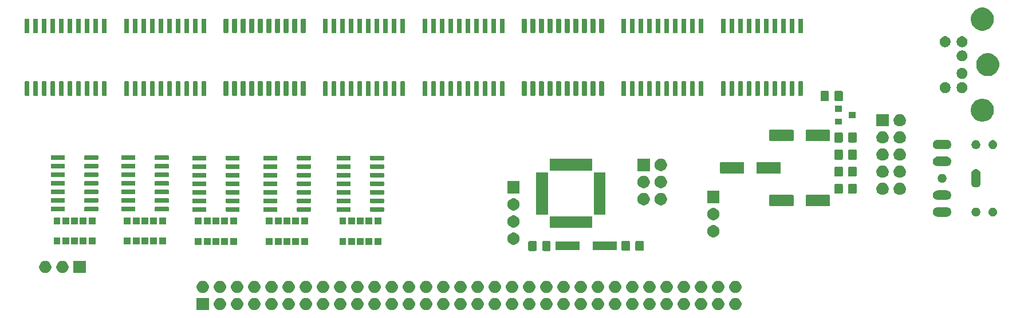
<source format=gbr>
G04 #@! TF.GenerationSoftware,KiCad,Pcbnew,5.1.5+dfsg1-2*
G04 #@! TF.CreationDate,2020-02-18T22:18:07+02:00*
G04 #@! TF.ProjectId,zxkbd,7a786b62-642e-46b6-9963-61645f706362,rev?*
G04 #@! TF.SameCoordinates,Original*
G04 #@! TF.FileFunction,Soldermask,Top*
G04 #@! TF.FilePolarity,Negative*
%FSLAX46Y46*%
G04 Gerber Fmt 4.6, Leading zero omitted, Abs format (unit mm)*
G04 Created by KiCad (PCBNEW 5.1.5+dfsg1-2) date 2020-02-18 22:18:07*
%MOMM*%
%LPD*%
G04 APERTURE LIST*
%ADD10C,0.100000*%
G04 APERTURE END LIST*
D10*
G36*
X179233512Y-147353927D02*
G01*
X179382812Y-147383624D01*
X179546784Y-147451544D01*
X179694354Y-147550147D01*
X179819853Y-147675646D01*
X179918456Y-147823216D01*
X179986376Y-147987188D01*
X180021000Y-148161259D01*
X180021000Y-148338741D01*
X179986376Y-148512812D01*
X179918456Y-148676784D01*
X179819853Y-148824354D01*
X179694354Y-148949853D01*
X179546784Y-149048456D01*
X179382812Y-149116376D01*
X179233512Y-149146073D01*
X179208742Y-149151000D01*
X179031258Y-149151000D01*
X179006488Y-149146073D01*
X178857188Y-149116376D01*
X178693216Y-149048456D01*
X178545646Y-148949853D01*
X178420147Y-148824354D01*
X178321544Y-148676784D01*
X178253624Y-148512812D01*
X178219000Y-148338741D01*
X178219000Y-148161259D01*
X178253624Y-147987188D01*
X178321544Y-147823216D01*
X178420147Y-147675646D01*
X178545646Y-147550147D01*
X178693216Y-147451544D01*
X178857188Y-147383624D01*
X179006488Y-147353927D01*
X179031258Y-147349000D01*
X179208742Y-147349000D01*
X179233512Y-147353927D01*
G37*
G36*
X156373512Y-147353927D02*
G01*
X156522812Y-147383624D01*
X156686784Y-147451544D01*
X156834354Y-147550147D01*
X156959853Y-147675646D01*
X157058456Y-147823216D01*
X157126376Y-147987188D01*
X157161000Y-148161259D01*
X157161000Y-148338741D01*
X157126376Y-148512812D01*
X157058456Y-148676784D01*
X156959853Y-148824354D01*
X156834354Y-148949853D01*
X156686784Y-149048456D01*
X156522812Y-149116376D01*
X156373512Y-149146073D01*
X156348742Y-149151000D01*
X156171258Y-149151000D01*
X156146488Y-149146073D01*
X155997188Y-149116376D01*
X155833216Y-149048456D01*
X155685646Y-148949853D01*
X155560147Y-148824354D01*
X155461544Y-148676784D01*
X155393624Y-148512812D01*
X155359000Y-148338741D01*
X155359000Y-148161259D01*
X155393624Y-147987188D01*
X155461544Y-147823216D01*
X155560147Y-147675646D01*
X155685646Y-147550147D01*
X155833216Y-147451544D01*
X155997188Y-147383624D01*
X156146488Y-147353927D01*
X156171258Y-147349000D01*
X156348742Y-147349000D01*
X156373512Y-147353927D01*
G37*
G36*
X158913512Y-147353927D02*
G01*
X159062812Y-147383624D01*
X159226784Y-147451544D01*
X159374354Y-147550147D01*
X159499853Y-147675646D01*
X159598456Y-147823216D01*
X159666376Y-147987188D01*
X159701000Y-148161259D01*
X159701000Y-148338741D01*
X159666376Y-148512812D01*
X159598456Y-148676784D01*
X159499853Y-148824354D01*
X159374354Y-148949853D01*
X159226784Y-149048456D01*
X159062812Y-149116376D01*
X158913512Y-149146073D01*
X158888742Y-149151000D01*
X158711258Y-149151000D01*
X158686488Y-149146073D01*
X158537188Y-149116376D01*
X158373216Y-149048456D01*
X158225646Y-148949853D01*
X158100147Y-148824354D01*
X158001544Y-148676784D01*
X157933624Y-148512812D01*
X157899000Y-148338741D01*
X157899000Y-148161259D01*
X157933624Y-147987188D01*
X158001544Y-147823216D01*
X158100147Y-147675646D01*
X158225646Y-147550147D01*
X158373216Y-147451544D01*
X158537188Y-147383624D01*
X158686488Y-147353927D01*
X158711258Y-147349000D01*
X158888742Y-147349000D01*
X158913512Y-147353927D01*
G37*
G36*
X186853512Y-147353927D02*
G01*
X187002812Y-147383624D01*
X187166784Y-147451544D01*
X187314354Y-147550147D01*
X187439853Y-147675646D01*
X187538456Y-147823216D01*
X187606376Y-147987188D01*
X187641000Y-148161259D01*
X187641000Y-148338741D01*
X187606376Y-148512812D01*
X187538456Y-148676784D01*
X187439853Y-148824354D01*
X187314354Y-148949853D01*
X187166784Y-149048456D01*
X187002812Y-149116376D01*
X186853512Y-149146073D01*
X186828742Y-149151000D01*
X186651258Y-149151000D01*
X186626488Y-149146073D01*
X186477188Y-149116376D01*
X186313216Y-149048456D01*
X186165646Y-148949853D01*
X186040147Y-148824354D01*
X185941544Y-148676784D01*
X185873624Y-148512812D01*
X185839000Y-148338741D01*
X185839000Y-148161259D01*
X185873624Y-147987188D01*
X185941544Y-147823216D01*
X186040147Y-147675646D01*
X186165646Y-147550147D01*
X186313216Y-147451544D01*
X186477188Y-147383624D01*
X186626488Y-147353927D01*
X186651258Y-147349000D01*
X186828742Y-147349000D01*
X186853512Y-147353927D01*
G37*
G36*
X108901000Y-149151000D02*
G01*
X107099000Y-149151000D01*
X107099000Y-147349000D01*
X108901000Y-147349000D01*
X108901000Y-149151000D01*
G37*
G36*
X161453512Y-147353927D02*
G01*
X161602812Y-147383624D01*
X161766784Y-147451544D01*
X161914354Y-147550147D01*
X162039853Y-147675646D01*
X162138456Y-147823216D01*
X162206376Y-147987188D01*
X162241000Y-148161259D01*
X162241000Y-148338741D01*
X162206376Y-148512812D01*
X162138456Y-148676784D01*
X162039853Y-148824354D01*
X161914354Y-148949853D01*
X161766784Y-149048456D01*
X161602812Y-149116376D01*
X161453512Y-149146073D01*
X161428742Y-149151000D01*
X161251258Y-149151000D01*
X161226488Y-149146073D01*
X161077188Y-149116376D01*
X160913216Y-149048456D01*
X160765646Y-148949853D01*
X160640147Y-148824354D01*
X160541544Y-148676784D01*
X160473624Y-148512812D01*
X160439000Y-148338741D01*
X160439000Y-148161259D01*
X160473624Y-147987188D01*
X160541544Y-147823216D01*
X160640147Y-147675646D01*
X160765646Y-147550147D01*
X160913216Y-147451544D01*
X161077188Y-147383624D01*
X161226488Y-147353927D01*
X161251258Y-147349000D01*
X161428742Y-147349000D01*
X161453512Y-147353927D01*
G37*
G36*
X184313512Y-147353927D02*
G01*
X184462812Y-147383624D01*
X184626784Y-147451544D01*
X184774354Y-147550147D01*
X184899853Y-147675646D01*
X184998456Y-147823216D01*
X185066376Y-147987188D01*
X185101000Y-148161259D01*
X185101000Y-148338741D01*
X185066376Y-148512812D01*
X184998456Y-148676784D01*
X184899853Y-148824354D01*
X184774354Y-148949853D01*
X184626784Y-149048456D01*
X184462812Y-149116376D01*
X184313512Y-149146073D01*
X184288742Y-149151000D01*
X184111258Y-149151000D01*
X184086488Y-149146073D01*
X183937188Y-149116376D01*
X183773216Y-149048456D01*
X183625646Y-148949853D01*
X183500147Y-148824354D01*
X183401544Y-148676784D01*
X183333624Y-148512812D01*
X183299000Y-148338741D01*
X183299000Y-148161259D01*
X183333624Y-147987188D01*
X183401544Y-147823216D01*
X183500147Y-147675646D01*
X183625646Y-147550147D01*
X183773216Y-147451544D01*
X183937188Y-147383624D01*
X184086488Y-147353927D01*
X184111258Y-147349000D01*
X184288742Y-147349000D01*
X184313512Y-147353927D01*
G37*
G36*
X181773512Y-147353927D02*
G01*
X181922812Y-147383624D01*
X182086784Y-147451544D01*
X182234354Y-147550147D01*
X182359853Y-147675646D01*
X182458456Y-147823216D01*
X182526376Y-147987188D01*
X182561000Y-148161259D01*
X182561000Y-148338741D01*
X182526376Y-148512812D01*
X182458456Y-148676784D01*
X182359853Y-148824354D01*
X182234354Y-148949853D01*
X182086784Y-149048456D01*
X181922812Y-149116376D01*
X181773512Y-149146073D01*
X181748742Y-149151000D01*
X181571258Y-149151000D01*
X181546488Y-149146073D01*
X181397188Y-149116376D01*
X181233216Y-149048456D01*
X181085646Y-148949853D01*
X180960147Y-148824354D01*
X180861544Y-148676784D01*
X180793624Y-148512812D01*
X180759000Y-148338741D01*
X180759000Y-148161259D01*
X180793624Y-147987188D01*
X180861544Y-147823216D01*
X180960147Y-147675646D01*
X181085646Y-147550147D01*
X181233216Y-147451544D01*
X181397188Y-147383624D01*
X181546488Y-147353927D01*
X181571258Y-147349000D01*
X181748742Y-147349000D01*
X181773512Y-147353927D01*
G37*
G36*
X163993512Y-147353927D02*
G01*
X164142812Y-147383624D01*
X164306784Y-147451544D01*
X164454354Y-147550147D01*
X164579853Y-147675646D01*
X164678456Y-147823216D01*
X164746376Y-147987188D01*
X164781000Y-148161259D01*
X164781000Y-148338741D01*
X164746376Y-148512812D01*
X164678456Y-148676784D01*
X164579853Y-148824354D01*
X164454354Y-148949853D01*
X164306784Y-149048456D01*
X164142812Y-149116376D01*
X163993512Y-149146073D01*
X163968742Y-149151000D01*
X163791258Y-149151000D01*
X163766488Y-149146073D01*
X163617188Y-149116376D01*
X163453216Y-149048456D01*
X163305646Y-148949853D01*
X163180147Y-148824354D01*
X163081544Y-148676784D01*
X163013624Y-148512812D01*
X162979000Y-148338741D01*
X162979000Y-148161259D01*
X163013624Y-147987188D01*
X163081544Y-147823216D01*
X163180147Y-147675646D01*
X163305646Y-147550147D01*
X163453216Y-147451544D01*
X163617188Y-147383624D01*
X163766488Y-147353927D01*
X163791258Y-147349000D01*
X163968742Y-147349000D01*
X163993512Y-147353927D01*
G37*
G36*
X113193512Y-147353927D02*
G01*
X113342812Y-147383624D01*
X113506784Y-147451544D01*
X113654354Y-147550147D01*
X113779853Y-147675646D01*
X113878456Y-147823216D01*
X113946376Y-147987188D01*
X113981000Y-148161259D01*
X113981000Y-148338741D01*
X113946376Y-148512812D01*
X113878456Y-148676784D01*
X113779853Y-148824354D01*
X113654354Y-148949853D01*
X113506784Y-149048456D01*
X113342812Y-149116376D01*
X113193512Y-149146073D01*
X113168742Y-149151000D01*
X112991258Y-149151000D01*
X112966488Y-149146073D01*
X112817188Y-149116376D01*
X112653216Y-149048456D01*
X112505646Y-148949853D01*
X112380147Y-148824354D01*
X112281544Y-148676784D01*
X112213624Y-148512812D01*
X112179000Y-148338741D01*
X112179000Y-148161259D01*
X112213624Y-147987188D01*
X112281544Y-147823216D01*
X112380147Y-147675646D01*
X112505646Y-147550147D01*
X112653216Y-147451544D01*
X112817188Y-147383624D01*
X112966488Y-147353927D01*
X112991258Y-147349000D01*
X113168742Y-147349000D01*
X113193512Y-147353927D01*
G37*
G36*
X176693512Y-147353927D02*
G01*
X176842812Y-147383624D01*
X177006784Y-147451544D01*
X177154354Y-147550147D01*
X177279853Y-147675646D01*
X177378456Y-147823216D01*
X177446376Y-147987188D01*
X177481000Y-148161259D01*
X177481000Y-148338741D01*
X177446376Y-148512812D01*
X177378456Y-148676784D01*
X177279853Y-148824354D01*
X177154354Y-148949853D01*
X177006784Y-149048456D01*
X176842812Y-149116376D01*
X176693512Y-149146073D01*
X176668742Y-149151000D01*
X176491258Y-149151000D01*
X176466488Y-149146073D01*
X176317188Y-149116376D01*
X176153216Y-149048456D01*
X176005646Y-148949853D01*
X175880147Y-148824354D01*
X175781544Y-148676784D01*
X175713624Y-148512812D01*
X175679000Y-148338741D01*
X175679000Y-148161259D01*
X175713624Y-147987188D01*
X175781544Y-147823216D01*
X175880147Y-147675646D01*
X176005646Y-147550147D01*
X176153216Y-147451544D01*
X176317188Y-147383624D01*
X176466488Y-147353927D01*
X176491258Y-147349000D01*
X176668742Y-147349000D01*
X176693512Y-147353927D01*
G37*
G36*
X166533512Y-147353927D02*
G01*
X166682812Y-147383624D01*
X166846784Y-147451544D01*
X166994354Y-147550147D01*
X167119853Y-147675646D01*
X167218456Y-147823216D01*
X167286376Y-147987188D01*
X167321000Y-148161259D01*
X167321000Y-148338741D01*
X167286376Y-148512812D01*
X167218456Y-148676784D01*
X167119853Y-148824354D01*
X166994354Y-148949853D01*
X166846784Y-149048456D01*
X166682812Y-149116376D01*
X166533512Y-149146073D01*
X166508742Y-149151000D01*
X166331258Y-149151000D01*
X166306488Y-149146073D01*
X166157188Y-149116376D01*
X165993216Y-149048456D01*
X165845646Y-148949853D01*
X165720147Y-148824354D01*
X165621544Y-148676784D01*
X165553624Y-148512812D01*
X165519000Y-148338741D01*
X165519000Y-148161259D01*
X165553624Y-147987188D01*
X165621544Y-147823216D01*
X165720147Y-147675646D01*
X165845646Y-147550147D01*
X165993216Y-147451544D01*
X166157188Y-147383624D01*
X166306488Y-147353927D01*
X166331258Y-147349000D01*
X166508742Y-147349000D01*
X166533512Y-147353927D01*
G37*
G36*
X174153512Y-147353927D02*
G01*
X174302812Y-147383624D01*
X174466784Y-147451544D01*
X174614354Y-147550147D01*
X174739853Y-147675646D01*
X174838456Y-147823216D01*
X174906376Y-147987188D01*
X174941000Y-148161259D01*
X174941000Y-148338741D01*
X174906376Y-148512812D01*
X174838456Y-148676784D01*
X174739853Y-148824354D01*
X174614354Y-148949853D01*
X174466784Y-149048456D01*
X174302812Y-149116376D01*
X174153512Y-149146073D01*
X174128742Y-149151000D01*
X173951258Y-149151000D01*
X173926488Y-149146073D01*
X173777188Y-149116376D01*
X173613216Y-149048456D01*
X173465646Y-148949853D01*
X173340147Y-148824354D01*
X173241544Y-148676784D01*
X173173624Y-148512812D01*
X173139000Y-148338741D01*
X173139000Y-148161259D01*
X173173624Y-147987188D01*
X173241544Y-147823216D01*
X173340147Y-147675646D01*
X173465646Y-147550147D01*
X173613216Y-147451544D01*
X173777188Y-147383624D01*
X173926488Y-147353927D01*
X173951258Y-147349000D01*
X174128742Y-147349000D01*
X174153512Y-147353927D01*
G37*
G36*
X171613512Y-147353927D02*
G01*
X171762812Y-147383624D01*
X171926784Y-147451544D01*
X172074354Y-147550147D01*
X172199853Y-147675646D01*
X172298456Y-147823216D01*
X172366376Y-147987188D01*
X172401000Y-148161259D01*
X172401000Y-148338741D01*
X172366376Y-148512812D01*
X172298456Y-148676784D01*
X172199853Y-148824354D01*
X172074354Y-148949853D01*
X171926784Y-149048456D01*
X171762812Y-149116376D01*
X171613512Y-149146073D01*
X171588742Y-149151000D01*
X171411258Y-149151000D01*
X171386488Y-149146073D01*
X171237188Y-149116376D01*
X171073216Y-149048456D01*
X170925646Y-148949853D01*
X170800147Y-148824354D01*
X170701544Y-148676784D01*
X170633624Y-148512812D01*
X170599000Y-148338741D01*
X170599000Y-148161259D01*
X170633624Y-147987188D01*
X170701544Y-147823216D01*
X170800147Y-147675646D01*
X170925646Y-147550147D01*
X171073216Y-147451544D01*
X171237188Y-147383624D01*
X171386488Y-147353927D01*
X171411258Y-147349000D01*
X171588742Y-147349000D01*
X171613512Y-147353927D01*
G37*
G36*
X169073512Y-147353927D02*
G01*
X169222812Y-147383624D01*
X169386784Y-147451544D01*
X169534354Y-147550147D01*
X169659853Y-147675646D01*
X169758456Y-147823216D01*
X169826376Y-147987188D01*
X169861000Y-148161259D01*
X169861000Y-148338741D01*
X169826376Y-148512812D01*
X169758456Y-148676784D01*
X169659853Y-148824354D01*
X169534354Y-148949853D01*
X169386784Y-149048456D01*
X169222812Y-149116376D01*
X169073512Y-149146073D01*
X169048742Y-149151000D01*
X168871258Y-149151000D01*
X168846488Y-149146073D01*
X168697188Y-149116376D01*
X168533216Y-149048456D01*
X168385646Y-148949853D01*
X168260147Y-148824354D01*
X168161544Y-148676784D01*
X168093624Y-148512812D01*
X168059000Y-148338741D01*
X168059000Y-148161259D01*
X168093624Y-147987188D01*
X168161544Y-147823216D01*
X168260147Y-147675646D01*
X168385646Y-147550147D01*
X168533216Y-147451544D01*
X168697188Y-147383624D01*
X168846488Y-147353927D01*
X168871258Y-147349000D01*
X169048742Y-147349000D01*
X169073512Y-147353927D01*
G37*
G36*
X110653512Y-147353927D02*
G01*
X110802812Y-147383624D01*
X110966784Y-147451544D01*
X111114354Y-147550147D01*
X111239853Y-147675646D01*
X111338456Y-147823216D01*
X111406376Y-147987188D01*
X111441000Y-148161259D01*
X111441000Y-148338741D01*
X111406376Y-148512812D01*
X111338456Y-148676784D01*
X111239853Y-148824354D01*
X111114354Y-148949853D01*
X110966784Y-149048456D01*
X110802812Y-149116376D01*
X110653512Y-149146073D01*
X110628742Y-149151000D01*
X110451258Y-149151000D01*
X110426488Y-149146073D01*
X110277188Y-149116376D01*
X110113216Y-149048456D01*
X109965646Y-148949853D01*
X109840147Y-148824354D01*
X109741544Y-148676784D01*
X109673624Y-148512812D01*
X109639000Y-148338741D01*
X109639000Y-148161259D01*
X109673624Y-147987188D01*
X109741544Y-147823216D01*
X109840147Y-147675646D01*
X109965646Y-147550147D01*
X110113216Y-147451544D01*
X110277188Y-147383624D01*
X110426488Y-147353927D01*
X110451258Y-147349000D01*
X110628742Y-147349000D01*
X110653512Y-147353927D01*
G37*
G36*
X153833512Y-147353927D02*
G01*
X153982812Y-147383624D01*
X154146784Y-147451544D01*
X154294354Y-147550147D01*
X154419853Y-147675646D01*
X154518456Y-147823216D01*
X154586376Y-147987188D01*
X154621000Y-148161259D01*
X154621000Y-148338741D01*
X154586376Y-148512812D01*
X154518456Y-148676784D01*
X154419853Y-148824354D01*
X154294354Y-148949853D01*
X154146784Y-149048456D01*
X153982812Y-149116376D01*
X153833512Y-149146073D01*
X153808742Y-149151000D01*
X153631258Y-149151000D01*
X153606488Y-149146073D01*
X153457188Y-149116376D01*
X153293216Y-149048456D01*
X153145646Y-148949853D01*
X153020147Y-148824354D01*
X152921544Y-148676784D01*
X152853624Y-148512812D01*
X152819000Y-148338741D01*
X152819000Y-148161259D01*
X152853624Y-147987188D01*
X152921544Y-147823216D01*
X153020147Y-147675646D01*
X153145646Y-147550147D01*
X153293216Y-147451544D01*
X153457188Y-147383624D01*
X153606488Y-147353927D01*
X153631258Y-147349000D01*
X153808742Y-147349000D01*
X153833512Y-147353927D01*
G37*
G36*
X151293512Y-147353927D02*
G01*
X151442812Y-147383624D01*
X151606784Y-147451544D01*
X151754354Y-147550147D01*
X151879853Y-147675646D01*
X151978456Y-147823216D01*
X152046376Y-147987188D01*
X152081000Y-148161259D01*
X152081000Y-148338741D01*
X152046376Y-148512812D01*
X151978456Y-148676784D01*
X151879853Y-148824354D01*
X151754354Y-148949853D01*
X151606784Y-149048456D01*
X151442812Y-149116376D01*
X151293512Y-149146073D01*
X151268742Y-149151000D01*
X151091258Y-149151000D01*
X151066488Y-149146073D01*
X150917188Y-149116376D01*
X150753216Y-149048456D01*
X150605646Y-148949853D01*
X150480147Y-148824354D01*
X150381544Y-148676784D01*
X150313624Y-148512812D01*
X150279000Y-148338741D01*
X150279000Y-148161259D01*
X150313624Y-147987188D01*
X150381544Y-147823216D01*
X150480147Y-147675646D01*
X150605646Y-147550147D01*
X150753216Y-147451544D01*
X150917188Y-147383624D01*
X151066488Y-147353927D01*
X151091258Y-147349000D01*
X151268742Y-147349000D01*
X151293512Y-147353927D01*
G37*
G36*
X125893512Y-147353927D02*
G01*
X126042812Y-147383624D01*
X126206784Y-147451544D01*
X126354354Y-147550147D01*
X126479853Y-147675646D01*
X126578456Y-147823216D01*
X126646376Y-147987188D01*
X126681000Y-148161259D01*
X126681000Y-148338741D01*
X126646376Y-148512812D01*
X126578456Y-148676784D01*
X126479853Y-148824354D01*
X126354354Y-148949853D01*
X126206784Y-149048456D01*
X126042812Y-149116376D01*
X125893512Y-149146073D01*
X125868742Y-149151000D01*
X125691258Y-149151000D01*
X125666488Y-149146073D01*
X125517188Y-149116376D01*
X125353216Y-149048456D01*
X125205646Y-148949853D01*
X125080147Y-148824354D01*
X124981544Y-148676784D01*
X124913624Y-148512812D01*
X124879000Y-148338741D01*
X124879000Y-148161259D01*
X124913624Y-147987188D01*
X124981544Y-147823216D01*
X125080147Y-147675646D01*
X125205646Y-147550147D01*
X125353216Y-147451544D01*
X125517188Y-147383624D01*
X125666488Y-147353927D01*
X125691258Y-147349000D01*
X125868742Y-147349000D01*
X125893512Y-147353927D01*
G37*
G36*
X115733512Y-147353927D02*
G01*
X115882812Y-147383624D01*
X116046784Y-147451544D01*
X116194354Y-147550147D01*
X116319853Y-147675646D01*
X116418456Y-147823216D01*
X116486376Y-147987188D01*
X116521000Y-148161259D01*
X116521000Y-148338741D01*
X116486376Y-148512812D01*
X116418456Y-148676784D01*
X116319853Y-148824354D01*
X116194354Y-148949853D01*
X116046784Y-149048456D01*
X115882812Y-149116376D01*
X115733512Y-149146073D01*
X115708742Y-149151000D01*
X115531258Y-149151000D01*
X115506488Y-149146073D01*
X115357188Y-149116376D01*
X115193216Y-149048456D01*
X115045646Y-148949853D01*
X114920147Y-148824354D01*
X114821544Y-148676784D01*
X114753624Y-148512812D01*
X114719000Y-148338741D01*
X114719000Y-148161259D01*
X114753624Y-147987188D01*
X114821544Y-147823216D01*
X114920147Y-147675646D01*
X115045646Y-147550147D01*
X115193216Y-147451544D01*
X115357188Y-147383624D01*
X115506488Y-147353927D01*
X115531258Y-147349000D01*
X115708742Y-147349000D01*
X115733512Y-147353927D01*
G37*
G36*
X118273512Y-147353927D02*
G01*
X118422812Y-147383624D01*
X118586784Y-147451544D01*
X118734354Y-147550147D01*
X118859853Y-147675646D01*
X118958456Y-147823216D01*
X119026376Y-147987188D01*
X119061000Y-148161259D01*
X119061000Y-148338741D01*
X119026376Y-148512812D01*
X118958456Y-148676784D01*
X118859853Y-148824354D01*
X118734354Y-148949853D01*
X118586784Y-149048456D01*
X118422812Y-149116376D01*
X118273512Y-149146073D01*
X118248742Y-149151000D01*
X118071258Y-149151000D01*
X118046488Y-149146073D01*
X117897188Y-149116376D01*
X117733216Y-149048456D01*
X117585646Y-148949853D01*
X117460147Y-148824354D01*
X117361544Y-148676784D01*
X117293624Y-148512812D01*
X117259000Y-148338741D01*
X117259000Y-148161259D01*
X117293624Y-147987188D01*
X117361544Y-147823216D01*
X117460147Y-147675646D01*
X117585646Y-147550147D01*
X117733216Y-147451544D01*
X117897188Y-147383624D01*
X118046488Y-147353927D01*
X118071258Y-147349000D01*
X118248742Y-147349000D01*
X118273512Y-147353927D01*
G37*
G36*
X120813512Y-147353927D02*
G01*
X120962812Y-147383624D01*
X121126784Y-147451544D01*
X121274354Y-147550147D01*
X121399853Y-147675646D01*
X121498456Y-147823216D01*
X121566376Y-147987188D01*
X121601000Y-148161259D01*
X121601000Y-148338741D01*
X121566376Y-148512812D01*
X121498456Y-148676784D01*
X121399853Y-148824354D01*
X121274354Y-148949853D01*
X121126784Y-149048456D01*
X120962812Y-149116376D01*
X120813512Y-149146073D01*
X120788742Y-149151000D01*
X120611258Y-149151000D01*
X120586488Y-149146073D01*
X120437188Y-149116376D01*
X120273216Y-149048456D01*
X120125646Y-148949853D01*
X120000147Y-148824354D01*
X119901544Y-148676784D01*
X119833624Y-148512812D01*
X119799000Y-148338741D01*
X119799000Y-148161259D01*
X119833624Y-147987188D01*
X119901544Y-147823216D01*
X120000147Y-147675646D01*
X120125646Y-147550147D01*
X120273216Y-147451544D01*
X120437188Y-147383624D01*
X120586488Y-147353927D01*
X120611258Y-147349000D01*
X120788742Y-147349000D01*
X120813512Y-147353927D01*
G37*
G36*
X123353512Y-147353927D02*
G01*
X123502812Y-147383624D01*
X123666784Y-147451544D01*
X123814354Y-147550147D01*
X123939853Y-147675646D01*
X124038456Y-147823216D01*
X124106376Y-147987188D01*
X124141000Y-148161259D01*
X124141000Y-148338741D01*
X124106376Y-148512812D01*
X124038456Y-148676784D01*
X123939853Y-148824354D01*
X123814354Y-148949853D01*
X123666784Y-149048456D01*
X123502812Y-149116376D01*
X123353512Y-149146073D01*
X123328742Y-149151000D01*
X123151258Y-149151000D01*
X123126488Y-149146073D01*
X122977188Y-149116376D01*
X122813216Y-149048456D01*
X122665646Y-148949853D01*
X122540147Y-148824354D01*
X122441544Y-148676784D01*
X122373624Y-148512812D01*
X122339000Y-148338741D01*
X122339000Y-148161259D01*
X122373624Y-147987188D01*
X122441544Y-147823216D01*
X122540147Y-147675646D01*
X122665646Y-147550147D01*
X122813216Y-147451544D01*
X122977188Y-147383624D01*
X123126488Y-147353927D01*
X123151258Y-147349000D01*
X123328742Y-147349000D01*
X123353512Y-147353927D01*
G37*
G36*
X128433512Y-147353927D02*
G01*
X128582812Y-147383624D01*
X128746784Y-147451544D01*
X128894354Y-147550147D01*
X129019853Y-147675646D01*
X129118456Y-147823216D01*
X129186376Y-147987188D01*
X129221000Y-148161259D01*
X129221000Y-148338741D01*
X129186376Y-148512812D01*
X129118456Y-148676784D01*
X129019853Y-148824354D01*
X128894354Y-148949853D01*
X128746784Y-149048456D01*
X128582812Y-149116376D01*
X128433512Y-149146073D01*
X128408742Y-149151000D01*
X128231258Y-149151000D01*
X128206488Y-149146073D01*
X128057188Y-149116376D01*
X127893216Y-149048456D01*
X127745646Y-148949853D01*
X127620147Y-148824354D01*
X127521544Y-148676784D01*
X127453624Y-148512812D01*
X127419000Y-148338741D01*
X127419000Y-148161259D01*
X127453624Y-147987188D01*
X127521544Y-147823216D01*
X127620147Y-147675646D01*
X127745646Y-147550147D01*
X127893216Y-147451544D01*
X128057188Y-147383624D01*
X128206488Y-147353927D01*
X128231258Y-147349000D01*
X128408742Y-147349000D01*
X128433512Y-147353927D01*
G37*
G36*
X130973512Y-147353927D02*
G01*
X131122812Y-147383624D01*
X131286784Y-147451544D01*
X131434354Y-147550147D01*
X131559853Y-147675646D01*
X131658456Y-147823216D01*
X131726376Y-147987188D01*
X131761000Y-148161259D01*
X131761000Y-148338741D01*
X131726376Y-148512812D01*
X131658456Y-148676784D01*
X131559853Y-148824354D01*
X131434354Y-148949853D01*
X131286784Y-149048456D01*
X131122812Y-149116376D01*
X130973512Y-149146073D01*
X130948742Y-149151000D01*
X130771258Y-149151000D01*
X130746488Y-149146073D01*
X130597188Y-149116376D01*
X130433216Y-149048456D01*
X130285646Y-148949853D01*
X130160147Y-148824354D01*
X130061544Y-148676784D01*
X129993624Y-148512812D01*
X129959000Y-148338741D01*
X129959000Y-148161259D01*
X129993624Y-147987188D01*
X130061544Y-147823216D01*
X130160147Y-147675646D01*
X130285646Y-147550147D01*
X130433216Y-147451544D01*
X130597188Y-147383624D01*
X130746488Y-147353927D01*
X130771258Y-147349000D01*
X130948742Y-147349000D01*
X130973512Y-147353927D01*
G37*
G36*
X136053512Y-147353927D02*
G01*
X136202812Y-147383624D01*
X136366784Y-147451544D01*
X136514354Y-147550147D01*
X136639853Y-147675646D01*
X136738456Y-147823216D01*
X136806376Y-147987188D01*
X136841000Y-148161259D01*
X136841000Y-148338741D01*
X136806376Y-148512812D01*
X136738456Y-148676784D01*
X136639853Y-148824354D01*
X136514354Y-148949853D01*
X136366784Y-149048456D01*
X136202812Y-149116376D01*
X136053512Y-149146073D01*
X136028742Y-149151000D01*
X135851258Y-149151000D01*
X135826488Y-149146073D01*
X135677188Y-149116376D01*
X135513216Y-149048456D01*
X135365646Y-148949853D01*
X135240147Y-148824354D01*
X135141544Y-148676784D01*
X135073624Y-148512812D01*
X135039000Y-148338741D01*
X135039000Y-148161259D01*
X135073624Y-147987188D01*
X135141544Y-147823216D01*
X135240147Y-147675646D01*
X135365646Y-147550147D01*
X135513216Y-147451544D01*
X135677188Y-147383624D01*
X135826488Y-147353927D01*
X135851258Y-147349000D01*
X136028742Y-147349000D01*
X136053512Y-147353927D01*
G37*
G36*
X138593512Y-147353927D02*
G01*
X138742812Y-147383624D01*
X138906784Y-147451544D01*
X139054354Y-147550147D01*
X139179853Y-147675646D01*
X139278456Y-147823216D01*
X139346376Y-147987188D01*
X139381000Y-148161259D01*
X139381000Y-148338741D01*
X139346376Y-148512812D01*
X139278456Y-148676784D01*
X139179853Y-148824354D01*
X139054354Y-148949853D01*
X138906784Y-149048456D01*
X138742812Y-149116376D01*
X138593512Y-149146073D01*
X138568742Y-149151000D01*
X138391258Y-149151000D01*
X138366488Y-149146073D01*
X138217188Y-149116376D01*
X138053216Y-149048456D01*
X137905646Y-148949853D01*
X137780147Y-148824354D01*
X137681544Y-148676784D01*
X137613624Y-148512812D01*
X137579000Y-148338741D01*
X137579000Y-148161259D01*
X137613624Y-147987188D01*
X137681544Y-147823216D01*
X137780147Y-147675646D01*
X137905646Y-147550147D01*
X138053216Y-147451544D01*
X138217188Y-147383624D01*
X138366488Y-147353927D01*
X138391258Y-147349000D01*
X138568742Y-147349000D01*
X138593512Y-147353927D01*
G37*
G36*
X141133512Y-147353927D02*
G01*
X141282812Y-147383624D01*
X141446784Y-147451544D01*
X141594354Y-147550147D01*
X141719853Y-147675646D01*
X141818456Y-147823216D01*
X141886376Y-147987188D01*
X141921000Y-148161259D01*
X141921000Y-148338741D01*
X141886376Y-148512812D01*
X141818456Y-148676784D01*
X141719853Y-148824354D01*
X141594354Y-148949853D01*
X141446784Y-149048456D01*
X141282812Y-149116376D01*
X141133512Y-149146073D01*
X141108742Y-149151000D01*
X140931258Y-149151000D01*
X140906488Y-149146073D01*
X140757188Y-149116376D01*
X140593216Y-149048456D01*
X140445646Y-148949853D01*
X140320147Y-148824354D01*
X140221544Y-148676784D01*
X140153624Y-148512812D01*
X140119000Y-148338741D01*
X140119000Y-148161259D01*
X140153624Y-147987188D01*
X140221544Y-147823216D01*
X140320147Y-147675646D01*
X140445646Y-147550147D01*
X140593216Y-147451544D01*
X140757188Y-147383624D01*
X140906488Y-147353927D01*
X140931258Y-147349000D01*
X141108742Y-147349000D01*
X141133512Y-147353927D01*
G37*
G36*
X143673512Y-147353927D02*
G01*
X143822812Y-147383624D01*
X143986784Y-147451544D01*
X144134354Y-147550147D01*
X144259853Y-147675646D01*
X144358456Y-147823216D01*
X144426376Y-147987188D01*
X144461000Y-148161259D01*
X144461000Y-148338741D01*
X144426376Y-148512812D01*
X144358456Y-148676784D01*
X144259853Y-148824354D01*
X144134354Y-148949853D01*
X143986784Y-149048456D01*
X143822812Y-149116376D01*
X143673512Y-149146073D01*
X143648742Y-149151000D01*
X143471258Y-149151000D01*
X143446488Y-149146073D01*
X143297188Y-149116376D01*
X143133216Y-149048456D01*
X142985646Y-148949853D01*
X142860147Y-148824354D01*
X142761544Y-148676784D01*
X142693624Y-148512812D01*
X142659000Y-148338741D01*
X142659000Y-148161259D01*
X142693624Y-147987188D01*
X142761544Y-147823216D01*
X142860147Y-147675646D01*
X142985646Y-147550147D01*
X143133216Y-147451544D01*
X143297188Y-147383624D01*
X143446488Y-147353927D01*
X143471258Y-147349000D01*
X143648742Y-147349000D01*
X143673512Y-147353927D01*
G37*
G36*
X146213512Y-147353927D02*
G01*
X146362812Y-147383624D01*
X146526784Y-147451544D01*
X146674354Y-147550147D01*
X146799853Y-147675646D01*
X146898456Y-147823216D01*
X146966376Y-147987188D01*
X147001000Y-148161259D01*
X147001000Y-148338741D01*
X146966376Y-148512812D01*
X146898456Y-148676784D01*
X146799853Y-148824354D01*
X146674354Y-148949853D01*
X146526784Y-149048456D01*
X146362812Y-149116376D01*
X146213512Y-149146073D01*
X146188742Y-149151000D01*
X146011258Y-149151000D01*
X145986488Y-149146073D01*
X145837188Y-149116376D01*
X145673216Y-149048456D01*
X145525646Y-148949853D01*
X145400147Y-148824354D01*
X145301544Y-148676784D01*
X145233624Y-148512812D01*
X145199000Y-148338741D01*
X145199000Y-148161259D01*
X145233624Y-147987188D01*
X145301544Y-147823216D01*
X145400147Y-147675646D01*
X145525646Y-147550147D01*
X145673216Y-147451544D01*
X145837188Y-147383624D01*
X145986488Y-147353927D01*
X146011258Y-147349000D01*
X146188742Y-147349000D01*
X146213512Y-147353927D01*
G37*
G36*
X148753512Y-147353927D02*
G01*
X148902812Y-147383624D01*
X149066784Y-147451544D01*
X149214354Y-147550147D01*
X149339853Y-147675646D01*
X149438456Y-147823216D01*
X149506376Y-147987188D01*
X149541000Y-148161259D01*
X149541000Y-148338741D01*
X149506376Y-148512812D01*
X149438456Y-148676784D01*
X149339853Y-148824354D01*
X149214354Y-148949853D01*
X149066784Y-149048456D01*
X148902812Y-149116376D01*
X148753512Y-149146073D01*
X148728742Y-149151000D01*
X148551258Y-149151000D01*
X148526488Y-149146073D01*
X148377188Y-149116376D01*
X148213216Y-149048456D01*
X148065646Y-148949853D01*
X147940147Y-148824354D01*
X147841544Y-148676784D01*
X147773624Y-148512812D01*
X147739000Y-148338741D01*
X147739000Y-148161259D01*
X147773624Y-147987188D01*
X147841544Y-147823216D01*
X147940147Y-147675646D01*
X148065646Y-147550147D01*
X148213216Y-147451544D01*
X148377188Y-147383624D01*
X148526488Y-147353927D01*
X148551258Y-147349000D01*
X148728742Y-147349000D01*
X148753512Y-147353927D01*
G37*
G36*
X133513512Y-147353927D02*
G01*
X133662812Y-147383624D01*
X133826784Y-147451544D01*
X133974354Y-147550147D01*
X134099853Y-147675646D01*
X134198456Y-147823216D01*
X134266376Y-147987188D01*
X134301000Y-148161259D01*
X134301000Y-148338741D01*
X134266376Y-148512812D01*
X134198456Y-148676784D01*
X134099853Y-148824354D01*
X133974354Y-148949853D01*
X133826784Y-149048456D01*
X133662812Y-149116376D01*
X133513512Y-149146073D01*
X133488742Y-149151000D01*
X133311258Y-149151000D01*
X133286488Y-149146073D01*
X133137188Y-149116376D01*
X132973216Y-149048456D01*
X132825646Y-148949853D01*
X132700147Y-148824354D01*
X132601544Y-148676784D01*
X132533624Y-148512812D01*
X132499000Y-148338741D01*
X132499000Y-148161259D01*
X132533624Y-147987188D01*
X132601544Y-147823216D01*
X132700147Y-147675646D01*
X132825646Y-147550147D01*
X132973216Y-147451544D01*
X133137188Y-147383624D01*
X133286488Y-147353927D01*
X133311258Y-147349000D01*
X133488742Y-147349000D01*
X133513512Y-147353927D01*
G37*
G36*
X130973512Y-144813927D02*
G01*
X131122812Y-144843624D01*
X131286784Y-144911544D01*
X131434354Y-145010147D01*
X131559853Y-145135646D01*
X131658456Y-145283216D01*
X131726376Y-145447188D01*
X131761000Y-145621259D01*
X131761000Y-145798741D01*
X131726376Y-145972812D01*
X131658456Y-146136784D01*
X131559853Y-146284354D01*
X131434354Y-146409853D01*
X131286784Y-146508456D01*
X131122812Y-146576376D01*
X130973512Y-146606073D01*
X130948742Y-146611000D01*
X130771258Y-146611000D01*
X130746488Y-146606073D01*
X130597188Y-146576376D01*
X130433216Y-146508456D01*
X130285646Y-146409853D01*
X130160147Y-146284354D01*
X130061544Y-146136784D01*
X129993624Y-145972812D01*
X129959000Y-145798741D01*
X129959000Y-145621259D01*
X129993624Y-145447188D01*
X130061544Y-145283216D01*
X130160147Y-145135646D01*
X130285646Y-145010147D01*
X130433216Y-144911544D01*
X130597188Y-144843624D01*
X130746488Y-144813927D01*
X130771258Y-144809000D01*
X130948742Y-144809000D01*
X130973512Y-144813927D01*
G37*
G36*
X148753512Y-144813927D02*
G01*
X148902812Y-144843624D01*
X149066784Y-144911544D01*
X149214354Y-145010147D01*
X149339853Y-145135646D01*
X149438456Y-145283216D01*
X149506376Y-145447188D01*
X149541000Y-145621259D01*
X149541000Y-145798741D01*
X149506376Y-145972812D01*
X149438456Y-146136784D01*
X149339853Y-146284354D01*
X149214354Y-146409853D01*
X149066784Y-146508456D01*
X148902812Y-146576376D01*
X148753512Y-146606073D01*
X148728742Y-146611000D01*
X148551258Y-146611000D01*
X148526488Y-146606073D01*
X148377188Y-146576376D01*
X148213216Y-146508456D01*
X148065646Y-146409853D01*
X147940147Y-146284354D01*
X147841544Y-146136784D01*
X147773624Y-145972812D01*
X147739000Y-145798741D01*
X147739000Y-145621259D01*
X147773624Y-145447188D01*
X147841544Y-145283216D01*
X147940147Y-145135646D01*
X148065646Y-145010147D01*
X148213216Y-144911544D01*
X148377188Y-144843624D01*
X148526488Y-144813927D01*
X148551258Y-144809000D01*
X148728742Y-144809000D01*
X148753512Y-144813927D01*
G37*
G36*
X146213512Y-144813927D02*
G01*
X146362812Y-144843624D01*
X146526784Y-144911544D01*
X146674354Y-145010147D01*
X146799853Y-145135646D01*
X146898456Y-145283216D01*
X146966376Y-145447188D01*
X147001000Y-145621259D01*
X147001000Y-145798741D01*
X146966376Y-145972812D01*
X146898456Y-146136784D01*
X146799853Y-146284354D01*
X146674354Y-146409853D01*
X146526784Y-146508456D01*
X146362812Y-146576376D01*
X146213512Y-146606073D01*
X146188742Y-146611000D01*
X146011258Y-146611000D01*
X145986488Y-146606073D01*
X145837188Y-146576376D01*
X145673216Y-146508456D01*
X145525646Y-146409853D01*
X145400147Y-146284354D01*
X145301544Y-146136784D01*
X145233624Y-145972812D01*
X145199000Y-145798741D01*
X145199000Y-145621259D01*
X145233624Y-145447188D01*
X145301544Y-145283216D01*
X145400147Y-145135646D01*
X145525646Y-145010147D01*
X145673216Y-144911544D01*
X145837188Y-144843624D01*
X145986488Y-144813927D01*
X146011258Y-144809000D01*
X146188742Y-144809000D01*
X146213512Y-144813927D01*
G37*
G36*
X133513512Y-144813927D02*
G01*
X133662812Y-144843624D01*
X133826784Y-144911544D01*
X133974354Y-145010147D01*
X134099853Y-145135646D01*
X134198456Y-145283216D01*
X134266376Y-145447188D01*
X134301000Y-145621259D01*
X134301000Y-145798741D01*
X134266376Y-145972812D01*
X134198456Y-146136784D01*
X134099853Y-146284354D01*
X133974354Y-146409853D01*
X133826784Y-146508456D01*
X133662812Y-146576376D01*
X133513512Y-146606073D01*
X133488742Y-146611000D01*
X133311258Y-146611000D01*
X133286488Y-146606073D01*
X133137188Y-146576376D01*
X132973216Y-146508456D01*
X132825646Y-146409853D01*
X132700147Y-146284354D01*
X132601544Y-146136784D01*
X132533624Y-145972812D01*
X132499000Y-145798741D01*
X132499000Y-145621259D01*
X132533624Y-145447188D01*
X132601544Y-145283216D01*
X132700147Y-145135646D01*
X132825646Y-145010147D01*
X132973216Y-144911544D01*
X133137188Y-144843624D01*
X133286488Y-144813927D01*
X133311258Y-144809000D01*
X133488742Y-144809000D01*
X133513512Y-144813927D01*
G37*
G36*
X143673512Y-144813927D02*
G01*
X143822812Y-144843624D01*
X143986784Y-144911544D01*
X144134354Y-145010147D01*
X144259853Y-145135646D01*
X144358456Y-145283216D01*
X144426376Y-145447188D01*
X144461000Y-145621259D01*
X144461000Y-145798741D01*
X144426376Y-145972812D01*
X144358456Y-146136784D01*
X144259853Y-146284354D01*
X144134354Y-146409853D01*
X143986784Y-146508456D01*
X143822812Y-146576376D01*
X143673512Y-146606073D01*
X143648742Y-146611000D01*
X143471258Y-146611000D01*
X143446488Y-146606073D01*
X143297188Y-146576376D01*
X143133216Y-146508456D01*
X142985646Y-146409853D01*
X142860147Y-146284354D01*
X142761544Y-146136784D01*
X142693624Y-145972812D01*
X142659000Y-145798741D01*
X142659000Y-145621259D01*
X142693624Y-145447188D01*
X142761544Y-145283216D01*
X142860147Y-145135646D01*
X142985646Y-145010147D01*
X143133216Y-144911544D01*
X143297188Y-144843624D01*
X143446488Y-144813927D01*
X143471258Y-144809000D01*
X143648742Y-144809000D01*
X143673512Y-144813927D01*
G37*
G36*
X141133512Y-144813927D02*
G01*
X141282812Y-144843624D01*
X141446784Y-144911544D01*
X141594354Y-145010147D01*
X141719853Y-145135646D01*
X141818456Y-145283216D01*
X141886376Y-145447188D01*
X141921000Y-145621259D01*
X141921000Y-145798741D01*
X141886376Y-145972812D01*
X141818456Y-146136784D01*
X141719853Y-146284354D01*
X141594354Y-146409853D01*
X141446784Y-146508456D01*
X141282812Y-146576376D01*
X141133512Y-146606073D01*
X141108742Y-146611000D01*
X140931258Y-146611000D01*
X140906488Y-146606073D01*
X140757188Y-146576376D01*
X140593216Y-146508456D01*
X140445646Y-146409853D01*
X140320147Y-146284354D01*
X140221544Y-146136784D01*
X140153624Y-145972812D01*
X140119000Y-145798741D01*
X140119000Y-145621259D01*
X140153624Y-145447188D01*
X140221544Y-145283216D01*
X140320147Y-145135646D01*
X140445646Y-145010147D01*
X140593216Y-144911544D01*
X140757188Y-144843624D01*
X140906488Y-144813927D01*
X140931258Y-144809000D01*
X141108742Y-144809000D01*
X141133512Y-144813927D01*
G37*
G36*
X136053512Y-144813927D02*
G01*
X136202812Y-144843624D01*
X136366784Y-144911544D01*
X136514354Y-145010147D01*
X136639853Y-145135646D01*
X136738456Y-145283216D01*
X136806376Y-145447188D01*
X136841000Y-145621259D01*
X136841000Y-145798741D01*
X136806376Y-145972812D01*
X136738456Y-146136784D01*
X136639853Y-146284354D01*
X136514354Y-146409853D01*
X136366784Y-146508456D01*
X136202812Y-146576376D01*
X136053512Y-146606073D01*
X136028742Y-146611000D01*
X135851258Y-146611000D01*
X135826488Y-146606073D01*
X135677188Y-146576376D01*
X135513216Y-146508456D01*
X135365646Y-146409853D01*
X135240147Y-146284354D01*
X135141544Y-146136784D01*
X135073624Y-145972812D01*
X135039000Y-145798741D01*
X135039000Y-145621259D01*
X135073624Y-145447188D01*
X135141544Y-145283216D01*
X135240147Y-145135646D01*
X135365646Y-145010147D01*
X135513216Y-144911544D01*
X135677188Y-144843624D01*
X135826488Y-144813927D01*
X135851258Y-144809000D01*
X136028742Y-144809000D01*
X136053512Y-144813927D01*
G37*
G36*
X138593512Y-144813927D02*
G01*
X138742812Y-144843624D01*
X138906784Y-144911544D01*
X139054354Y-145010147D01*
X139179853Y-145135646D01*
X139278456Y-145283216D01*
X139346376Y-145447188D01*
X139381000Y-145621259D01*
X139381000Y-145798741D01*
X139346376Y-145972812D01*
X139278456Y-146136784D01*
X139179853Y-146284354D01*
X139054354Y-146409853D01*
X138906784Y-146508456D01*
X138742812Y-146576376D01*
X138593512Y-146606073D01*
X138568742Y-146611000D01*
X138391258Y-146611000D01*
X138366488Y-146606073D01*
X138217188Y-146576376D01*
X138053216Y-146508456D01*
X137905646Y-146409853D01*
X137780147Y-146284354D01*
X137681544Y-146136784D01*
X137613624Y-145972812D01*
X137579000Y-145798741D01*
X137579000Y-145621259D01*
X137613624Y-145447188D01*
X137681544Y-145283216D01*
X137780147Y-145135646D01*
X137905646Y-145010147D01*
X138053216Y-144911544D01*
X138217188Y-144843624D01*
X138366488Y-144813927D01*
X138391258Y-144809000D01*
X138568742Y-144809000D01*
X138593512Y-144813927D01*
G37*
G36*
X171613512Y-144813927D02*
G01*
X171762812Y-144843624D01*
X171926784Y-144911544D01*
X172074354Y-145010147D01*
X172199853Y-145135646D01*
X172298456Y-145283216D01*
X172366376Y-145447188D01*
X172401000Y-145621259D01*
X172401000Y-145798741D01*
X172366376Y-145972812D01*
X172298456Y-146136784D01*
X172199853Y-146284354D01*
X172074354Y-146409853D01*
X171926784Y-146508456D01*
X171762812Y-146576376D01*
X171613512Y-146606073D01*
X171588742Y-146611000D01*
X171411258Y-146611000D01*
X171386488Y-146606073D01*
X171237188Y-146576376D01*
X171073216Y-146508456D01*
X170925646Y-146409853D01*
X170800147Y-146284354D01*
X170701544Y-146136784D01*
X170633624Y-145972812D01*
X170599000Y-145798741D01*
X170599000Y-145621259D01*
X170633624Y-145447188D01*
X170701544Y-145283216D01*
X170800147Y-145135646D01*
X170925646Y-145010147D01*
X171073216Y-144911544D01*
X171237188Y-144843624D01*
X171386488Y-144813927D01*
X171411258Y-144809000D01*
X171588742Y-144809000D01*
X171613512Y-144813927D01*
G37*
G36*
X169073512Y-144813927D02*
G01*
X169222812Y-144843624D01*
X169386784Y-144911544D01*
X169534354Y-145010147D01*
X169659853Y-145135646D01*
X169758456Y-145283216D01*
X169826376Y-145447188D01*
X169861000Y-145621259D01*
X169861000Y-145798741D01*
X169826376Y-145972812D01*
X169758456Y-146136784D01*
X169659853Y-146284354D01*
X169534354Y-146409853D01*
X169386784Y-146508456D01*
X169222812Y-146576376D01*
X169073512Y-146606073D01*
X169048742Y-146611000D01*
X168871258Y-146611000D01*
X168846488Y-146606073D01*
X168697188Y-146576376D01*
X168533216Y-146508456D01*
X168385646Y-146409853D01*
X168260147Y-146284354D01*
X168161544Y-146136784D01*
X168093624Y-145972812D01*
X168059000Y-145798741D01*
X168059000Y-145621259D01*
X168093624Y-145447188D01*
X168161544Y-145283216D01*
X168260147Y-145135646D01*
X168385646Y-145010147D01*
X168533216Y-144911544D01*
X168697188Y-144843624D01*
X168846488Y-144813927D01*
X168871258Y-144809000D01*
X169048742Y-144809000D01*
X169073512Y-144813927D01*
G37*
G36*
X174153512Y-144813927D02*
G01*
X174302812Y-144843624D01*
X174466784Y-144911544D01*
X174614354Y-145010147D01*
X174739853Y-145135646D01*
X174838456Y-145283216D01*
X174906376Y-145447188D01*
X174941000Y-145621259D01*
X174941000Y-145798741D01*
X174906376Y-145972812D01*
X174838456Y-146136784D01*
X174739853Y-146284354D01*
X174614354Y-146409853D01*
X174466784Y-146508456D01*
X174302812Y-146576376D01*
X174153512Y-146606073D01*
X174128742Y-146611000D01*
X173951258Y-146611000D01*
X173926488Y-146606073D01*
X173777188Y-146576376D01*
X173613216Y-146508456D01*
X173465646Y-146409853D01*
X173340147Y-146284354D01*
X173241544Y-146136784D01*
X173173624Y-145972812D01*
X173139000Y-145798741D01*
X173139000Y-145621259D01*
X173173624Y-145447188D01*
X173241544Y-145283216D01*
X173340147Y-145135646D01*
X173465646Y-145010147D01*
X173613216Y-144911544D01*
X173777188Y-144843624D01*
X173926488Y-144813927D01*
X173951258Y-144809000D01*
X174128742Y-144809000D01*
X174153512Y-144813927D01*
G37*
G36*
X176693512Y-144813927D02*
G01*
X176842812Y-144843624D01*
X177006784Y-144911544D01*
X177154354Y-145010147D01*
X177279853Y-145135646D01*
X177378456Y-145283216D01*
X177446376Y-145447188D01*
X177481000Y-145621259D01*
X177481000Y-145798741D01*
X177446376Y-145972812D01*
X177378456Y-146136784D01*
X177279853Y-146284354D01*
X177154354Y-146409853D01*
X177006784Y-146508456D01*
X176842812Y-146576376D01*
X176693512Y-146606073D01*
X176668742Y-146611000D01*
X176491258Y-146611000D01*
X176466488Y-146606073D01*
X176317188Y-146576376D01*
X176153216Y-146508456D01*
X176005646Y-146409853D01*
X175880147Y-146284354D01*
X175781544Y-146136784D01*
X175713624Y-145972812D01*
X175679000Y-145798741D01*
X175679000Y-145621259D01*
X175713624Y-145447188D01*
X175781544Y-145283216D01*
X175880147Y-145135646D01*
X176005646Y-145010147D01*
X176153216Y-144911544D01*
X176317188Y-144843624D01*
X176466488Y-144813927D01*
X176491258Y-144809000D01*
X176668742Y-144809000D01*
X176693512Y-144813927D01*
G37*
G36*
X179233512Y-144813927D02*
G01*
X179382812Y-144843624D01*
X179546784Y-144911544D01*
X179694354Y-145010147D01*
X179819853Y-145135646D01*
X179918456Y-145283216D01*
X179986376Y-145447188D01*
X180021000Y-145621259D01*
X180021000Y-145798741D01*
X179986376Y-145972812D01*
X179918456Y-146136784D01*
X179819853Y-146284354D01*
X179694354Y-146409853D01*
X179546784Y-146508456D01*
X179382812Y-146576376D01*
X179233512Y-146606073D01*
X179208742Y-146611000D01*
X179031258Y-146611000D01*
X179006488Y-146606073D01*
X178857188Y-146576376D01*
X178693216Y-146508456D01*
X178545646Y-146409853D01*
X178420147Y-146284354D01*
X178321544Y-146136784D01*
X178253624Y-145972812D01*
X178219000Y-145798741D01*
X178219000Y-145621259D01*
X178253624Y-145447188D01*
X178321544Y-145283216D01*
X178420147Y-145135646D01*
X178545646Y-145010147D01*
X178693216Y-144911544D01*
X178857188Y-144843624D01*
X179006488Y-144813927D01*
X179031258Y-144809000D01*
X179208742Y-144809000D01*
X179233512Y-144813927D01*
G37*
G36*
X181773512Y-144813927D02*
G01*
X181922812Y-144843624D01*
X182086784Y-144911544D01*
X182234354Y-145010147D01*
X182359853Y-145135646D01*
X182458456Y-145283216D01*
X182526376Y-145447188D01*
X182561000Y-145621259D01*
X182561000Y-145798741D01*
X182526376Y-145972812D01*
X182458456Y-146136784D01*
X182359853Y-146284354D01*
X182234354Y-146409853D01*
X182086784Y-146508456D01*
X181922812Y-146576376D01*
X181773512Y-146606073D01*
X181748742Y-146611000D01*
X181571258Y-146611000D01*
X181546488Y-146606073D01*
X181397188Y-146576376D01*
X181233216Y-146508456D01*
X181085646Y-146409853D01*
X180960147Y-146284354D01*
X180861544Y-146136784D01*
X180793624Y-145972812D01*
X180759000Y-145798741D01*
X180759000Y-145621259D01*
X180793624Y-145447188D01*
X180861544Y-145283216D01*
X180960147Y-145135646D01*
X181085646Y-145010147D01*
X181233216Y-144911544D01*
X181397188Y-144843624D01*
X181546488Y-144813927D01*
X181571258Y-144809000D01*
X181748742Y-144809000D01*
X181773512Y-144813927D01*
G37*
G36*
X184313512Y-144813927D02*
G01*
X184462812Y-144843624D01*
X184626784Y-144911544D01*
X184774354Y-145010147D01*
X184899853Y-145135646D01*
X184998456Y-145283216D01*
X185066376Y-145447188D01*
X185101000Y-145621259D01*
X185101000Y-145798741D01*
X185066376Y-145972812D01*
X184998456Y-146136784D01*
X184899853Y-146284354D01*
X184774354Y-146409853D01*
X184626784Y-146508456D01*
X184462812Y-146576376D01*
X184313512Y-146606073D01*
X184288742Y-146611000D01*
X184111258Y-146611000D01*
X184086488Y-146606073D01*
X183937188Y-146576376D01*
X183773216Y-146508456D01*
X183625646Y-146409853D01*
X183500147Y-146284354D01*
X183401544Y-146136784D01*
X183333624Y-145972812D01*
X183299000Y-145798741D01*
X183299000Y-145621259D01*
X183333624Y-145447188D01*
X183401544Y-145283216D01*
X183500147Y-145135646D01*
X183625646Y-145010147D01*
X183773216Y-144911544D01*
X183937188Y-144843624D01*
X184086488Y-144813927D01*
X184111258Y-144809000D01*
X184288742Y-144809000D01*
X184313512Y-144813927D01*
G37*
G36*
X186853512Y-144813927D02*
G01*
X187002812Y-144843624D01*
X187166784Y-144911544D01*
X187314354Y-145010147D01*
X187439853Y-145135646D01*
X187538456Y-145283216D01*
X187606376Y-145447188D01*
X187641000Y-145621259D01*
X187641000Y-145798741D01*
X187606376Y-145972812D01*
X187538456Y-146136784D01*
X187439853Y-146284354D01*
X187314354Y-146409853D01*
X187166784Y-146508456D01*
X187002812Y-146576376D01*
X186853512Y-146606073D01*
X186828742Y-146611000D01*
X186651258Y-146611000D01*
X186626488Y-146606073D01*
X186477188Y-146576376D01*
X186313216Y-146508456D01*
X186165646Y-146409853D01*
X186040147Y-146284354D01*
X185941544Y-146136784D01*
X185873624Y-145972812D01*
X185839000Y-145798741D01*
X185839000Y-145621259D01*
X185873624Y-145447188D01*
X185941544Y-145283216D01*
X186040147Y-145135646D01*
X186165646Y-145010147D01*
X186313216Y-144911544D01*
X186477188Y-144843624D01*
X186626488Y-144813927D01*
X186651258Y-144809000D01*
X186828742Y-144809000D01*
X186853512Y-144813927D01*
G37*
G36*
X153833512Y-144813927D02*
G01*
X153982812Y-144843624D01*
X154146784Y-144911544D01*
X154294354Y-145010147D01*
X154419853Y-145135646D01*
X154518456Y-145283216D01*
X154586376Y-145447188D01*
X154621000Y-145621259D01*
X154621000Y-145798741D01*
X154586376Y-145972812D01*
X154518456Y-146136784D01*
X154419853Y-146284354D01*
X154294354Y-146409853D01*
X154146784Y-146508456D01*
X153982812Y-146576376D01*
X153833512Y-146606073D01*
X153808742Y-146611000D01*
X153631258Y-146611000D01*
X153606488Y-146606073D01*
X153457188Y-146576376D01*
X153293216Y-146508456D01*
X153145646Y-146409853D01*
X153020147Y-146284354D01*
X152921544Y-146136784D01*
X152853624Y-145972812D01*
X152819000Y-145798741D01*
X152819000Y-145621259D01*
X152853624Y-145447188D01*
X152921544Y-145283216D01*
X153020147Y-145135646D01*
X153145646Y-145010147D01*
X153293216Y-144911544D01*
X153457188Y-144843624D01*
X153606488Y-144813927D01*
X153631258Y-144809000D01*
X153808742Y-144809000D01*
X153833512Y-144813927D01*
G37*
G36*
X151293512Y-144813927D02*
G01*
X151442812Y-144843624D01*
X151606784Y-144911544D01*
X151754354Y-145010147D01*
X151879853Y-145135646D01*
X151978456Y-145283216D01*
X152046376Y-145447188D01*
X152081000Y-145621259D01*
X152081000Y-145798741D01*
X152046376Y-145972812D01*
X151978456Y-146136784D01*
X151879853Y-146284354D01*
X151754354Y-146409853D01*
X151606784Y-146508456D01*
X151442812Y-146576376D01*
X151293512Y-146606073D01*
X151268742Y-146611000D01*
X151091258Y-146611000D01*
X151066488Y-146606073D01*
X150917188Y-146576376D01*
X150753216Y-146508456D01*
X150605646Y-146409853D01*
X150480147Y-146284354D01*
X150381544Y-146136784D01*
X150313624Y-145972812D01*
X150279000Y-145798741D01*
X150279000Y-145621259D01*
X150313624Y-145447188D01*
X150381544Y-145283216D01*
X150480147Y-145135646D01*
X150605646Y-145010147D01*
X150753216Y-144911544D01*
X150917188Y-144843624D01*
X151066488Y-144813927D01*
X151091258Y-144809000D01*
X151268742Y-144809000D01*
X151293512Y-144813927D01*
G37*
G36*
X123353512Y-144813927D02*
G01*
X123502812Y-144843624D01*
X123666784Y-144911544D01*
X123814354Y-145010147D01*
X123939853Y-145135646D01*
X124038456Y-145283216D01*
X124106376Y-145447188D01*
X124141000Y-145621259D01*
X124141000Y-145798741D01*
X124106376Y-145972812D01*
X124038456Y-146136784D01*
X123939853Y-146284354D01*
X123814354Y-146409853D01*
X123666784Y-146508456D01*
X123502812Y-146576376D01*
X123353512Y-146606073D01*
X123328742Y-146611000D01*
X123151258Y-146611000D01*
X123126488Y-146606073D01*
X122977188Y-146576376D01*
X122813216Y-146508456D01*
X122665646Y-146409853D01*
X122540147Y-146284354D01*
X122441544Y-146136784D01*
X122373624Y-145972812D01*
X122339000Y-145798741D01*
X122339000Y-145621259D01*
X122373624Y-145447188D01*
X122441544Y-145283216D01*
X122540147Y-145135646D01*
X122665646Y-145010147D01*
X122813216Y-144911544D01*
X122977188Y-144843624D01*
X123126488Y-144813927D01*
X123151258Y-144809000D01*
X123328742Y-144809000D01*
X123353512Y-144813927D01*
G37*
G36*
X125893512Y-144813927D02*
G01*
X126042812Y-144843624D01*
X126206784Y-144911544D01*
X126354354Y-145010147D01*
X126479853Y-145135646D01*
X126578456Y-145283216D01*
X126646376Y-145447188D01*
X126681000Y-145621259D01*
X126681000Y-145798741D01*
X126646376Y-145972812D01*
X126578456Y-146136784D01*
X126479853Y-146284354D01*
X126354354Y-146409853D01*
X126206784Y-146508456D01*
X126042812Y-146576376D01*
X125893512Y-146606073D01*
X125868742Y-146611000D01*
X125691258Y-146611000D01*
X125666488Y-146606073D01*
X125517188Y-146576376D01*
X125353216Y-146508456D01*
X125205646Y-146409853D01*
X125080147Y-146284354D01*
X124981544Y-146136784D01*
X124913624Y-145972812D01*
X124879000Y-145798741D01*
X124879000Y-145621259D01*
X124913624Y-145447188D01*
X124981544Y-145283216D01*
X125080147Y-145135646D01*
X125205646Y-145010147D01*
X125353216Y-144911544D01*
X125517188Y-144843624D01*
X125666488Y-144813927D01*
X125691258Y-144809000D01*
X125868742Y-144809000D01*
X125893512Y-144813927D01*
G37*
G36*
X120813512Y-144813927D02*
G01*
X120962812Y-144843624D01*
X121126784Y-144911544D01*
X121274354Y-145010147D01*
X121399853Y-145135646D01*
X121498456Y-145283216D01*
X121566376Y-145447188D01*
X121601000Y-145621259D01*
X121601000Y-145798741D01*
X121566376Y-145972812D01*
X121498456Y-146136784D01*
X121399853Y-146284354D01*
X121274354Y-146409853D01*
X121126784Y-146508456D01*
X120962812Y-146576376D01*
X120813512Y-146606073D01*
X120788742Y-146611000D01*
X120611258Y-146611000D01*
X120586488Y-146606073D01*
X120437188Y-146576376D01*
X120273216Y-146508456D01*
X120125646Y-146409853D01*
X120000147Y-146284354D01*
X119901544Y-146136784D01*
X119833624Y-145972812D01*
X119799000Y-145798741D01*
X119799000Y-145621259D01*
X119833624Y-145447188D01*
X119901544Y-145283216D01*
X120000147Y-145135646D01*
X120125646Y-145010147D01*
X120273216Y-144911544D01*
X120437188Y-144843624D01*
X120586488Y-144813927D01*
X120611258Y-144809000D01*
X120788742Y-144809000D01*
X120813512Y-144813927D01*
G37*
G36*
X161453512Y-144813927D02*
G01*
X161602812Y-144843624D01*
X161766784Y-144911544D01*
X161914354Y-145010147D01*
X162039853Y-145135646D01*
X162138456Y-145283216D01*
X162206376Y-145447188D01*
X162241000Y-145621259D01*
X162241000Y-145798741D01*
X162206376Y-145972812D01*
X162138456Y-146136784D01*
X162039853Y-146284354D01*
X161914354Y-146409853D01*
X161766784Y-146508456D01*
X161602812Y-146576376D01*
X161453512Y-146606073D01*
X161428742Y-146611000D01*
X161251258Y-146611000D01*
X161226488Y-146606073D01*
X161077188Y-146576376D01*
X160913216Y-146508456D01*
X160765646Y-146409853D01*
X160640147Y-146284354D01*
X160541544Y-146136784D01*
X160473624Y-145972812D01*
X160439000Y-145798741D01*
X160439000Y-145621259D01*
X160473624Y-145447188D01*
X160541544Y-145283216D01*
X160640147Y-145135646D01*
X160765646Y-145010147D01*
X160913216Y-144911544D01*
X161077188Y-144843624D01*
X161226488Y-144813927D01*
X161251258Y-144809000D01*
X161428742Y-144809000D01*
X161453512Y-144813927D01*
G37*
G36*
X118273512Y-144813927D02*
G01*
X118422812Y-144843624D01*
X118586784Y-144911544D01*
X118734354Y-145010147D01*
X118859853Y-145135646D01*
X118958456Y-145283216D01*
X119026376Y-145447188D01*
X119061000Y-145621259D01*
X119061000Y-145798741D01*
X119026376Y-145972812D01*
X118958456Y-146136784D01*
X118859853Y-146284354D01*
X118734354Y-146409853D01*
X118586784Y-146508456D01*
X118422812Y-146576376D01*
X118273512Y-146606073D01*
X118248742Y-146611000D01*
X118071258Y-146611000D01*
X118046488Y-146606073D01*
X117897188Y-146576376D01*
X117733216Y-146508456D01*
X117585646Y-146409853D01*
X117460147Y-146284354D01*
X117361544Y-146136784D01*
X117293624Y-145972812D01*
X117259000Y-145798741D01*
X117259000Y-145621259D01*
X117293624Y-145447188D01*
X117361544Y-145283216D01*
X117460147Y-145135646D01*
X117585646Y-145010147D01*
X117733216Y-144911544D01*
X117897188Y-144843624D01*
X118046488Y-144813927D01*
X118071258Y-144809000D01*
X118248742Y-144809000D01*
X118273512Y-144813927D01*
G37*
G36*
X163993512Y-144813927D02*
G01*
X164142812Y-144843624D01*
X164306784Y-144911544D01*
X164454354Y-145010147D01*
X164579853Y-145135646D01*
X164678456Y-145283216D01*
X164746376Y-145447188D01*
X164781000Y-145621259D01*
X164781000Y-145798741D01*
X164746376Y-145972812D01*
X164678456Y-146136784D01*
X164579853Y-146284354D01*
X164454354Y-146409853D01*
X164306784Y-146508456D01*
X164142812Y-146576376D01*
X163993512Y-146606073D01*
X163968742Y-146611000D01*
X163791258Y-146611000D01*
X163766488Y-146606073D01*
X163617188Y-146576376D01*
X163453216Y-146508456D01*
X163305646Y-146409853D01*
X163180147Y-146284354D01*
X163081544Y-146136784D01*
X163013624Y-145972812D01*
X162979000Y-145798741D01*
X162979000Y-145621259D01*
X163013624Y-145447188D01*
X163081544Y-145283216D01*
X163180147Y-145135646D01*
X163305646Y-145010147D01*
X163453216Y-144911544D01*
X163617188Y-144843624D01*
X163766488Y-144813927D01*
X163791258Y-144809000D01*
X163968742Y-144809000D01*
X163993512Y-144813927D01*
G37*
G36*
X115733512Y-144813927D02*
G01*
X115882812Y-144843624D01*
X116046784Y-144911544D01*
X116194354Y-145010147D01*
X116319853Y-145135646D01*
X116418456Y-145283216D01*
X116486376Y-145447188D01*
X116521000Y-145621259D01*
X116521000Y-145798741D01*
X116486376Y-145972812D01*
X116418456Y-146136784D01*
X116319853Y-146284354D01*
X116194354Y-146409853D01*
X116046784Y-146508456D01*
X115882812Y-146576376D01*
X115733512Y-146606073D01*
X115708742Y-146611000D01*
X115531258Y-146611000D01*
X115506488Y-146606073D01*
X115357188Y-146576376D01*
X115193216Y-146508456D01*
X115045646Y-146409853D01*
X114920147Y-146284354D01*
X114821544Y-146136784D01*
X114753624Y-145972812D01*
X114719000Y-145798741D01*
X114719000Y-145621259D01*
X114753624Y-145447188D01*
X114821544Y-145283216D01*
X114920147Y-145135646D01*
X115045646Y-145010147D01*
X115193216Y-144911544D01*
X115357188Y-144843624D01*
X115506488Y-144813927D01*
X115531258Y-144809000D01*
X115708742Y-144809000D01*
X115733512Y-144813927D01*
G37*
G36*
X113193512Y-144813927D02*
G01*
X113342812Y-144843624D01*
X113506784Y-144911544D01*
X113654354Y-145010147D01*
X113779853Y-145135646D01*
X113878456Y-145283216D01*
X113946376Y-145447188D01*
X113981000Y-145621259D01*
X113981000Y-145798741D01*
X113946376Y-145972812D01*
X113878456Y-146136784D01*
X113779853Y-146284354D01*
X113654354Y-146409853D01*
X113506784Y-146508456D01*
X113342812Y-146576376D01*
X113193512Y-146606073D01*
X113168742Y-146611000D01*
X112991258Y-146611000D01*
X112966488Y-146606073D01*
X112817188Y-146576376D01*
X112653216Y-146508456D01*
X112505646Y-146409853D01*
X112380147Y-146284354D01*
X112281544Y-146136784D01*
X112213624Y-145972812D01*
X112179000Y-145798741D01*
X112179000Y-145621259D01*
X112213624Y-145447188D01*
X112281544Y-145283216D01*
X112380147Y-145135646D01*
X112505646Y-145010147D01*
X112653216Y-144911544D01*
X112817188Y-144843624D01*
X112966488Y-144813927D01*
X112991258Y-144809000D01*
X113168742Y-144809000D01*
X113193512Y-144813927D01*
G37*
G36*
X166533512Y-144813927D02*
G01*
X166682812Y-144843624D01*
X166846784Y-144911544D01*
X166994354Y-145010147D01*
X167119853Y-145135646D01*
X167218456Y-145283216D01*
X167286376Y-145447188D01*
X167321000Y-145621259D01*
X167321000Y-145798741D01*
X167286376Y-145972812D01*
X167218456Y-146136784D01*
X167119853Y-146284354D01*
X166994354Y-146409853D01*
X166846784Y-146508456D01*
X166682812Y-146576376D01*
X166533512Y-146606073D01*
X166508742Y-146611000D01*
X166331258Y-146611000D01*
X166306488Y-146606073D01*
X166157188Y-146576376D01*
X165993216Y-146508456D01*
X165845646Y-146409853D01*
X165720147Y-146284354D01*
X165621544Y-146136784D01*
X165553624Y-145972812D01*
X165519000Y-145798741D01*
X165519000Y-145621259D01*
X165553624Y-145447188D01*
X165621544Y-145283216D01*
X165720147Y-145135646D01*
X165845646Y-145010147D01*
X165993216Y-144911544D01*
X166157188Y-144843624D01*
X166306488Y-144813927D01*
X166331258Y-144809000D01*
X166508742Y-144809000D01*
X166533512Y-144813927D01*
G37*
G36*
X110653512Y-144813927D02*
G01*
X110802812Y-144843624D01*
X110966784Y-144911544D01*
X111114354Y-145010147D01*
X111239853Y-145135646D01*
X111338456Y-145283216D01*
X111406376Y-145447188D01*
X111441000Y-145621259D01*
X111441000Y-145798741D01*
X111406376Y-145972812D01*
X111338456Y-146136784D01*
X111239853Y-146284354D01*
X111114354Y-146409853D01*
X110966784Y-146508456D01*
X110802812Y-146576376D01*
X110653512Y-146606073D01*
X110628742Y-146611000D01*
X110451258Y-146611000D01*
X110426488Y-146606073D01*
X110277188Y-146576376D01*
X110113216Y-146508456D01*
X109965646Y-146409853D01*
X109840147Y-146284354D01*
X109741544Y-146136784D01*
X109673624Y-145972812D01*
X109639000Y-145798741D01*
X109639000Y-145621259D01*
X109673624Y-145447188D01*
X109741544Y-145283216D01*
X109840147Y-145135646D01*
X109965646Y-145010147D01*
X110113216Y-144911544D01*
X110277188Y-144843624D01*
X110426488Y-144813927D01*
X110451258Y-144809000D01*
X110628742Y-144809000D01*
X110653512Y-144813927D01*
G37*
G36*
X158913512Y-144813927D02*
G01*
X159062812Y-144843624D01*
X159226784Y-144911544D01*
X159374354Y-145010147D01*
X159499853Y-145135646D01*
X159598456Y-145283216D01*
X159666376Y-145447188D01*
X159701000Y-145621259D01*
X159701000Y-145798741D01*
X159666376Y-145972812D01*
X159598456Y-146136784D01*
X159499853Y-146284354D01*
X159374354Y-146409853D01*
X159226784Y-146508456D01*
X159062812Y-146576376D01*
X158913512Y-146606073D01*
X158888742Y-146611000D01*
X158711258Y-146611000D01*
X158686488Y-146606073D01*
X158537188Y-146576376D01*
X158373216Y-146508456D01*
X158225646Y-146409853D01*
X158100147Y-146284354D01*
X158001544Y-146136784D01*
X157933624Y-145972812D01*
X157899000Y-145798741D01*
X157899000Y-145621259D01*
X157933624Y-145447188D01*
X158001544Y-145283216D01*
X158100147Y-145135646D01*
X158225646Y-145010147D01*
X158373216Y-144911544D01*
X158537188Y-144843624D01*
X158686488Y-144813927D01*
X158711258Y-144809000D01*
X158888742Y-144809000D01*
X158913512Y-144813927D01*
G37*
G36*
X108113512Y-144813927D02*
G01*
X108262812Y-144843624D01*
X108426784Y-144911544D01*
X108574354Y-145010147D01*
X108699853Y-145135646D01*
X108798456Y-145283216D01*
X108866376Y-145447188D01*
X108901000Y-145621259D01*
X108901000Y-145798741D01*
X108866376Y-145972812D01*
X108798456Y-146136784D01*
X108699853Y-146284354D01*
X108574354Y-146409853D01*
X108426784Y-146508456D01*
X108262812Y-146576376D01*
X108113512Y-146606073D01*
X108088742Y-146611000D01*
X107911258Y-146611000D01*
X107886488Y-146606073D01*
X107737188Y-146576376D01*
X107573216Y-146508456D01*
X107425646Y-146409853D01*
X107300147Y-146284354D01*
X107201544Y-146136784D01*
X107133624Y-145972812D01*
X107099000Y-145798741D01*
X107099000Y-145621259D01*
X107133624Y-145447188D01*
X107201544Y-145283216D01*
X107300147Y-145135646D01*
X107425646Y-145010147D01*
X107573216Y-144911544D01*
X107737188Y-144843624D01*
X107886488Y-144813927D01*
X107911258Y-144809000D01*
X108088742Y-144809000D01*
X108113512Y-144813927D01*
G37*
G36*
X156373512Y-144813927D02*
G01*
X156522812Y-144843624D01*
X156686784Y-144911544D01*
X156834354Y-145010147D01*
X156959853Y-145135646D01*
X157058456Y-145283216D01*
X157126376Y-145447188D01*
X157161000Y-145621259D01*
X157161000Y-145798741D01*
X157126376Y-145972812D01*
X157058456Y-146136784D01*
X156959853Y-146284354D01*
X156834354Y-146409853D01*
X156686784Y-146508456D01*
X156522812Y-146576376D01*
X156373512Y-146606073D01*
X156348742Y-146611000D01*
X156171258Y-146611000D01*
X156146488Y-146606073D01*
X155997188Y-146576376D01*
X155833216Y-146508456D01*
X155685646Y-146409853D01*
X155560147Y-146284354D01*
X155461544Y-146136784D01*
X155393624Y-145972812D01*
X155359000Y-145798741D01*
X155359000Y-145621259D01*
X155393624Y-145447188D01*
X155461544Y-145283216D01*
X155560147Y-145135646D01*
X155685646Y-145010147D01*
X155833216Y-144911544D01*
X155997188Y-144843624D01*
X156146488Y-144813927D01*
X156171258Y-144809000D01*
X156348742Y-144809000D01*
X156373512Y-144813927D01*
G37*
G36*
X128433512Y-144813927D02*
G01*
X128582812Y-144843624D01*
X128746784Y-144911544D01*
X128894354Y-145010147D01*
X129019853Y-145135646D01*
X129118456Y-145283216D01*
X129186376Y-145447188D01*
X129221000Y-145621259D01*
X129221000Y-145798741D01*
X129186376Y-145972812D01*
X129118456Y-146136784D01*
X129019853Y-146284354D01*
X128894354Y-146409853D01*
X128746784Y-146508456D01*
X128582812Y-146576376D01*
X128433512Y-146606073D01*
X128408742Y-146611000D01*
X128231258Y-146611000D01*
X128206488Y-146606073D01*
X128057188Y-146576376D01*
X127893216Y-146508456D01*
X127745646Y-146409853D01*
X127620147Y-146284354D01*
X127521544Y-146136784D01*
X127453624Y-145972812D01*
X127419000Y-145798741D01*
X127419000Y-145621259D01*
X127453624Y-145447188D01*
X127521544Y-145283216D01*
X127620147Y-145135646D01*
X127745646Y-145010147D01*
X127893216Y-144911544D01*
X128057188Y-144843624D01*
X128206488Y-144813927D01*
X128231258Y-144809000D01*
X128408742Y-144809000D01*
X128433512Y-144813927D01*
G37*
G36*
X87373512Y-141863927D02*
G01*
X87522812Y-141893624D01*
X87686784Y-141961544D01*
X87834354Y-142060147D01*
X87959853Y-142185646D01*
X88058456Y-142333216D01*
X88126376Y-142497188D01*
X88161000Y-142671259D01*
X88161000Y-142848741D01*
X88126376Y-143022812D01*
X88058456Y-143186784D01*
X87959853Y-143334354D01*
X87834354Y-143459853D01*
X87686784Y-143558456D01*
X87522812Y-143626376D01*
X87373512Y-143656073D01*
X87348742Y-143661000D01*
X87171258Y-143661000D01*
X87146488Y-143656073D01*
X86997188Y-143626376D01*
X86833216Y-143558456D01*
X86685646Y-143459853D01*
X86560147Y-143334354D01*
X86461544Y-143186784D01*
X86393624Y-143022812D01*
X86359000Y-142848741D01*
X86359000Y-142671259D01*
X86393624Y-142497188D01*
X86461544Y-142333216D01*
X86560147Y-142185646D01*
X86685646Y-142060147D01*
X86833216Y-141961544D01*
X86997188Y-141893624D01*
X87146488Y-141863927D01*
X87171258Y-141859000D01*
X87348742Y-141859000D01*
X87373512Y-141863927D01*
G37*
G36*
X84833512Y-141863927D02*
G01*
X84982812Y-141893624D01*
X85146784Y-141961544D01*
X85294354Y-142060147D01*
X85419853Y-142185646D01*
X85518456Y-142333216D01*
X85586376Y-142497188D01*
X85621000Y-142671259D01*
X85621000Y-142848741D01*
X85586376Y-143022812D01*
X85518456Y-143186784D01*
X85419853Y-143334354D01*
X85294354Y-143459853D01*
X85146784Y-143558456D01*
X84982812Y-143626376D01*
X84833512Y-143656073D01*
X84808742Y-143661000D01*
X84631258Y-143661000D01*
X84606488Y-143656073D01*
X84457188Y-143626376D01*
X84293216Y-143558456D01*
X84145646Y-143459853D01*
X84020147Y-143334354D01*
X83921544Y-143186784D01*
X83853624Y-143022812D01*
X83819000Y-142848741D01*
X83819000Y-142671259D01*
X83853624Y-142497188D01*
X83921544Y-142333216D01*
X84020147Y-142185646D01*
X84145646Y-142060147D01*
X84293216Y-141961544D01*
X84457188Y-141893624D01*
X84606488Y-141863927D01*
X84631258Y-141859000D01*
X84808742Y-141859000D01*
X84833512Y-141863927D01*
G37*
G36*
X90701000Y-143661000D02*
G01*
X88899000Y-143661000D01*
X88899000Y-141859000D01*
X90701000Y-141859000D01*
X90701000Y-143661000D01*
G37*
G36*
X159273674Y-138883465D02*
G01*
X159311367Y-138894899D01*
X159346103Y-138913466D01*
X159376548Y-138938452D01*
X159401534Y-138968897D01*
X159420101Y-139003633D01*
X159431535Y-139041326D01*
X159436000Y-139086661D01*
X159436000Y-140173339D01*
X159431535Y-140218674D01*
X159420101Y-140256367D01*
X159401534Y-140291103D01*
X159376548Y-140321548D01*
X159346103Y-140346534D01*
X159311367Y-140365101D01*
X159273674Y-140376535D01*
X159228339Y-140381000D01*
X158391661Y-140381000D01*
X158346326Y-140376535D01*
X158308633Y-140365101D01*
X158273897Y-140346534D01*
X158243452Y-140321548D01*
X158218466Y-140291103D01*
X158199899Y-140256367D01*
X158188465Y-140218674D01*
X158184000Y-140173339D01*
X158184000Y-139086661D01*
X158188465Y-139041326D01*
X158199899Y-139003633D01*
X158218466Y-138968897D01*
X158243452Y-138938452D01*
X158273897Y-138913466D01*
X158308633Y-138894899D01*
X158346326Y-138883465D01*
X158391661Y-138879000D01*
X159228339Y-138879000D01*
X159273674Y-138883465D01*
G37*
G36*
X157223674Y-138883465D02*
G01*
X157261367Y-138894899D01*
X157296103Y-138913466D01*
X157326548Y-138938452D01*
X157351534Y-138968897D01*
X157370101Y-139003633D01*
X157381535Y-139041326D01*
X157386000Y-139086661D01*
X157386000Y-140173339D01*
X157381535Y-140218674D01*
X157370101Y-140256367D01*
X157351534Y-140291103D01*
X157326548Y-140321548D01*
X157296103Y-140346534D01*
X157261367Y-140365101D01*
X157223674Y-140376535D01*
X157178339Y-140381000D01*
X156341661Y-140381000D01*
X156296326Y-140376535D01*
X156258633Y-140365101D01*
X156223897Y-140346534D01*
X156193452Y-140321548D01*
X156168466Y-140291103D01*
X156149899Y-140256367D01*
X156138465Y-140218674D01*
X156134000Y-140173339D01*
X156134000Y-139086661D01*
X156138465Y-139041326D01*
X156149899Y-139003633D01*
X156168466Y-138968897D01*
X156193452Y-138938452D01*
X156223897Y-138913466D01*
X156258633Y-138894899D01*
X156296326Y-138883465D01*
X156341661Y-138879000D01*
X157178339Y-138879000D01*
X157223674Y-138883465D01*
G37*
G36*
X170993674Y-138873465D02*
G01*
X171031367Y-138884899D01*
X171066103Y-138903466D01*
X171096548Y-138928452D01*
X171121534Y-138958897D01*
X171140101Y-138993633D01*
X171151535Y-139031326D01*
X171156000Y-139076661D01*
X171156000Y-140163339D01*
X171151535Y-140208674D01*
X171140101Y-140246367D01*
X171121534Y-140281103D01*
X171096548Y-140311548D01*
X171066103Y-140336534D01*
X171031367Y-140355101D01*
X170993674Y-140366535D01*
X170948339Y-140371000D01*
X170111661Y-140371000D01*
X170066326Y-140366535D01*
X170028633Y-140355101D01*
X169993897Y-140336534D01*
X169963452Y-140311548D01*
X169938466Y-140281103D01*
X169919899Y-140246367D01*
X169908465Y-140208674D01*
X169904000Y-140163339D01*
X169904000Y-139076661D01*
X169908465Y-139031326D01*
X169919899Y-138993633D01*
X169938466Y-138958897D01*
X169963452Y-138928452D01*
X169993897Y-138903466D01*
X170028633Y-138884899D01*
X170066326Y-138873465D01*
X170111661Y-138869000D01*
X170948339Y-138869000D01*
X170993674Y-138873465D01*
G37*
G36*
X173043674Y-138873465D02*
G01*
X173081367Y-138884899D01*
X173116103Y-138903466D01*
X173146548Y-138928452D01*
X173171534Y-138958897D01*
X173190101Y-138993633D01*
X173201535Y-139031326D01*
X173206000Y-139076661D01*
X173206000Y-140163339D01*
X173201535Y-140208674D01*
X173190101Y-140246367D01*
X173171534Y-140281103D01*
X173146548Y-140311548D01*
X173116103Y-140336534D01*
X173081367Y-140355101D01*
X173043674Y-140366535D01*
X172998339Y-140371000D01*
X172161661Y-140371000D01*
X172116326Y-140366535D01*
X172078633Y-140355101D01*
X172043897Y-140336534D01*
X172013452Y-140311548D01*
X171988466Y-140281103D01*
X171969899Y-140246367D01*
X171958465Y-140208674D01*
X171954000Y-140163339D01*
X171954000Y-139076661D01*
X171958465Y-139031326D01*
X171969899Y-138993633D01*
X171988466Y-138958897D01*
X172013452Y-138928452D01*
X172043897Y-138903466D01*
X172078633Y-138884899D01*
X172116326Y-138873465D01*
X172161661Y-138869000D01*
X172998339Y-138869000D01*
X173043674Y-138873465D01*
G37*
G36*
X163731000Y-140271000D02*
G01*
X160129000Y-140271000D01*
X160129000Y-138969000D01*
X163731000Y-138969000D01*
X163731000Y-140271000D01*
G37*
G36*
X169231000Y-140271000D02*
G01*
X165629000Y-140271000D01*
X165629000Y-138969000D01*
X169231000Y-138969000D01*
X169231000Y-140271000D01*
G37*
G36*
X154053512Y-137663927D02*
G01*
X154202812Y-137693624D01*
X154366784Y-137761544D01*
X154514354Y-137860147D01*
X154639853Y-137985646D01*
X154738456Y-138133216D01*
X154806376Y-138297188D01*
X154841000Y-138471259D01*
X154841000Y-138648741D01*
X154806376Y-138822812D01*
X154738456Y-138986784D01*
X154639853Y-139134354D01*
X154514354Y-139259853D01*
X154366784Y-139358456D01*
X154202812Y-139426376D01*
X154053512Y-139456073D01*
X154028742Y-139461000D01*
X153851258Y-139461000D01*
X153826488Y-139456073D01*
X153677188Y-139426376D01*
X153513216Y-139358456D01*
X153365646Y-139259853D01*
X153240147Y-139134354D01*
X153141544Y-138986784D01*
X153073624Y-138822812D01*
X153039000Y-138648741D01*
X153039000Y-138471259D01*
X153073624Y-138297188D01*
X153141544Y-138133216D01*
X153240147Y-137985646D01*
X153365646Y-137860147D01*
X153513216Y-137761544D01*
X153677188Y-137693624D01*
X153826488Y-137663927D01*
X153851258Y-137659000D01*
X154028742Y-137659000D01*
X154053512Y-137663927D01*
G37*
G36*
X111731000Y-139451000D02*
G01*
X110729000Y-139451000D01*
X110729000Y-138449000D01*
X111731000Y-138449000D01*
X111731000Y-139451000D01*
G37*
G36*
X129201000Y-139451000D02*
G01*
X128199000Y-139451000D01*
X128199000Y-138449000D01*
X129201000Y-138449000D01*
X129201000Y-139451000D01*
G37*
G36*
X133081000Y-139451000D02*
G01*
X132079000Y-139451000D01*
X132079000Y-138449000D01*
X133081000Y-138449000D01*
X133081000Y-139451000D01*
G37*
G36*
X134401000Y-139451000D02*
G01*
X133399000Y-139451000D01*
X133399000Y-138449000D01*
X134401000Y-138449000D01*
X134401000Y-139451000D01*
G37*
G36*
X130521000Y-139451000D02*
G01*
X129519000Y-139451000D01*
X129519000Y-138449000D01*
X130521000Y-138449000D01*
X130521000Y-139451000D01*
G37*
G36*
X119671000Y-139451000D02*
G01*
X118669000Y-139451000D01*
X118669000Y-138449000D01*
X119671000Y-138449000D01*
X119671000Y-139451000D01*
G37*
G36*
X123551000Y-139451000D02*
G01*
X122549000Y-139451000D01*
X122549000Y-138449000D01*
X123551000Y-138449000D01*
X123551000Y-139451000D01*
G37*
G36*
X118351000Y-139451000D02*
G01*
X117349000Y-139451000D01*
X117349000Y-138449000D01*
X118351000Y-138449000D01*
X118351000Y-139451000D01*
G37*
G36*
X120951000Y-139451000D02*
G01*
X119949000Y-139451000D01*
X119949000Y-138449000D01*
X120951000Y-138449000D01*
X120951000Y-139451000D01*
G37*
G36*
X110451000Y-139451000D02*
G01*
X109449000Y-139451000D01*
X109449000Y-138449000D01*
X110451000Y-138449000D01*
X110451000Y-139451000D01*
G37*
G36*
X107851000Y-139451000D02*
G01*
X106849000Y-139451000D01*
X106849000Y-138449000D01*
X107851000Y-138449000D01*
X107851000Y-139451000D01*
G37*
G36*
X113051000Y-139451000D02*
G01*
X112049000Y-139451000D01*
X112049000Y-138449000D01*
X113051000Y-138449000D01*
X113051000Y-139451000D01*
G37*
G36*
X131801000Y-139451000D02*
G01*
X130799000Y-139451000D01*
X130799000Y-138449000D01*
X131801000Y-138449000D01*
X131801000Y-139451000D01*
G37*
G36*
X109171000Y-139451000D02*
G01*
X108169000Y-139451000D01*
X108169000Y-138449000D01*
X109171000Y-138449000D01*
X109171000Y-139451000D01*
G37*
G36*
X122231000Y-139451000D02*
G01*
X121229000Y-139451000D01*
X121229000Y-138449000D01*
X122231000Y-138449000D01*
X122231000Y-139451000D01*
G37*
G36*
X97351000Y-139401000D02*
G01*
X96349000Y-139401000D01*
X96349000Y-138399000D01*
X97351000Y-138399000D01*
X97351000Y-139401000D01*
G37*
G36*
X101231000Y-139401000D02*
G01*
X100229000Y-139401000D01*
X100229000Y-138399000D01*
X101231000Y-138399000D01*
X101231000Y-139401000D01*
G37*
G36*
X102551000Y-139401000D02*
G01*
X101549000Y-139401000D01*
X101549000Y-138399000D01*
X102551000Y-138399000D01*
X102551000Y-139401000D01*
G37*
G36*
X98671000Y-139401000D02*
G01*
X97669000Y-139401000D01*
X97669000Y-138399000D01*
X98671000Y-138399000D01*
X98671000Y-139401000D01*
G37*
G36*
X99951000Y-139401000D02*
G01*
X98949000Y-139401000D01*
X98949000Y-138399000D01*
X99951000Y-138399000D01*
X99951000Y-139401000D01*
G37*
G36*
X88271000Y-139401000D02*
G01*
X87269000Y-139401000D01*
X87269000Y-138399000D01*
X88271000Y-138399000D01*
X88271000Y-139401000D01*
G37*
G36*
X89551000Y-139401000D02*
G01*
X88549000Y-139401000D01*
X88549000Y-138399000D01*
X89551000Y-138399000D01*
X89551000Y-139401000D01*
G37*
G36*
X90831000Y-139401000D02*
G01*
X89829000Y-139401000D01*
X89829000Y-138399000D01*
X90831000Y-138399000D01*
X90831000Y-139401000D01*
G37*
G36*
X92151000Y-139401000D02*
G01*
X91149000Y-139401000D01*
X91149000Y-138399000D01*
X92151000Y-138399000D01*
X92151000Y-139401000D01*
G37*
G36*
X86951000Y-139401000D02*
G01*
X85949000Y-139401000D01*
X85949000Y-138399000D01*
X86951000Y-138399000D01*
X86951000Y-139401000D01*
G37*
G36*
X183593512Y-136563927D02*
G01*
X183742812Y-136593624D01*
X183906784Y-136661544D01*
X184054354Y-136760147D01*
X184179853Y-136885646D01*
X184278456Y-137033216D01*
X184346376Y-137197188D01*
X184381000Y-137371259D01*
X184381000Y-137548741D01*
X184346376Y-137722812D01*
X184278456Y-137886784D01*
X184179853Y-138034354D01*
X184054354Y-138159853D01*
X183906784Y-138258456D01*
X183742812Y-138326376D01*
X183593512Y-138356073D01*
X183568742Y-138361000D01*
X183391258Y-138361000D01*
X183366488Y-138356073D01*
X183217188Y-138326376D01*
X183053216Y-138258456D01*
X182905646Y-138159853D01*
X182780147Y-138034354D01*
X182681544Y-137886784D01*
X182613624Y-137722812D01*
X182579000Y-137548741D01*
X182579000Y-137371259D01*
X182613624Y-137197188D01*
X182681544Y-137033216D01*
X182780147Y-136885646D01*
X182905646Y-136760147D01*
X183053216Y-136661544D01*
X183217188Y-136593624D01*
X183366488Y-136563927D01*
X183391258Y-136559000D01*
X183568742Y-136559000D01*
X183593512Y-136563927D01*
G37*
G36*
X165546000Y-136941000D02*
G01*
X159294000Y-136941000D01*
X159294000Y-135239000D01*
X165546000Y-135239000D01*
X165546000Y-136941000D01*
G37*
G36*
X154053512Y-135123927D02*
G01*
X154202812Y-135153624D01*
X154366784Y-135221544D01*
X154514354Y-135320147D01*
X154639853Y-135445646D01*
X154738456Y-135593216D01*
X154806376Y-135757188D01*
X154841000Y-135931259D01*
X154841000Y-136108741D01*
X154806376Y-136282812D01*
X154738456Y-136446784D01*
X154639853Y-136594354D01*
X154514354Y-136719853D01*
X154366784Y-136818456D01*
X154202812Y-136886376D01*
X154053512Y-136916073D01*
X154028742Y-136921000D01*
X153851258Y-136921000D01*
X153826488Y-136916073D01*
X153677188Y-136886376D01*
X153513216Y-136818456D01*
X153365646Y-136719853D01*
X153240147Y-136594354D01*
X153141544Y-136446784D01*
X153073624Y-136282812D01*
X153039000Y-136108741D01*
X153039000Y-135931259D01*
X153073624Y-135757188D01*
X153141544Y-135593216D01*
X153240147Y-135445646D01*
X153365646Y-135320147D01*
X153513216Y-135221544D01*
X153677188Y-135153624D01*
X153826488Y-135123927D01*
X153851258Y-135119000D01*
X154028742Y-135119000D01*
X154053512Y-135123927D01*
G37*
G36*
X131801000Y-136451000D02*
G01*
X130799000Y-136451000D01*
X130799000Y-135449000D01*
X131801000Y-135449000D01*
X131801000Y-136451000D01*
G37*
G36*
X113051000Y-136451000D02*
G01*
X112049000Y-136451000D01*
X112049000Y-135449000D01*
X113051000Y-135449000D01*
X113051000Y-136451000D01*
G37*
G36*
X107851000Y-136451000D02*
G01*
X106849000Y-136451000D01*
X106849000Y-135449000D01*
X107851000Y-135449000D01*
X107851000Y-136451000D01*
G37*
G36*
X110451000Y-136451000D02*
G01*
X109449000Y-136451000D01*
X109449000Y-135449000D01*
X110451000Y-135449000D01*
X110451000Y-136451000D01*
G37*
G36*
X120951000Y-136451000D02*
G01*
X119949000Y-136451000D01*
X119949000Y-135449000D01*
X120951000Y-135449000D01*
X120951000Y-136451000D01*
G37*
G36*
X119671000Y-136451000D02*
G01*
X118669000Y-136451000D01*
X118669000Y-135449000D01*
X119671000Y-135449000D01*
X119671000Y-136451000D01*
G37*
G36*
X122231000Y-136451000D02*
G01*
X121229000Y-136451000D01*
X121229000Y-135449000D01*
X122231000Y-135449000D01*
X122231000Y-136451000D01*
G37*
G36*
X123551000Y-136451000D02*
G01*
X122549000Y-136451000D01*
X122549000Y-135449000D01*
X123551000Y-135449000D01*
X123551000Y-136451000D01*
G37*
G36*
X118351000Y-136451000D02*
G01*
X117349000Y-136451000D01*
X117349000Y-135449000D01*
X118351000Y-135449000D01*
X118351000Y-136451000D01*
G37*
G36*
X134401000Y-136451000D02*
G01*
X133399000Y-136451000D01*
X133399000Y-135449000D01*
X134401000Y-135449000D01*
X134401000Y-136451000D01*
G37*
G36*
X111731000Y-136451000D02*
G01*
X110729000Y-136451000D01*
X110729000Y-135449000D01*
X111731000Y-135449000D01*
X111731000Y-136451000D01*
G37*
G36*
X130521000Y-136451000D02*
G01*
X129519000Y-136451000D01*
X129519000Y-135449000D01*
X130521000Y-135449000D01*
X130521000Y-136451000D01*
G37*
G36*
X129201000Y-136451000D02*
G01*
X128199000Y-136451000D01*
X128199000Y-135449000D01*
X129201000Y-135449000D01*
X129201000Y-136451000D01*
G37*
G36*
X133081000Y-136451000D02*
G01*
X132079000Y-136451000D01*
X132079000Y-135449000D01*
X133081000Y-135449000D01*
X133081000Y-136451000D01*
G37*
G36*
X109171000Y-136451000D02*
G01*
X108169000Y-136451000D01*
X108169000Y-135449000D01*
X109171000Y-135449000D01*
X109171000Y-136451000D01*
G37*
G36*
X99951000Y-136401000D02*
G01*
X98949000Y-136401000D01*
X98949000Y-135399000D01*
X99951000Y-135399000D01*
X99951000Y-136401000D01*
G37*
G36*
X89551000Y-136401000D02*
G01*
X88549000Y-136401000D01*
X88549000Y-135399000D01*
X89551000Y-135399000D01*
X89551000Y-136401000D01*
G37*
G36*
X88271000Y-136401000D02*
G01*
X87269000Y-136401000D01*
X87269000Y-135399000D01*
X88271000Y-135399000D01*
X88271000Y-136401000D01*
G37*
G36*
X90831000Y-136401000D02*
G01*
X89829000Y-136401000D01*
X89829000Y-135399000D01*
X90831000Y-135399000D01*
X90831000Y-136401000D01*
G37*
G36*
X86951000Y-136401000D02*
G01*
X85949000Y-136401000D01*
X85949000Y-135399000D01*
X86951000Y-135399000D01*
X86951000Y-136401000D01*
G37*
G36*
X102551000Y-136401000D02*
G01*
X101549000Y-136401000D01*
X101549000Y-135399000D01*
X102551000Y-135399000D01*
X102551000Y-136401000D01*
G37*
G36*
X97351000Y-136401000D02*
G01*
X96349000Y-136401000D01*
X96349000Y-135399000D01*
X97351000Y-135399000D01*
X97351000Y-136401000D01*
G37*
G36*
X101231000Y-136401000D02*
G01*
X100229000Y-136401000D01*
X100229000Y-135399000D01*
X101231000Y-135399000D01*
X101231000Y-136401000D01*
G37*
G36*
X98671000Y-136401000D02*
G01*
X97669000Y-136401000D01*
X97669000Y-135399000D01*
X98671000Y-135399000D01*
X98671000Y-136401000D01*
G37*
G36*
X92151000Y-136401000D02*
G01*
X91149000Y-136401000D01*
X91149000Y-135399000D01*
X92151000Y-135399000D01*
X92151000Y-136401000D01*
G37*
G36*
X183593512Y-134023927D02*
G01*
X183742812Y-134053624D01*
X183906784Y-134121544D01*
X184054354Y-134220147D01*
X184179853Y-134345646D01*
X184278456Y-134493216D01*
X184346376Y-134657188D01*
X184372771Y-134789890D01*
X184381000Y-134831258D01*
X184381000Y-135008742D01*
X184376073Y-135033512D01*
X184346376Y-135182812D01*
X184278456Y-135346784D01*
X184179853Y-135494354D01*
X184054354Y-135619853D01*
X183906784Y-135718456D01*
X183742812Y-135786376D01*
X183593512Y-135816073D01*
X183568742Y-135821000D01*
X183391258Y-135821000D01*
X183366488Y-135816073D01*
X183217188Y-135786376D01*
X183053216Y-135718456D01*
X182905646Y-135619853D01*
X182780147Y-135494354D01*
X182681544Y-135346784D01*
X182613624Y-135182812D01*
X182583927Y-135033512D01*
X182579000Y-135008742D01*
X182579000Y-134831258D01*
X182587229Y-134789890D01*
X182613624Y-134657188D01*
X182681544Y-134493216D01*
X182780147Y-134345646D01*
X182905646Y-134220147D01*
X183053216Y-134121544D01*
X183217188Y-134053624D01*
X183366488Y-134023927D01*
X183391258Y-134019000D01*
X183568742Y-134019000D01*
X183593512Y-134023927D01*
G37*
G36*
X218092205Y-133905200D02*
G01*
X218225097Y-133945513D01*
X218347571Y-134010977D01*
X218454923Y-134099077D01*
X218543023Y-134206429D01*
X218608487Y-134328903D01*
X218648800Y-134461795D01*
X218662411Y-134600000D01*
X218648800Y-134738205D01*
X218608487Y-134871097D01*
X218543023Y-134993571D01*
X218454923Y-135100923D01*
X218347571Y-135189023D01*
X218225097Y-135254487D01*
X218092205Y-135294800D01*
X217988636Y-135305000D01*
X216611364Y-135305000D01*
X216507795Y-135294800D01*
X216374903Y-135254487D01*
X216252429Y-135189023D01*
X216145077Y-135100923D01*
X216056977Y-134993571D01*
X215991513Y-134871097D01*
X215951200Y-134738205D01*
X215937589Y-134600000D01*
X215951200Y-134461795D01*
X215991513Y-134328903D01*
X216056977Y-134206429D01*
X216145077Y-134099077D01*
X216252429Y-134010977D01*
X216374903Y-133945513D01*
X216507795Y-133905200D01*
X216611364Y-133895000D01*
X217988636Y-133895000D01*
X218092205Y-133905200D01*
G37*
G36*
X222489890Y-133974017D02*
G01*
X222579119Y-134010977D01*
X222608364Y-134023091D01*
X222654061Y-134053625D01*
X222714988Y-134094335D01*
X222805665Y-134185012D01*
X222876910Y-134291638D01*
X222925983Y-134410110D01*
X222947930Y-134520445D01*
X222951000Y-134535882D01*
X222951000Y-134664118D01*
X222925983Y-134789890D01*
X222876909Y-134908364D01*
X222805665Y-135014988D01*
X222714988Y-135105665D01*
X222608364Y-135176909D01*
X222608363Y-135176910D01*
X222608362Y-135176910D01*
X222489890Y-135225983D01*
X222364119Y-135251000D01*
X222235881Y-135251000D01*
X222110110Y-135225983D01*
X221991638Y-135176910D01*
X221991637Y-135176910D01*
X221991636Y-135176909D01*
X221885012Y-135105665D01*
X221794335Y-135014988D01*
X221723091Y-134908364D01*
X221674017Y-134789890D01*
X221649000Y-134664118D01*
X221649000Y-134535882D01*
X221652071Y-134520445D01*
X221674017Y-134410110D01*
X221723090Y-134291638D01*
X221794335Y-134185012D01*
X221885012Y-134094335D01*
X221945939Y-134053625D01*
X221991636Y-134023091D01*
X222020882Y-134010977D01*
X222110110Y-133974017D01*
X222235881Y-133949000D01*
X222364119Y-133949000D01*
X222489890Y-133974017D01*
G37*
G36*
X224989890Y-133974017D02*
G01*
X225079119Y-134010977D01*
X225108364Y-134023091D01*
X225154061Y-134053625D01*
X225214988Y-134094335D01*
X225305665Y-134185012D01*
X225376910Y-134291638D01*
X225425983Y-134410110D01*
X225447930Y-134520445D01*
X225451000Y-134535882D01*
X225451000Y-134664118D01*
X225425983Y-134789890D01*
X225376909Y-134908364D01*
X225305665Y-135014988D01*
X225214988Y-135105665D01*
X225108364Y-135176909D01*
X225108363Y-135176910D01*
X225108362Y-135176910D01*
X224989890Y-135225983D01*
X224864119Y-135251000D01*
X224735881Y-135251000D01*
X224610110Y-135225983D01*
X224491638Y-135176910D01*
X224491637Y-135176910D01*
X224491636Y-135176909D01*
X224385012Y-135105665D01*
X224294335Y-135014988D01*
X224223091Y-134908364D01*
X224174017Y-134789890D01*
X224149000Y-134664118D01*
X224149000Y-134535882D01*
X224152071Y-134520445D01*
X224174017Y-134410110D01*
X224223090Y-134291638D01*
X224294335Y-134185012D01*
X224385012Y-134094335D01*
X224445939Y-134053625D01*
X224491636Y-134023091D01*
X224520882Y-134010977D01*
X224610110Y-133974017D01*
X224735881Y-133949000D01*
X224864119Y-133949000D01*
X224989890Y-133974017D01*
G37*
G36*
X159021000Y-134966000D02*
G01*
X157319000Y-134966000D01*
X157319000Y-128714000D01*
X159021000Y-128714000D01*
X159021000Y-134966000D01*
G37*
G36*
X167521000Y-134966000D02*
G01*
X165819000Y-134966000D01*
X165819000Y-128714000D01*
X167521000Y-128714000D01*
X167521000Y-134966000D01*
G37*
G36*
X123884928Y-133871764D02*
G01*
X123906009Y-133878160D01*
X123925445Y-133888548D01*
X123942476Y-133902524D01*
X123956452Y-133919555D01*
X123966840Y-133938991D01*
X123973236Y-133960072D01*
X123976000Y-133988140D01*
X123976000Y-134451860D01*
X123973236Y-134479928D01*
X123966840Y-134501009D01*
X123956452Y-134520445D01*
X123942476Y-134537476D01*
X123925445Y-134551452D01*
X123906009Y-134561840D01*
X123884928Y-134568236D01*
X123856860Y-134571000D01*
X122043140Y-134571000D01*
X122015072Y-134568236D01*
X121993991Y-134561840D01*
X121974555Y-134551452D01*
X121957524Y-134537476D01*
X121943548Y-134520445D01*
X121933160Y-134501009D01*
X121926764Y-134479928D01*
X121924000Y-134451860D01*
X121924000Y-133988140D01*
X121926764Y-133960072D01*
X121933160Y-133938991D01*
X121943548Y-133919555D01*
X121957524Y-133902524D01*
X121974555Y-133888548D01*
X121993991Y-133878160D01*
X122015072Y-133871764D01*
X122043140Y-133869000D01*
X123856860Y-133869000D01*
X123884928Y-133871764D01*
G37*
G36*
X118934928Y-133871764D02*
G01*
X118956009Y-133878160D01*
X118975445Y-133888548D01*
X118992476Y-133902524D01*
X119006452Y-133919555D01*
X119016840Y-133938991D01*
X119023236Y-133960072D01*
X119026000Y-133988140D01*
X119026000Y-134451860D01*
X119023236Y-134479928D01*
X119016840Y-134501009D01*
X119006452Y-134520445D01*
X118992476Y-134537476D01*
X118975445Y-134551452D01*
X118956009Y-134561840D01*
X118934928Y-134568236D01*
X118906860Y-134571000D01*
X117093140Y-134571000D01*
X117065072Y-134568236D01*
X117043991Y-134561840D01*
X117024555Y-134551452D01*
X117007524Y-134537476D01*
X116993548Y-134520445D01*
X116983160Y-134501009D01*
X116976764Y-134479928D01*
X116974000Y-134451860D01*
X116974000Y-133988140D01*
X116976764Y-133960072D01*
X116983160Y-133938991D01*
X116993548Y-133919555D01*
X117007524Y-133902524D01*
X117024555Y-133888548D01*
X117043991Y-133878160D01*
X117065072Y-133871764D01*
X117093140Y-133869000D01*
X118906860Y-133869000D01*
X118934928Y-133871764D01*
G37*
G36*
X108409928Y-133861764D02*
G01*
X108431009Y-133868160D01*
X108450445Y-133878548D01*
X108467476Y-133892524D01*
X108481452Y-133909555D01*
X108491840Y-133928991D01*
X108498236Y-133950072D01*
X108501000Y-133978140D01*
X108501000Y-134441860D01*
X108498236Y-134469928D01*
X108491840Y-134491009D01*
X108481452Y-134510445D01*
X108467476Y-134527476D01*
X108450445Y-134541452D01*
X108431009Y-134551840D01*
X108409928Y-134558236D01*
X108381860Y-134561000D01*
X106568140Y-134561000D01*
X106540072Y-134558236D01*
X106518991Y-134551840D01*
X106499555Y-134541452D01*
X106482524Y-134527476D01*
X106468548Y-134510445D01*
X106458160Y-134491009D01*
X106451764Y-134469928D01*
X106449000Y-134441860D01*
X106449000Y-133978140D01*
X106451764Y-133950072D01*
X106458160Y-133928991D01*
X106468548Y-133909555D01*
X106482524Y-133892524D01*
X106499555Y-133878548D01*
X106518991Y-133868160D01*
X106540072Y-133861764D01*
X106568140Y-133859000D01*
X108381860Y-133859000D01*
X108409928Y-133861764D01*
G37*
G36*
X113359928Y-133861764D02*
G01*
X113381009Y-133868160D01*
X113400445Y-133878548D01*
X113417476Y-133892524D01*
X113431452Y-133909555D01*
X113441840Y-133928991D01*
X113448236Y-133950072D01*
X113451000Y-133978140D01*
X113451000Y-134441860D01*
X113448236Y-134469928D01*
X113441840Y-134491009D01*
X113431452Y-134510445D01*
X113417476Y-134527476D01*
X113400445Y-134541452D01*
X113381009Y-134551840D01*
X113359928Y-134558236D01*
X113331860Y-134561000D01*
X111518140Y-134561000D01*
X111490072Y-134558236D01*
X111468991Y-134551840D01*
X111449555Y-134541452D01*
X111432524Y-134527476D01*
X111418548Y-134510445D01*
X111408160Y-134491009D01*
X111401764Y-134469928D01*
X111399000Y-134441860D01*
X111399000Y-133978140D01*
X111401764Y-133950072D01*
X111408160Y-133928991D01*
X111418548Y-133909555D01*
X111432524Y-133892524D01*
X111449555Y-133878548D01*
X111468991Y-133868160D01*
X111490072Y-133861764D01*
X111518140Y-133859000D01*
X113331860Y-133859000D01*
X113359928Y-133861764D01*
G37*
G36*
X129759928Y-133861764D02*
G01*
X129781009Y-133868160D01*
X129800445Y-133878548D01*
X129817476Y-133892524D01*
X129831452Y-133909555D01*
X129841840Y-133928991D01*
X129848236Y-133950072D01*
X129851000Y-133978140D01*
X129851000Y-134441860D01*
X129848236Y-134469928D01*
X129841840Y-134491009D01*
X129831452Y-134510445D01*
X129817476Y-134527476D01*
X129800445Y-134541452D01*
X129781009Y-134551840D01*
X129759928Y-134558236D01*
X129731860Y-134561000D01*
X127918140Y-134561000D01*
X127890072Y-134558236D01*
X127868991Y-134551840D01*
X127849555Y-134541452D01*
X127832524Y-134527476D01*
X127818548Y-134510445D01*
X127808160Y-134491009D01*
X127801764Y-134469928D01*
X127799000Y-134441860D01*
X127799000Y-133978140D01*
X127801764Y-133950072D01*
X127808160Y-133928991D01*
X127818548Y-133909555D01*
X127832524Y-133892524D01*
X127849555Y-133878548D01*
X127868991Y-133868160D01*
X127890072Y-133861764D01*
X127918140Y-133859000D01*
X129731860Y-133859000D01*
X129759928Y-133861764D01*
G37*
G36*
X134709928Y-133861764D02*
G01*
X134731009Y-133868160D01*
X134750445Y-133878548D01*
X134767476Y-133892524D01*
X134781452Y-133909555D01*
X134791840Y-133928991D01*
X134798236Y-133950072D01*
X134801000Y-133978140D01*
X134801000Y-134441860D01*
X134798236Y-134469928D01*
X134791840Y-134491009D01*
X134781452Y-134510445D01*
X134767476Y-134527476D01*
X134750445Y-134541452D01*
X134731009Y-134551840D01*
X134709928Y-134558236D01*
X134681860Y-134561000D01*
X132868140Y-134561000D01*
X132840072Y-134558236D01*
X132818991Y-134551840D01*
X132799555Y-134541452D01*
X132782524Y-134527476D01*
X132768548Y-134510445D01*
X132758160Y-134491009D01*
X132751764Y-134469928D01*
X132749000Y-134441860D01*
X132749000Y-133978140D01*
X132751764Y-133950072D01*
X132758160Y-133928991D01*
X132768548Y-133909555D01*
X132782524Y-133892524D01*
X132799555Y-133878548D01*
X132818991Y-133868160D01*
X132840072Y-133861764D01*
X132868140Y-133859000D01*
X134681860Y-133859000D01*
X134709928Y-133861764D01*
G37*
G36*
X102884928Y-133821764D02*
G01*
X102906009Y-133828160D01*
X102925445Y-133838548D01*
X102942476Y-133852524D01*
X102956452Y-133869555D01*
X102966840Y-133888991D01*
X102973236Y-133910072D01*
X102976000Y-133938140D01*
X102976000Y-134401860D01*
X102973236Y-134429928D01*
X102966840Y-134451009D01*
X102956452Y-134470445D01*
X102942476Y-134487476D01*
X102925445Y-134501452D01*
X102906009Y-134511840D01*
X102884928Y-134518236D01*
X102856860Y-134521000D01*
X101043140Y-134521000D01*
X101015072Y-134518236D01*
X100993991Y-134511840D01*
X100974555Y-134501452D01*
X100957524Y-134487476D01*
X100943548Y-134470445D01*
X100933160Y-134451009D01*
X100926764Y-134429928D01*
X100924000Y-134401860D01*
X100924000Y-133938140D01*
X100926764Y-133910072D01*
X100933160Y-133888991D01*
X100943548Y-133869555D01*
X100957524Y-133852524D01*
X100974555Y-133838548D01*
X100993991Y-133828160D01*
X101015072Y-133821764D01*
X101043140Y-133819000D01*
X102856860Y-133819000D01*
X102884928Y-133821764D01*
G37*
G36*
X97934928Y-133821764D02*
G01*
X97956009Y-133828160D01*
X97975445Y-133838548D01*
X97992476Y-133852524D01*
X98006452Y-133869555D01*
X98016840Y-133888991D01*
X98023236Y-133910072D01*
X98026000Y-133938140D01*
X98026000Y-134401860D01*
X98023236Y-134429928D01*
X98016840Y-134451009D01*
X98006452Y-134470445D01*
X97992476Y-134487476D01*
X97975445Y-134501452D01*
X97956009Y-134511840D01*
X97934928Y-134518236D01*
X97906860Y-134521000D01*
X96093140Y-134521000D01*
X96065072Y-134518236D01*
X96043991Y-134511840D01*
X96024555Y-134501452D01*
X96007524Y-134487476D01*
X95993548Y-134470445D01*
X95983160Y-134451009D01*
X95976764Y-134429928D01*
X95974000Y-134401860D01*
X95974000Y-133938140D01*
X95976764Y-133910072D01*
X95983160Y-133888991D01*
X95993548Y-133869555D01*
X96007524Y-133852524D01*
X96024555Y-133838548D01*
X96043991Y-133828160D01*
X96065072Y-133821764D01*
X96093140Y-133819000D01*
X97906860Y-133819000D01*
X97934928Y-133821764D01*
G37*
G36*
X92459928Y-133811764D02*
G01*
X92481009Y-133818160D01*
X92500445Y-133828548D01*
X92517476Y-133842524D01*
X92531452Y-133859555D01*
X92541840Y-133878991D01*
X92548236Y-133900072D01*
X92551000Y-133928140D01*
X92551000Y-134391860D01*
X92548236Y-134419928D01*
X92541840Y-134441009D01*
X92531452Y-134460445D01*
X92517476Y-134477476D01*
X92500445Y-134491452D01*
X92481009Y-134501840D01*
X92459928Y-134508236D01*
X92431860Y-134511000D01*
X90618140Y-134511000D01*
X90590072Y-134508236D01*
X90568991Y-134501840D01*
X90549555Y-134491452D01*
X90532524Y-134477476D01*
X90518548Y-134460445D01*
X90508160Y-134441009D01*
X90501764Y-134419928D01*
X90499000Y-134391860D01*
X90499000Y-133928140D01*
X90501764Y-133900072D01*
X90508160Y-133878991D01*
X90518548Y-133859555D01*
X90532524Y-133842524D01*
X90549555Y-133828548D01*
X90568991Y-133818160D01*
X90590072Y-133811764D01*
X90618140Y-133809000D01*
X92431860Y-133809000D01*
X92459928Y-133811764D01*
G37*
G36*
X87509928Y-133811764D02*
G01*
X87531009Y-133818160D01*
X87550445Y-133828548D01*
X87567476Y-133842524D01*
X87581452Y-133859555D01*
X87591840Y-133878991D01*
X87598236Y-133900072D01*
X87601000Y-133928140D01*
X87601000Y-134391860D01*
X87598236Y-134419928D01*
X87591840Y-134441009D01*
X87581452Y-134460445D01*
X87567476Y-134477476D01*
X87550445Y-134491452D01*
X87531009Y-134501840D01*
X87509928Y-134508236D01*
X87481860Y-134511000D01*
X85668140Y-134511000D01*
X85640072Y-134508236D01*
X85618991Y-134501840D01*
X85599555Y-134491452D01*
X85582524Y-134477476D01*
X85568548Y-134460445D01*
X85558160Y-134441009D01*
X85551764Y-134419928D01*
X85549000Y-134391860D01*
X85549000Y-133928140D01*
X85551764Y-133900072D01*
X85558160Y-133878991D01*
X85568548Y-133859555D01*
X85582524Y-133842524D01*
X85599555Y-133828548D01*
X85618991Y-133818160D01*
X85640072Y-133811764D01*
X85668140Y-133809000D01*
X87481860Y-133809000D01*
X87509928Y-133811764D01*
G37*
G36*
X154046458Y-132582524D02*
G01*
X154202812Y-132613624D01*
X154366784Y-132681544D01*
X154514354Y-132780147D01*
X154639853Y-132905646D01*
X154738456Y-133053216D01*
X154806376Y-133217188D01*
X154835976Y-133366000D01*
X154841000Y-133391258D01*
X154841000Y-133568742D01*
X154837401Y-133586833D01*
X154806376Y-133742812D01*
X154738456Y-133906784D01*
X154639853Y-134054354D01*
X154514354Y-134179853D01*
X154366784Y-134278456D01*
X154202812Y-134346376D01*
X154053512Y-134376073D01*
X154028742Y-134381000D01*
X153851258Y-134381000D01*
X153826488Y-134376073D01*
X153677188Y-134346376D01*
X153513216Y-134278456D01*
X153365646Y-134179853D01*
X153240147Y-134054354D01*
X153141544Y-133906784D01*
X153073624Y-133742812D01*
X153042599Y-133586833D01*
X153039000Y-133568742D01*
X153039000Y-133391258D01*
X153044024Y-133366000D01*
X153073624Y-133217188D01*
X153141544Y-133053216D01*
X153240147Y-132905646D01*
X153365646Y-132780147D01*
X153513216Y-132681544D01*
X153677188Y-132613624D01*
X153833542Y-132582524D01*
X153851258Y-132579000D01*
X154028742Y-132579000D01*
X154046458Y-132582524D01*
G37*
G36*
X195205997Y-132053051D02*
G01*
X195239652Y-132063261D01*
X195270665Y-132079838D01*
X195297851Y-132102149D01*
X195320162Y-132129335D01*
X195336739Y-132160348D01*
X195346949Y-132194003D01*
X195351000Y-132235138D01*
X195351000Y-133564862D01*
X195346949Y-133605997D01*
X195336739Y-133639652D01*
X195320162Y-133670665D01*
X195297851Y-133697851D01*
X195270665Y-133720162D01*
X195239652Y-133736739D01*
X195205997Y-133746949D01*
X195164862Y-133751000D01*
X191935138Y-133751000D01*
X191894003Y-133746949D01*
X191860348Y-133736739D01*
X191829335Y-133720162D01*
X191802149Y-133697851D01*
X191779838Y-133670665D01*
X191763261Y-133639652D01*
X191753051Y-133605997D01*
X191749000Y-133564862D01*
X191749000Y-132235138D01*
X191753051Y-132194003D01*
X191763261Y-132160348D01*
X191779838Y-132129335D01*
X191802149Y-132102149D01*
X191829335Y-132079838D01*
X191860348Y-132063261D01*
X191894003Y-132053051D01*
X191935138Y-132049000D01*
X195164862Y-132049000D01*
X195205997Y-132053051D01*
G37*
G36*
X200605997Y-132053051D02*
G01*
X200639652Y-132063261D01*
X200670665Y-132079838D01*
X200697851Y-132102149D01*
X200720162Y-132129335D01*
X200736739Y-132160348D01*
X200746949Y-132194003D01*
X200751000Y-132235138D01*
X200751000Y-133564862D01*
X200746949Y-133605997D01*
X200736739Y-133639652D01*
X200720162Y-133670665D01*
X200697851Y-133697851D01*
X200670665Y-133720162D01*
X200639652Y-133736739D01*
X200605997Y-133746949D01*
X200564862Y-133751000D01*
X197335138Y-133751000D01*
X197294003Y-133746949D01*
X197260348Y-133736739D01*
X197229335Y-133720162D01*
X197202149Y-133697851D01*
X197179838Y-133670665D01*
X197163261Y-133639652D01*
X197153051Y-133605997D01*
X197149000Y-133564862D01*
X197149000Y-132235138D01*
X197153051Y-132194003D01*
X197163261Y-132160348D01*
X197179838Y-132129335D01*
X197202149Y-132102149D01*
X197229335Y-132079838D01*
X197260348Y-132063261D01*
X197294003Y-132053051D01*
X197335138Y-132049000D01*
X200564862Y-132049000D01*
X200605997Y-132053051D01*
G37*
G36*
X175986778Y-131810547D02*
G01*
X176153224Y-131879491D01*
X176303022Y-131979583D01*
X176430417Y-132106978D01*
X176530509Y-132256776D01*
X176599453Y-132423222D01*
X176634600Y-132599918D01*
X176634600Y-132780082D01*
X176599453Y-132956778D01*
X176530509Y-133123224D01*
X176430417Y-133273022D01*
X176303022Y-133400417D01*
X176153224Y-133500509D01*
X175986778Y-133569453D01*
X175810082Y-133604600D01*
X175629918Y-133604600D01*
X175453222Y-133569453D01*
X175286776Y-133500509D01*
X175136978Y-133400417D01*
X175009583Y-133273022D01*
X174909491Y-133123224D01*
X174840547Y-132956778D01*
X174805400Y-132780082D01*
X174805400Y-132599918D01*
X174840547Y-132423222D01*
X174909491Y-132256776D01*
X175009583Y-132106978D01*
X175136978Y-131979583D01*
X175286776Y-131879491D01*
X175453222Y-131810547D01*
X175629918Y-131775400D01*
X175810082Y-131775400D01*
X175986778Y-131810547D01*
G37*
G36*
X173446778Y-131810547D02*
G01*
X173613224Y-131879491D01*
X173763022Y-131979583D01*
X173890417Y-132106978D01*
X173990509Y-132256776D01*
X174059453Y-132423222D01*
X174094600Y-132599918D01*
X174094600Y-132780082D01*
X174059453Y-132956778D01*
X173990509Y-133123224D01*
X173890417Y-133273022D01*
X173763022Y-133400417D01*
X173613224Y-133500509D01*
X173446778Y-133569453D01*
X173270082Y-133604600D01*
X173089918Y-133604600D01*
X172913222Y-133569453D01*
X172746776Y-133500509D01*
X172596978Y-133400417D01*
X172469583Y-133273022D01*
X172369491Y-133123224D01*
X172300547Y-132956778D01*
X172265400Y-132780082D01*
X172265400Y-132599918D01*
X172300547Y-132423222D01*
X172369491Y-132256776D01*
X172469583Y-132106978D01*
X172596978Y-131979583D01*
X172746776Y-131879491D01*
X172913222Y-131810547D01*
X173089918Y-131775400D01*
X173270082Y-131775400D01*
X173446778Y-131810547D01*
G37*
G36*
X123884928Y-132601764D02*
G01*
X123906009Y-132608160D01*
X123925445Y-132618548D01*
X123942476Y-132632524D01*
X123956452Y-132649555D01*
X123966840Y-132668991D01*
X123973236Y-132690072D01*
X123976000Y-132718140D01*
X123976000Y-133181860D01*
X123973236Y-133209928D01*
X123966840Y-133231009D01*
X123956452Y-133250445D01*
X123942476Y-133267476D01*
X123925445Y-133281452D01*
X123906009Y-133291840D01*
X123884928Y-133298236D01*
X123856860Y-133301000D01*
X122043140Y-133301000D01*
X122015072Y-133298236D01*
X121993991Y-133291840D01*
X121974555Y-133281452D01*
X121957524Y-133267476D01*
X121943548Y-133250445D01*
X121933160Y-133231009D01*
X121926764Y-133209928D01*
X121924000Y-133181860D01*
X121924000Y-132718140D01*
X121926764Y-132690072D01*
X121933160Y-132668991D01*
X121943548Y-132649555D01*
X121957524Y-132632524D01*
X121974555Y-132618548D01*
X121993991Y-132608160D01*
X122015072Y-132601764D01*
X122043140Y-132599000D01*
X123856860Y-132599000D01*
X123884928Y-132601764D01*
G37*
G36*
X118934928Y-132601764D02*
G01*
X118956009Y-132608160D01*
X118975445Y-132618548D01*
X118992476Y-132632524D01*
X119006452Y-132649555D01*
X119016840Y-132668991D01*
X119023236Y-132690072D01*
X119026000Y-132718140D01*
X119026000Y-133181860D01*
X119023236Y-133209928D01*
X119016840Y-133231009D01*
X119006452Y-133250445D01*
X118992476Y-133267476D01*
X118975445Y-133281452D01*
X118956009Y-133291840D01*
X118934928Y-133298236D01*
X118906860Y-133301000D01*
X117093140Y-133301000D01*
X117065072Y-133298236D01*
X117043991Y-133291840D01*
X117024555Y-133281452D01*
X117007524Y-133267476D01*
X116993548Y-133250445D01*
X116983160Y-133231009D01*
X116976764Y-133209928D01*
X116974000Y-133181860D01*
X116974000Y-132718140D01*
X116976764Y-132690072D01*
X116983160Y-132668991D01*
X116993548Y-132649555D01*
X117007524Y-132632524D01*
X117024555Y-132618548D01*
X117043991Y-132608160D01*
X117065072Y-132601764D01*
X117093140Y-132599000D01*
X118906860Y-132599000D01*
X118934928Y-132601764D01*
G37*
G36*
X129759928Y-132591764D02*
G01*
X129781009Y-132598160D01*
X129800445Y-132608548D01*
X129817476Y-132622524D01*
X129831452Y-132639555D01*
X129841840Y-132658991D01*
X129848236Y-132680072D01*
X129851000Y-132708140D01*
X129851000Y-133171860D01*
X129848236Y-133199928D01*
X129841840Y-133221009D01*
X129831452Y-133240445D01*
X129817476Y-133257476D01*
X129800445Y-133271452D01*
X129781009Y-133281840D01*
X129759928Y-133288236D01*
X129731860Y-133291000D01*
X127918140Y-133291000D01*
X127890072Y-133288236D01*
X127868991Y-133281840D01*
X127849555Y-133271452D01*
X127832524Y-133257476D01*
X127818548Y-133240445D01*
X127808160Y-133221009D01*
X127801764Y-133199928D01*
X127799000Y-133171860D01*
X127799000Y-132708140D01*
X127801764Y-132680072D01*
X127808160Y-132658991D01*
X127818548Y-132639555D01*
X127832524Y-132622524D01*
X127849555Y-132608548D01*
X127868991Y-132598160D01*
X127890072Y-132591764D01*
X127918140Y-132589000D01*
X129731860Y-132589000D01*
X129759928Y-132591764D01*
G37*
G36*
X108409928Y-132591764D02*
G01*
X108431009Y-132598160D01*
X108450445Y-132608548D01*
X108467476Y-132622524D01*
X108481452Y-132639555D01*
X108491840Y-132658991D01*
X108498236Y-132680072D01*
X108501000Y-132708140D01*
X108501000Y-133171860D01*
X108498236Y-133199928D01*
X108491840Y-133221009D01*
X108481452Y-133240445D01*
X108467476Y-133257476D01*
X108450445Y-133271452D01*
X108431009Y-133281840D01*
X108409928Y-133288236D01*
X108381860Y-133291000D01*
X106568140Y-133291000D01*
X106540072Y-133288236D01*
X106518991Y-133281840D01*
X106499555Y-133271452D01*
X106482524Y-133257476D01*
X106468548Y-133240445D01*
X106458160Y-133221009D01*
X106451764Y-133199928D01*
X106449000Y-133171860D01*
X106449000Y-132708140D01*
X106451764Y-132680072D01*
X106458160Y-132658991D01*
X106468548Y-132639555D01*
X106482524Y-132622524D01*
X106499555Y-132608548D01*
X106518991Y-132598160D01*
X106540072Y-132591764D01*
X106568140Y-132589000D01*
X108381860Y-132589000D01*
X108409928Y-132591764D01*
G37*
G36*
X113359928Y-132591764D02*
G01*
X113381009Y-132598160D01*
X113400445Y-132608548D01*
X113417476Y-132622524D01*
X113431452Y-132639555D01*
X113441840Y-132658991D01*
X113448236Y-132680072D01*
X113451000Y-132708140D01*
X113451000Y-133171860D01*
X113448236Y-133199928D01*
X113441840Y-133221009D01*
X113431452Y-133240445D01*
X113417476Y-133257476D01*
X113400445Y-133271452D01*
X113381009Y-133281840D01*
X113359928Y-133288236D01*
X113331860Y-133291000D01*
X111518140Y-133291000D01*
X111490072Y-133288236D01*
X111468991Y-133281840D01*
X111449555Y-133271452D01*
X111432524Y-133257476D01*
X111418548Y-133240445D01*
X111408160Y-133221009D01*
X111401764Y-133199928D01*
X111399000Y-133171860D01*
X111399000Y-132708140D01*
X111401764Y-132680072D01*
X111408160Y-132658991D01*
X111418548Y-132639555D01*
X111432524Y-132622524D01*
X111449555Y-132608548D01*
X111468991Y-132598160D01*
X111490072Y-132591764D01*
X111518140Y-132589000D01*
X113331860Y-132589000D01*
X113359928Y-132591764D01*
G37*
G36*
X134709928Y-132591764D02*
G01*
X134731009Y-132598160D01*
X134750445Y-132608548D01*
X134767476Y-132622524D01*
X134781452Y-132639555D01*
X134791840Y-132658991D01*
X134798236Y-132680072D01*
X134801000Y-132708140D01*
X134801000Y-133171860D01*
X134798236Y-133199928D01*
X134791840Y-133221009D01*
X134781452Y-133240445D01*
X134767476Y-133257476D01*
X134750445Y-133271452D01*
X134731009Y-133281840D01*
X134709928Y-133288236D01*
X134681860Y-133291000D01*
X132868140Y-133291000D01*
X132840072Y-133288236D01*
X132818991Y-133281840D01*
X132799555Y-133271452D01*
X132782524Y-133257476D01*
X132768548Y-133240445D01*
X132758160Y-133221009D01*
X132751764Y-133199928D01*
X132749000Y-133171860D01*
X132749000Y-132708140D01*
X132751764Y-132680072D01*
X132758160Y-132658991D01*
X132768548Y-132639555D01*
X132782524Y-132622524D01*
X132799555Y-132608548D01*
X132818991Y-132598160D01*
X132840072Y-132591764D01*
X132868140Y-132589000D01*
X134681860Y-132589000D01*
X134709928Y-132591764D01*
G37*
G36*
X184381000Y-133281000D02*
G01*
X182579000Y-133281000D01*
X182579000Y-131479000D01*
X184381000Y-131479000D01*
X184381000Y-133281000D01*
G37*
G36*
X97934928Y-132551764D02*
G01*
X97956009Y-132558160D01*
X97975445Y-132568548D01*
X97992476Y-132582524D01*
X98006452Y-132599555D01*
X98016840Y-132618991D01*
X98023236Y-132640072D01*
X98026000Y-132668140D01*
X98026000Y-133131860D01*
X98023236Y-133159928D01*
X98016840Y-133181009D01*
X98006452Y-133200445D01*
X97992476Y-133217476D01*
X97975445Y-133231452D01*
X97956009Y-133241840D01*
X97934928Y-133248236D01*
X97906860Y-133251000D01*
X96093140Y-133251000D01*
X96065072Y-133248236D01*
X96043991Y-133241840D01*
X96024555Y-133231452D01*
X96007524Y-133217476D01*
X95993548Y-133200445D01*
X95983160Y-133181009D01*
X95976764Y-133159928D01*
X95974000Y-133131860D01*
X95974000Y-132668140D01*
X95976764Y-132640072D01*
X95983160Y-132618991D01*
X95993548Y-132599555D01*
X96007524Y-132582524D01*
X96024555Y-132568548D01*
X96043991Y-132558160D01*
X96065072Y-132551764D01*
X96093140Y-132549000D01*
X97906860Y-132549000D01*
X97934928Y-132551764D01*
G37*
G36*
X102884928Y-132551764D02*
G01*
X102906009Y-132558160D01*
X102925445Y-132568548D01*
X102942476Y-132582524D01*
X102956452Y-132599555D01*
X102966840Y-132618991D01*
X102973236Y-132640072D01*
X102976000Y-132668140D01*
X102976000Y-133131860D01*
X102973236Y-133159928D01*
X102966840Y-133181009D01*
X102956452Y-133200445D01*
X102942476Y-133217476D01*
X102925445Y-133231452D01*
X102906009Y-133241840D01*
X102884928Y-133248236D01*
X102856860Y-133251000D01*
X101043140Y-133251000D01*
X101015072Y-133248236D01*
X100993991Y-133241840D01*
X100974555Y-133231452D01*
X100957524Y-133217476D01*
X100943548Y-133200445D01*
X100933160Y-133181009D01*
X100926764Y-133159928D01*
X100924000Y-133131860D01*
X100924000Y-132668140D01*
X100926764Y-132640072D01*
X100933160Y-132618991D01*
X100943548Y-132599555D01*
X100957524Y-132582524D01*
X100974555Y-132568548D01*
X100993991Y-132558160D01*
X101015072Y-132551764D01*
X101043140Y-132549000D01*
X102856860Y-132549000D01*
X102884928Y-132551764D01*
G37*
G36*
X92459928Y-132541764D02*
G01*
X92481009Y-132548160D01*
X92500445Y-132558548D01*
X92517476Y-132572524D01*
X92531452Y-132589555D01*
X92541840Y-132608991D01*
X92548236Y-132630072D01*
X92551000Y-132658140D01*
X92551000Y-133121860D01*
X92548236Y-133149928D01*
X92541840Y-133171009D01*
X92531452Y-133190445D01*
X92517476Y-133207476D01*
X92500445Y-133221452D01*
X92481009Y-133231840D01*
X92459928Y-133238236D01*
X92431860Y-133241000D01*
X90618140Y-133241000D01*
X90590072Y-133238236D01*
X90568991Y-133231840D01*
X90549555Y-133221452D01*
X90532524Y-133207476D01*
X90518548Y-133190445D01*
X90508160Y-133171009D01*
X90501764Y-133149928D01*
X90499000Y-133121860D01*
X90499000Y-132658140D01*
X90501764Y-132630072D01*
X90508160Y-132608991D01*
X90518548Y-132589555D01*
X90532524Y-132572524D01*
X90549555Y-132558548D01*
X90568991Y-132548160D01*
X90590072Y-132541764D01*
X90618140Y-132539000D01*
X92431860Y-132539000D01*
X92459928Y-132541764D01*
G37*
G36*
X87509928Y-132541764D02*
G01*
X87531009Y-132548160D01*
X87550445Y-132558548D01*
X87567476Y-132572524D01*
X87581452Y-132589555D01*
X87591840Y-132608991D01*
X87598236Y-132630072D01*
X87601000Y-132658140D01*
X87601000Y-133121860D01*
X87598236Y-133149928D01*
X87591840Y-133171009D01*
X87581452Y-133190445D01*
X87567476Y-133207476D01*
X87550445Y-133221452D01*
X87531009Y-133231840D01*
X87509928Y-133238236D01*
X87481860Y-133241000D01*
X85668140Y-133241000D01*
X85640072Y-133238236D01*
X85618991Y-133231840D01*
X85599555Y-133221452D01*
X85582524Y-133207476D01*
X85568548Y-133190445D01*
X85558160Y-133171009D01*
X85551764Y-133149928D01*
X85549000Y-133121860D01*
X85549000Y-132658140D01*
X85551764Y-132630072D01*
X85558160Y-132608991D01*
X85568548Y-132589555D01*
X85582524Y-132572524D01*
X85599555Y-132558548D01*
X85618991Y-132548160D01*
X85640072Y-132541764D01*
X85668140Y-132539000D01*
X87481860Y-132539000D01*
X87509928Y-132541764D01*
G37*
G36*
X218092205Y-131405200D02*
G01*
X218225097Y-131445513D01*
X218347571Y-131510977D01*
X218454923Y-131599077D01*
X218543023Y-131706429D01*
X218608487Y-131828903D01*
X218648800Y-131961795D01*
X218662411Y-132100000D01*
X218648800Y-132238205D01*
X218608487Y-132371097D01*
X218543023Y-132493571D01*
X218454923Y-132600923D01*
X218347571Y-132689023D01*
X218225097Y-132754487D01*
X218092205Y-132794800D01*
X217988636Y-132805000D01*
X216611364Y-132805000D01*
X216507795Y-132794800D01*
X216374903Y-132754487D01*
X216252429Y-132689023D01*
X216145077Y-132600923D01*
X216056977Y-132493571D01*
X215991513Y-132371097D01*
X215951200Y-132238205D01*
X215937589Y-132100000D01*
X215951200Y-131961795D01*
X215991513Y-131828903D01*
X216056977Y-131706429D01*
X216145077Y-131599077D01*
X216252429Y-131510977D01*
X216374903Y-131445513D01*
X216507795Y-131405200D01*
X216611364Y-131395000D01*
X217988636Y-131395000D01*
X218092205Y-131405200D01*
G37*
G36*
X208766778Y-130280547D02*
G01*
X208933224Y-130349491D01*
X209083022Y-130449583D01*
X209210417Y-130576978D01*
X209310509Y-130726776D01*
X209379453Y-130893222D01*
X209414600Y-131069918D01*
X209414600Y-131250082D01*
X209379453Y-131426778D01*
X209310509Y-131593224D01*
X209210417Y-131743022D01*
X209083022Y-131870417D01*
X208933224Y-131970509D01*
X208766778Y-132039453D01*
X208590082Y-132074600D01*
X208409918Y-132074600D01*
X208233222Y-132039453D01*
X208066776Y-131970509D01*
X207916978Y-131870417D01*
X207789583Y-131743022D01*
X207689491Y-131593224D01*
X207620547Y-131426778D01*
X207585400Y-131250082D01*
X207585400Y-131069918D01*
X207620547Y-130893222D01*
X207689491Y-130726776D01*
X207789583Y-130576978D01*
X207916978Y-130449583D01*
X208066776Y-130349491D01*
X208233222Y-130280547D01*
X208409918Y-130245400D01*
X208590082Y-130245400D01*
X208766778Y-130280547D01*
G37*
G36*
X211306778Y-130280547D02*
G01*
X211473224Y-130349491D01*
X211623022Y-130449583D01*
X211750417Y-130576978D01*
X211850509Y-130726776D01*
X211919453Y-130893222D01*
X211954600Y-131069918D01*
X211954600Y-131250082D01*
X211919453Y-131426778D01*
X211850509Y-131593224D01*
X211750417Y-131743022D01*
X211623022Y-131870417D01*
X211473224Y-131970509D01*
X211306778Y-132039453D01*
X211130082Y-132074600D01*
X210949918Y-132074600D01*
X210773222Y-132039453D01*
X210606776Y-131970509D01*
X210456978Y-131870417D01*
X210329583Y-131743022D01*
X210229491Y-131593224D01*
X210160547Y-131426778D01*
X210125400Y-131250082D01*
X210125400Y-131069918D01*
X210160547Y-130893222D01*
X210229491Y-130726776D01*
X210329583Y-130576978D01*
X210456978Y-130449583D01*
X210606776Y-130349491D01*
X210773222Y-130280547D01*
X210949918Y-130245400D01*
X211130082Y-130245400D01*
X211306778Y-130280547D01*
G37*
G36*
X118934928Y-131331764D02*
G01*
X118956009Y-131338160D01*
X118975445Y-131348548D01*
X118992476Y-131362524D01*
X119006452Y-131379555D01*
X119016840Y-131398991D01*
X119023236Y-131420072D01*
X119026000Y-131448140D01*
X119026000Y-131911860D01*
X119023236Y-131939928D01*
X119016840Y-131961009D01*
X119006452Y-131980445D01*
X118992476Y-131997476D01*
X118975445Y-132011452D01*
X118956009Y-132021840D01*
X118934928Y-132028236D01*
X118906860Y-132031000D01*
X117093140Y-132031000D01*
X117065072Y-132028236D01*
X117043991Y-132021840D01*
X117024555Y-132011452D01*
X117007524Y-131997476D01*
X116993548Y-131980445D01*
X116983160Y-131961009D01*
X116976764Y-131939928D01*
X116974000Y-131911860D01*
X116974000Y-131448140D01*
X116976764Y-131420072D01*
X116983160Y-131398991D01*
X116993548Y-131379555D01*
X117007524Y-131362524D01*
X117024555Y-131348548D01*
X117043991Y-131338160D01*
X117065072Y-131331764D01*
X117093140Y-131329000D01*
X118906860Y-131329000D01*
X118934928Y-131331764D01*
G37*
G36*
X123884928Y-131331764D02*
G01*
X123906009Y-131338160D01*
X123925445Y-131348548D01*
X123942476Y-131362524D01*
X123956452Y-131379555D01*
X123966840Y-131398991D01*
X123973236Y-131420072D01*
X123976000Y-131448140D01*
X123976000Y-131911860D01*
X123973236Y-131939928D01*
X123966840Y-131961009D01*
X123956452Y-131980445D01*
X123942476Y-131997476D01*
X123925445Y-132011452D01*
X123906009Y-132021840D01*
X123884928Y-132028236D01*
X123856860Y-132031000D01*
X122043140Y-132031000D01*
X122015072Y-132028236D01*
X121993991Y-132021840D01*
X121974555Y-132011452D01*
X121957524Y-131997476D01*
X121943548Y-131980445D01*
X121933160Y-131961009D01*
X121926764Y-131939928D01*
X121924000Y-131911860D01*
X121924000Y-131448140D01*
X121926764Y-131420072D01*
X121933160Y-131398991D01*
X121943548Y-131379555D01*
X121957524Y-131362524D01*
X121974555Y-131348548D01*
X121993991Y-131338160D01*
X122015072Y-131331764D01*
X122043140Y-131329000D01*
X123856860Y-131329000D01*
X123884928Y-131331764D01*
G37*
G36*
X108409928Y-131321764D02*
G01*
X108431009Y-131328160D01*
X108450445Y-131338548D01*
X108467476Y-131352524D01*
X108481452Y-131369555D01*
X108491840Y-131388991D01*
X108498236Y-131410072D01*
X108501000Y-131438140D01*
X108501000Y-131901860D01*
X108498236Y-131929928D01*
X108491840Y-131951009D01*
X108481452Y-131970445D01*
X108467476Y-131987476D01*
X108450445Y-132001452D01*
X108431009Y-132011840D01*
X108409928Y-132018236D01*
X108381860Y-132021000D01*
X106568140Y-132021000D01*
X106540072Y-132018236D01*
X106518991Y-132011840D01*
X106499555Y-132001452D01*
X106482524Y-131987476D01*
X106468548Y-131970445D01*
X106458160Y-131951009D01*
X106451764Y-131929928D01*
X106449000Y-131901860D01*
X106449000Y-131438140D01*
X106451764Y-131410072D01*
X106458160Y-131388991D01*
X106468548Y-131369555D01*
X106482524Y-131352524D01*
X106499555Y-131338548D01*
X106518991Y-131328160D01*
X106540072Y-131321764D01*
X106568140Y-131319000D01*
X108381860Y-131319000D01*
X108409928Y-131321764D01*
G37*
G36*
X134709928Y-131321764D02*
G01*
X134731009Y-131328160D01*
X134750445Y-131338548D01*
X134767476Y-131352524D01*
X134781452Y-131369555D01*
X134791840Y-131388991D01*
X134798236Y-131410072D01*
X134801000Y-131438140D01*
X134801000Y-131901860D01*
X134798236Y-131929928D01*
X134791840Y-131951009D01*
X134781452Y-131970445D01*
X134767476Y-131987476D01*
X134750445Y-132001452D01*
X134731009Y-132011840D01*
X134709928Y-132018236D01*
X134681860Y-132021000D01*
X132868140Y-132021000D01*
X132840072Y-132018236D01*
X132818991Y-132011840D01*
X132799555Y-132001452D01*
X132782524Y-131987476D01*
X132768548Y-131970445D01*
X132758160Y-131951009D01*
X132751764Y-131929928D01*
X132749000Y-131901860D01*
X132749000Y-131438140D01*
X132751764Y-131410072D01*
X132758160Y-131388991D01*
X132768548Y-131369555D01*
X132782524Y-131352524D01*
X132799555Y-131338548D01*
X132818991Y-131328160D01*
X132840072Y-131321764D01*
X132868140Y-131319000D01*
X134681860Y-131319000D01*
X134709928Y-131321764D01*
G37*
G36*
X129759928Y-131321764D02*
G01*
X129781009Y-131328160D01*
X129800445Y-131338548D01*
X129817476Y-131352524D01*
X129831452Y-131369555D01*
X129841840Y-131388991D01*
X129848236Y-131410072D01*
X129851000Y-131438140D01*
X129851000Y-131901860D01*
X129848236Y-131929928D01*
X129841840Y-131951009D01*
X129831452Y-131970445D01*
X129817476Y-131987476D01*
X129800445Y-132001452D01*
X129781009Y-132011840D01*
X129759928Y-132018236D01*
X129731860Y-132021000D01*
X127918140Y-132021000D01*
X127890072Y-132018236D01*
X127868991Y-132011840D01*
X127849555Y-132001452D01*
X127832524Y-131987476D01*
X127818548Y-131970445D01*
X127808160Y-131951009D01*
X127801764Y-131929928D01*
X127799000Y-131901860D01*
X127799000Y-131438140D01*
X127801764Y-131410072D01*
X127808160Y-131388991D01*
X127818548Y-131369555D01*
X127832524Y-131352524D01*
X127849555Y-131338548D01*
X127868991Y-131328160D01*
X127890072Y-131321764D01*
X127918140Y-131319000D01*
X129731860Y-131319000D01*
X129759928Y-131321764D01*
G37*
G36*
X113359928Y-131321764D02*
G01*
X113381009Y-131328160D01*
X113400445Y-131338548D01*
X113417476Y-131352524D01*
X113431452Y-131369555D01*
X113441840Y-131388991D01*
X113448236Y-131410072D01*
X113451000Y-131438140D01*
X113451000Y-131901860D01*
X113448236Y-131929928D01*
X113441840Y-131951009D01*
X113431452Y-131970445D01*
X113417476Y-131987476D01*
X113400445Y-132001452D01*
X113381009Y-132011840D01*
X113359928Y-132018236D01*
X113331860Y-132021000D01*
X111518140Y-132021000D01*
X111490072Y-132018236D01*
X111468991Y-132011840D01*
X111449555Y-132001452D01*
X111432524Y-131987476D01*
X111418548Y-131970445D01*
X111408160Y-131951009D01*
X111401764Y-131929928D01*
X111399000Y-131901860D01*
X111399000Y-131438140D01*
X111401764Y-131410072D01*
X111408160Y-131388991D01*
X111418548Y-131369555D01*
X111432524Y-131352524D01*
X111449555Y-131338548D01*
X111468991Y-131328160D01*
X111490072Y-131321764D01*
X111518140Y-131319000D01*
X113331860Y-131319000D01*
X113359928Y-131321764D01*
G37*
G36*
X102884928Y-131281764D02*
G01*
X102906009Y-131288160D01*
X102925445Y-131298548D01*
X102942476Y-131312524D01*
X102956452Y-131329555D01*
X102966840Y-131348991D01*
X102973236Y-131370072D01*
X102976000Y-131398140D01*
X102976000Y-131861860D01*
X102973236Y-131889928D01*
X102966840Y-131911009D01*
X102956452Y-131930445D01*
X102942476Y-131947476D01*
X102925445Y-131961452D01*
X102906009Y-131971840D01*
X102884928Y-131978236D01*
X102856860Y-131981000D01*
X101043140Y-131981000D01*
X101015072Y-131978236D01*
X100993991Y-131971840D01*
X100974555Y-131961452D01*
X100957524Y-131947476D01*
X100943548Y-131930445D01*
X100933160Y-131911009D01*
X100926764Y-131889928D01*
X100924000Y-131861860D01*
X100924000Y-131398140D01*
X100926764Y-131370072D01*
X100933160Y-131348991D01*
X100943548Y-131329555D01*
X100957524Y-131312524D01*
X100974555Y-131298548D01*
X100993991Y-131288160D01*
X101015072Y-131281764D01*
X101043140Y-131279000D01*
X102856860Y-131279000D01*
X102884928Y-131281764D01*
G37*
G36*
X97934928Y-131281764D02*
G01*
X97956009Y-131288160D01*
X97975445Y-131298548D01*
X97992476Y-131312524D01*
X98006452Y-131329555D01*
X98016840Y-131348991D01*
X98023236Y-131370072D01*
X98026000Y-131398140D01*
X98026000Y-131861860D01*
X98023236Y-131889928D01*
X98016840Y-131911009D01*
X98006452Y-131930445D01*
X97992476Y-131947476D01*
X97975445Y-131961452D01*
X97956009Y-131971840D01*
X97934928Y-131978236D01*
X97906860Y-131981000D01*
X96093140Y-131981000D01*
X96065072Y-131978236D01*
X96043991Y-131971840D01*
X96024555Y-131961452D01*
X96007524Y-131947476D01*
X95993548Y-131930445D01*
X95983160Y-131911009D01*
X95976764Y-131889928D01*
X95974000Y-131861860D01*
X95974000Y-131398140D01*
X95976764Y-131370072D01*
X95983160Y-131348991D01*
X95993548Y-131329555D01*
X96007524Y-131312524D01*
X96024555Y-131298548D01*
X96043991Y-131288160D01*
X96065072Y-131281764D01*
X96093140Y-131279000D01*
X97906860Y-131279000D01*
X97934928Y-131281764D01*
G37*
G36*
X92459928Y-131271764D02*
G01*
X92481009Y-131278160D01*
X92500445Y-131288548D01*
X92517476Y-131302524D01*
X92531452Y-131319555D01*
X92541840Y-131338991D01*
X92548236Y-131360072D01*
X92551000Y-131388140D01*
X92551000Y-131851860D01*
X92548236Y-131879928D01*
X92541840Y-131901009D01*
X92531452Y-131920445D01*
X92517476Y-131937476D01*
X92500445Y-131951452D01*
X92481009Y-131961840D01*
X92459928Y-131968236D01*
X92431860Y-131971000D01*
X90618140Y-131971000D01*
X90590072Y-131968236D01*
X90568991Y-131961840D01*
X90549555Y-131951452D01*
X90532524Y-131937476D01*
X90518548Y-131920445D01*
X90508160Y-131901009D01*
X90501764Y-131879928D01*
X90499000Y-131851860D01*
X90499000Y-131388140D01*
X90501764Y-131360072D01*
X90508160Y-131338991D01*
X90518548Y-131319555D01*
X90532524Y-131302524D01*
X90549555Y-131288548D01*
X90568991Y-131278160D01*
X90590072Y-131271764D01*
X90618140Y-131269000D01*
X92431860Y-131269000D01*
X92459928Y-131271764D01*
G37*
G36*
X87509928Y-131271764D02*
G01*
X87531009Y-131278160D01*
X87550445Y-131288548D01*
X87567476Y-131302524D01*
X87581452Y-131319555D01*
X87591840Y-131338991D01*
X87598236Y-131360072D01*
X87601000Y-131388140D01*
X87601000Y-131851860D01*
X87598236Y-131879928D01*
X87591840Y-131901009D01*
X87581452Y-131920445D01*
X87567476Y-131937476D01*
X87550445Y-131951452D01*
X87531009Y-131961840D01*
X87509928Y-131968236D01*
X87481860Y-131971000D01*
X85668140Y-131971000D01*
X85640072Y-131968236D01*
X85618991Y-131961840D01*
X85599555Y-131951452D01*
X85582524Y-131937476D01*
X85568548Y-131920445D01*
X85558160Y-131901009D01*
X85551764Y-131879928D01*
X85549000Y-131851860D01*
X85549000Y-131388140D01*
X85551764Y-131360072D01*
X85558160Y-131338991D01*
X85568548Y-131319555D01*
X85582524Y-131302524D01*
X85599555Y-131288548D01*
X85618991Y-131278160D01*
X85640072Y-131271764D01*
X85668140Y-131269000D01*
X87481860Y-131269000D01*
X87509928Y-131271764D01*
G37*
G36*
X204513674Y-130403465D02*
G01*
X204551367Y-130414899D01*
X204586103Y-130433466D01*
X204616548Y-130458452D01*
X204641534Y-130488897D01*
X204660101Y-130523633D01*
X204671535Y-130561326D01*
X204676000Y-130606661D01*
X204676000Y-131693339D01*
X204671535Y-131738674D01*
X204660101Y-131776367D01*
X204641534Y-131811103D01*
X204616548Y-131841548D01*
X204586103Y-131866534D01*
X204551367Y-131885101D01*
X204513674Y-131896535D01*
X204468339Y-131901000D01*
X203631661Y-131901000D01*
X203586326Y-131896535D01*
X203548633Y-131885101D01*
X203513897Y-131866534D01*
X203483452Y-131841548D01*
X203458466Y-131811103D01*
X203439899Y-131776367D01*
X203428465Y-131738674D01*
X203424000Y-131693339D01*
X203424000Y-130606661D01*
X203428465Y-130561326D01*
X203439899Y-130523633D01*
X203458466Y-130488897D01*
X203483452Y-130458452D01*
X203513897Y-130433466D01*
X203548633Y-130414899D01*
X203586326Y-130403465D01*
X203631661Y-130399000D01*
X204468339Y-130399000D01*
X204513674Y-130403465D01*
G37*
G36*
X202463674Y-130403465D02*
G01*
X202501367Y-130414899D01*
X202536103Y-130433466D01*
X202566548Y-130458452D01*
X202591534Y-130488897D01*
X202610101Y-130523633D01*
X202621535Y-130561326D01*
X202626000Y-130606661D01*
X202626000Y-131693339D01*
X202621535Y-131738674D01*
X202610101Y-131776367D01*
X202591534Y-131811103D01*
X202566548Y-131841548D01*
X202536103Y-131866534D01*
X202501367Y-131885101D01*
X202463674Y-131896535D01*
X202418339Y-131901000D01*
X201581661Y-131901000D01*
X201536326Y-131896535D01*
X201498633Y-131885101D01*
X201463897Y-131866534D01*
X201433452Y-131841548D01*
X201408466Y-131811103D01*
X201389899Y-131776367D01*
X201378465Y-131738674D01*
X201374000Y-131693339D01*
X201374000Y-130606661D01*
X201378465Y-130561326D01*
X201389899Y-130523633D01*
X201408466Y-130488897D01*
X201433452Y-130458452D01*
X201463897Y-130433466D01*
X201498633Y-130414899D01*
X201536326Y-130403465D01*
X201581661Y-130399000D01*
X202418339Y-130399000D01*
X202463674Y-130403465D01*
G37*
G36*
X154841000Y-131841000D02*
G01*
X153039000Y-131841000D01*
X153039000Y-130039000D01*
X154841000Y-130039000D01*
X154841000Y-131841000D01*
G37*
G36*
X173446778Y-129270547D02*
G01*
X173613224Y-129339491D01*
X173763022Y-129439583D01*
X173890417Y-129566978D01*
X173990509Y-129716776D01*
X174059453Y-129883222D01*
X174094600Y-130059918D01*
X174094600Y-130240082D01*
X174059453Y-130416778D01*
X173990509Y-130583224D01*
X173890417Y-130733022D01*
X173763022Y-130860417D01*
X173613224Y-130960509D01*
X173446778Y-131029453D01*
X173270082Y-131064600D01*
X173089918Y-131064600D01*
X172913222Y-131029453D01*
X172746776Y-130960509D01*
X172596978Y-130860417D01*
X172469583Y-130733022D01*
X172369491Y-130583224D01*
X172300547Y-130416778D01*
X172265400Y-130240082D01*
X172265400Y-130059918D01*
X172300547Y-129883222D01*
X172369491Y-129716776D01*
X172469583Y-129566978D01*
X172596978Y-129439583D01*
X172746776Y-129339491D01*
X172913222Y-129270547D01*
X173089918Y-129235400D01*
X173270082Y-129235400D01*
X173446778Y-129270547D01*
G37*
G36*
X175986778Y-129270547D02*
G01*
X176153224Y-129339491D01*
X176303022Y-129439583D01*
X176430417Y-129566978D01*
X176530509Y-129716776D01*
X176599453Y-129883222D01*
X176634600Y-130059918D01*
X176634600Y-130240082D01*
X176599453Y-130416778D01*
X176530509Y-130583224D01*
X176430417Y-130733022D01*
X176303022Y-130860417D01*
X176153224Y-130960509D01*
X175986778Y-131029453D01*
X175810082Y-131064600D01*
X175629918Y-131064600D01*
X175453222Y-131029453D01*
X175286776Y-130960509D01*
X175136978Y-130860417D01*
X175009583Y-130733022D01*
X174909491Y-130583224D01*
X174840547Y-130416778D01*
X174805400Y-130240082D01*
X174805400Y-130059918D01*
X174840547Y-129883222D01*
X174909491Y-129716776D01*
X175009583Y-129566978D01*
X175136978Y-129439583D01*
X175286776Y-129339491D01*
X175453222Y-129270547D01*
X175629918Y-129235400D01*
X175810082Y-129235400D01*
X175986778Y-129270547D01*
G37*
G36*
X222438205Y-128251200D02*
G01*
X222571097Y-128291513D01*
X222693571Y-128356977D01*
X222800923Y-128445077D01*
X222889023Y-128552429D01*
X222954487Y-128674903D01*
X222994800Y-128807795D01*
X223005000Y-128911364D01*
X223005000Y-130288636D01*
X222994800Y-130392205D01*
X222954487Y-130525097D01*
X222889023Y-130647571D01*
X222800923Y-130754922D01*
X222693570Y-130843023D01*
X222571096Y-130908487D01*
X222438204Y-130948800D01*
X222300000Y-130962411D01*
X222161795Y-130948800D01*
X222028903Y-130908487D01*
X221906429Y-130843023D01*
X221799078Y-130754923D01*
X221710977Y-130647570D01*
X221645513Y-130525096D01*
X221605200Y-130392204D01*
X221595000Y-130288635D01*
X221595001Y-128911364D01*
X221605201Y-128807795D01*
X221645514Y-128674903D01*
X221710978Y-128552429D01*
X221799078Y-128445077D01*
X221906430Y-128356977D01*
X222028904Y-128291513D01*
X222161796Y-128251200D01*
X222300000Y-128237589D01*
X222438205Y-128251200D01*
G37*
G36*
X123884928Y-130061764D02*
G01*
X123906009Y-130068160D01*
X123925445Y-130078548D01*
X123942476Y-130092524D01*
X123956452Y-130109555D01*
X123966840Y-130128991D01*
X123973236Y-130150072D01*
X123976000Y-130178140D01*
X123976000Y-130641860D01*
X123973236Y-130669928D01*
X123966840Y-130691009D01*
X123956452Y-130710445D01*
X123942476Y-130727476D01*
X123925445Y-130741452D01*
X123906009Y-130751840D01*
X123884928Y-130758236D01*
X123856860Y-130761000D01*
X122043140Y-130761000D01*
X122015072Y-130758236D01*
X121993991Y-130751840D01*
X121974555Y-130741452D01*
X121957524Y-130727476D01*
X121943548Y-130710445D01*
X121933160Y-130691009D01*
X121926764Y-130669928D01*
X121924000Y-130641860D01*
X121924000Y-130178140D01*
X121926764Y-130150072D01*
X121933160Y-130128991D01*
X121943548Y-130109555D01*
X121957524Y-130092524D01*
X121974555Y-130078548D01*
X121993991Y-130068160D01*
X122015072Y-130061764D01*
X122043140Y-130059000D01*
X123856860Y-130059000D01*
X123884928Y-130061764D01*
G37*
G36*
X118934928Y-130061764D02*
G01*
X118956009Y-130068160D01*
X118975445Y-130078548D01*
X118992476Y-130092524D01*
X119006452Y-130109555D01*
X119016840Y-130128991D01*
X119023236Y-130150072D01*
X119026000Y-130178140D01*
X119026000Y-130641860D01*
X119023236Y-130669928D01*
X119016840Y-130691009D01*
X119006452Y-130710445D01*
X118992476Y-130727476D01*
X118975445Y-130741452D01*
X118956009Y-130751840D01*
X118934928Y-130758236D01*
X118906860Y-130761000D01*
X117093140Y-130761000D01*
X117065072Y-130758236D01*
X117043991Y-130751840D01*
X117024555Y-130741452D01*
X117007524Y-130727476D01*
X116993548Y-130710445D01*
X116983160Y-130691009D01*
X116976764Y-130669928D01*
X116974000Y-130641860D01*
X116974000Y-130178140D01*
X116976764Y-130150072D01*
X116983160Y-130128991D01*
X116993548Y-130109555D01*
X117007524Y-130092524D01*
X117024555Y-130078548D01*
X117043991Y-130068160D01*
X117065072Y-130061764D01*
X117093140Y-130059000D01*
X118906860Y-130059000D01*
X118934928Y-130061764D01*
G37*
G36*
X129759928Y-130051764D02*
G01*
X129781009Y-130058160D01*
X129800445Y-130068548D01*
X129817476Y-130082524D01*
X129831452Y-130099555D01*
X129841840Y-130118991D01*
X129848236Y-130140072D01*
X129851000Y-130168140D01*
X129851000Y-130631860D01*
X129848236Y-130659928D01*
X129841840Y-130681009D01*
X129831452Y-130700445D01*
X129817476Y-130717476D01*
X129800445Y-130731452D01*
X129781009Y-130741840D01*
X129759928Y-130748236D01*
X129731860Y-130751000D01*
X127918140Y-130751000D01*
X127890072Y-130748236D01*
X127868991Y-130741840D01*
X127849555Y-130731452D01*
X127832524Y-130717476D01*
X127818548Y-130700445D01*
X127808160Y-130681009D01*
X127801764Y-130659928D01*
X127799000Y-130631860D01*
X127799000Y-130168140D01*
X127801764Y-130140072D01*
X127808160Y-130118991D01*
X127818548Y-130099555D01*
X127832524Y-130082524D01*
X127849555Y-130068548D01*
X127868991Y-130058160D01*
X127890072Y-130051764D01*
X127918140Y-130049000D01*
X129731860Y-130049000D01*
X129759928Y-130051764D01*
G37*
G36*
X108409928Y-130051764D02*
G01*
X108431009Y-130058160D01*
X108450445Y-130068548D01*
X108467476Y-130082524D01*
X108481452Y-130099555D01*
X108491840Y-130118991D01*
X108498236Y-130140072D01*
X108501000Y-130168140D01*
X108501000Y-130631860D01*
X108498236Y-130659928D01*
X108491840Y-130681009D01*
X108481452Y-130700445D01*
X108467476Y-130717476D01*
X108450445Y-130731452D01*
X108431009Y-130741840D01*
X108409928Y-130748236D01*
X108381860Y-130751000D01*
X106568140Y-130751000D01*
X106540072Y-130748236D01*
X106518991Y-130741840D01*
X106499555Y-130731452D01*
X106482524Y-130717476D01*
X106468548Y-130700445D01*
X106458160Y-130681009D01*
X106451764Y-130659928D01*
X106449000Y-130631860D01*
X106449000Y-130168140D01*
X106451764Y-130140072D01*
X106458160Y-130118991D01*
X106468548Y-130099555D01*
X106482524Y-130082524D01*
X106499555Y-130068548D01*
X106518991Y-130058160D01*
X106540072Y-130051764D01*
X106568140Y-130049000D01*
X108381860Y-130049000D01*
X108409928Y-130051764D01*
G37*
G36*
X134709928Y-130051764D02*
G01*
X134731009Y-130058160D01*
X134750445Y-130068548D01*
X134767476Y-130082524D01*
X134781452Y-130099555D01*
X134791840Y-130118991D01*
X134798236Y-130140072D01*
X134801000Y-130168140D01*
X134801000Y-130631860D01*
X134798236Y-130659928D01*
X134791840Y-130681009D01*
X134781452Y-130700445D01*
X134767476Y-130717476D01*
X134750445Y-130731452D01*
X134731009Y-130741840D01*
X134709928Y-130748236D01*
X134681860Y-130751000D01*
X132868140Y-130751000D01*
X132840072Y-130748236D01*
X132818991Y-130741840D01*
X132799555Y-130731452D01*
X132782524Y-130717476D01*
X132768548Y-130700445D01*
X132758160Y-130681009D01*
X132751764Y-130659928D01*
X132749000Y-130631860D01*
X132749000Y-130168140D01*
X132751764Y-130140072D01*
X132758160Y-130118991D01*
X132768548Y-130099555D01*
X132782524Y-130082524D01*
X132799555Y-130068548D01*
X132818991Y-130058160D01*
X132840072Y-130051764D01*
X132868140Y-130049000D01*
X134681860Y-130049000D01*
X134709928Y-130051764D01*
G37*
G36*
X113359928Y-130051764D02*
G01*
X113381009Y-130058160D01*
X113400445Y-130068548D01*
X113417476Y-130082524D01*
X113431452Y-130099555D01*
X113441840Y-130118991D01*
X113448236Y-130140072D01*
X113451000Y-130168140D01*
X113451000Y-130631860D01*
X113448236Y-130659928D01*
X113441840Y-130681009D01*
X113431452Y-130700445D01*
X113417476Y-130717476D01*
X113400445Y-130731452D01*
X113381009Y-130741840D01*
X113359928Y-130748236D01*
X113331860Y-130751000D01*
X111518140Y-130751000D01*
X111490072Y-130748236D01*
X111468991Y-130741840D01*
X111449555Y-130731452D01*
X111432524Y-130717476D01*
X111418548Y-130700445D01*
X111408160Y-130681009D01*
X111401764Y-130659928D01*
X111399000Y-130631860D01*
X111399000Y-130168140D01*
X111401764Y-130140072D01*
X111408160Y-130118991D01*
X111418548Y-130099555D01*
X111432524Y-130082524D01*
X111449555Y-130068548D01*
X111468991Y-130058160D01*
X111490072Y-130051764D01*
X111518140Y-130049000D01*
X113331860Y-130049000D01*
X113359928Y-130051764D01*
G37*
G36*
X102884928Y-130011764D02*
G01*
X102906009Y-130018160D01*
X102925445Y-130028548D01*
X102942476Y-130042524D01*
X102956452Y-130059555D01*
X102966840Y-130078991D01*
X102973236Y-130100072D01*
X102976000Y-130128140D01*
X102976000Y-130591860D01*
X102973236Y-130619928D01*
X102966840Y-130641009D01*
X102956452Y-130660445D01*
X102942476Y-130677476D01*
X102925445Y-130691452D01*
X102906009Y-130701840D01*
X102884928Y-130708236D01*
X102856860Y-130711000D01*
X101043140Y-130711000D01*
X101015072Y-130708236D01*
X100993991Y-130701840D01*
X100974555Y-130691452D01*
X100957524Y-130677476D01*
X100943548Y-130660445D01*
X100933160Y-130641009D01*
X100926764Y-130619928D01*
X100924000Y-130591860D01*
X100924000Y-130128140D01*
X100926764Y-130100072D01*
X100933160Y-130078991D01*
X100943548Y-130059555D01*
X100957524Y-130042524D01*
X100974555Y-130028548D01*
X100993991Y-130018160D01*
X101015072Y-130011764D01*
X101043140Y-130009000D01*
X102856860Y-130009000D01*
X102884928Y-130011764D01*
G37*
G36*
X97934928Y-130011764D02*
G01*
X97956009Y-130018160D01*
X97975445Y-130028548D01*
X97992476Y-130042524D01*
X98006452Y-130059555D01*
X98016840Y-130078991D01*
X98023236Y-130100072D01*
X98026000Y-130128140D01*
X98026000Y-130591860D01*
X98023236Y-130619928D01*
X98016840Y-130641009D01*
X98006452Y-130660445D01*
X97992476Y-130677476D01*
X97975445Y-130691452D01*
X97956009Y-130701840D01*
X97934928Y-130708236D01*
X97906860Y-130711000D01*
X96093140Y-130711000D01*
X96065072Y-130708236D01*
X96043991Y-130701840D01*
X96024555Y-130691452D01*
X96007524Y-130677476D01*
X95993548Y-130660445D01*
X95983160Y-130641009D01*
X95976764Y-130619928D01*
X95974000Y-130591860D01*
X95974000Y-130128140D01*
X95976764Y-130100072D01*
X95983160Y-130078991D01*
X95993548Y-130059555D01*
X96007524Y-130042524D01*
X96024555Y-130028548D01*
X96043991Y-130018160D01*
X96065072Y-130011764D01*
X96093140Y-130009000D01*
X97906860Y-130009000D01*
X97934928Y-130011764D01*
G37*
G36*
X87509928Y-130001764D02*
G01*
X87531009Y-130008160D01*
X87550445Y-130018548D01*
X87567476Y-130032524D01*
X87581452Y-130049555D01*
X87591840Y-130068991D01*
X87598236Y-130090072D01*
X87601000Y-130118140D01*
X87601000Y-130581860D01*
X87598236Y-130609928D01*
X87591840Y-130631009D01*
X87581452Y-130650445D01*
X87567476Y-130667476D01*
X87550445Y-130681452D01*
X87531009Y-130691840D01*
X87509928Y-130698236D01*
X87481860Y-130701000D01*
X85668140Y-130701000D01*
X85640072Y-130698236D01*
X85618991Y-130691840D01*
X85599555Y-130681452D01*
X85582524Y-130667476D01*
X85568548Y-130650445D01*
X85558160Y-130631009D01*
X85551764Y-130609928D01*
X85549000Y-130581860D01*
X85549000Y-130118140D01*
X85551764Y-130090072D01*
X85558160Y-130068991D01*
X85568548Y-130049555D01*
X85582524Y-130032524D01*
X85599555Y-130018548D01*
X85618991Y-130008160D01*
X85640072Y-130001764D01*
X85668140Y-129999000D01*
X87481860Y-129999000D01*
X87509928Y-130001764D01*
G37*
G36*
X92459928Y-130001764D02*
G01*
X92481009Y-130008160D01*
X92500445Y-130018548D01*
X92517476Y-130032524D01*
X92531452Y-130049555D01*
X92541840Y-130068991D01*
X92548236Y-130090072D01*
X92551000Y-130118140D01*
X92551000Y-130581860D01*
X92548236Y-130609928D01*
X92541840Y-130631009D01*
X92531452Y-130650445D01*
X92517476Y-130667476D01*
X92500445Y-130681452D01*
X92481009Y-130691840D01*
X92459928Y-130698236D01*
X92431860Y-130701000D01*
X90618140Y-130701000D01*
X90590072Y-130698236D01*
X90568991Y-130691840D01*
X90549555Y-130681452D01*
X90532524Y-130667476D01*
X90518548Y-130650445D01*
X90508160Y-130631009D01*
X90501764Y-130609928D01*
X90499000Y-130581860D01*
X90499000Y-130118140D01*
X90501764Y-130090072D01*
X90508160Y-130068991D01*
X90518548Y-130049555D01*
X90532524Y-130032524D01*
X90549555Y-130018548D01*
X90568991Y-130008160D01*
X90590072Y-130001764D01*
X90618140Y-129999000D01*
X92431860Y-129999000D01*
X92459928Y-130001764D01*
G37*
G36*
X217442044Y-128964500D02*
G01*
X217489890Y-128974017D01*
X217608364Y-129023091D01*
X217714988Y-129094335D01*
X217805665Y-129185012D01*
X217875641Y-129289738D01*
X217876910Y-129291638D01*
X217925983Y-129410110D01*
X217939416Y-129477641D01*
X217951000Y-129535882D01*
X217951000Y-129664118D01*
X217925983Y-129789890D01*
X217876909Y-129908364D01*
X217805665Y-130014988D01*
X217714988Y-130105665D01*
X217608364Y-130176909D01*
X217608363Y-130176910D01*
X217608362Y-130176910D01*
X217489890Y-130225983D01*
X217364119Y-130251000D01*
X217235881Y-130251000D01*
X217110110Y-130225983D01*
X216991638Y-130176910D01*
X216991637Y-130176910D01*
X216991636Y-130176909D01*
X216885012Y-130105665D01*
X216794335Y-130014988D01*
X216723091Y-129908364D01*
X216674017Y-129789890D01*
X216649000Y-129664118D01*
X216649000Y-129535882D01*
X216660585Y-129477641D01*
X216674017Y-129410110D01*
X216723090Y-129291638D01*
X216724360Y-129289738D01*
X216794335Y-129185012D01*
X216885012Y-129094335D01*
X216991636Y-129023091D01*
X217110110Y-128974017D01*
X217157956Y-128964500D01*
X217235881Y-128949000D01*
X217364119Y-128949000D01*
X217442044Y-128964500D01*
G37*
G36*
X211306778Y-127740547D02*
G01*
X211473224Y-127809491D01*
X211623022Y-127909583D01*
X211750417Y-128036978D01*
X211850509Y-128186776D01*
X211919453Y-128353222D01*
X211954600Y-128529918D01*
X211954600Y-128710082D01*
X211919453Y-128886778D01*
X211850509Y-129053224D01*
X211750417Y-129203022D01*
X211623022Y-129330417D01*
X211473224Y-129430509D01*
X211306778Y-129499453D01*
X211130082Y-129534600D01*
X210949918Y-129534600D01*
X210773222Y-129499453D01*
X210606776Y-129430509D01*
X210456978Y-129330417D01*
X210329583Y-129203022D01*
X210229491Y-129053224D01*
X210160547Y-128886778D01*
X210125400Y-128710082D01*
X210125400Y-128529918D01*
X210160547Y-128353222D01*
X210229491Y-128186776D01*
X210329583Y-128036978D01*
X210456978Y-127909583D01*
X210606776Y-127809491D01*
X210773222Y-127740547D01*
X210949918Y-127705400D01*
X211130082Y-127705400D01*
X211306778Y-127740547D01*
G37*
G36*
X208766778Y-127740547D02*
G01*
X208933224Y-127809491D01*
X209083022Y-127909583D01*
X209210417Y-128036978D01*
X209310509Y-128186776D01*
X209379453Y-128353222D01*
X209414600Y-128529918D01*
X209414600Y-128710082D01*
X209379453Y-128886778D01*
X209310509Y-129053224D01*
X209210417Y-129203022D01*
X209083022Y-129330417D01*
X208933224Y-129430509D01*
X208766778Y-129499453D01*
X208590082Y-129534600D01*
X208409918Y-129534600D01*
X208233222Y-129499453D01*
X208066776Y-129430509D01*
X207916978Y-129330417D01*
X207789583Y-129203022D01*
X207689491Y-129053224D01*
X207620547Y-128886778D01*
X207585400Y-128710082D01*
X207585400Y-128529918D01*
X207620547Y-128353222D01*
X207689491Y-128186776D01*
X207789583Y-128036978D01*
X207916978Y-127909583D01*
X208066776Y-127809491D01*
X208233222Y-127740547D01*
X208409918Y-127705400D01*
X208590082Y-127705400D01*
X208766778Y-127740547D01*
G37*
G36*
X123884928Y-128791764D02*
G01*
X123906009Y-128798160D01*
X123925445Y-128808548D01*
X123942476Y-128822524D01*
X123956452Y-128839555D01*
X123966840Y-128858991D01*
X123973236Y-128880072D01*
X123976000Y-128908140D01*
X123976000Y-129371860D01*
X123973236Y-129399928D01*
X123966840Y-129421009D01*
X123956452Y-129440445D01*
X123942476Y-129457476D01*
X123925445Y-129471452D01*
X123906009Y-129481840D01*
X123884928Y-129488236D01*
X123856860Y-129491000D01*
X122043140Y-129491000D01*
X122015072Y-129488236D01*
X121993991Y-129481840D01*
X121974555Y-129471452D01*
X121957524Y-129457476D01*
X121943548Y-129440445D01*
X121933160Y-129421009D01*
X121926764Y-129399928D01*
X121924000Y-129371860D01*
X121924000Y-128908140D01*
X121926764Y-128880072D01*
X121933160Y-128858991D01*
X121943548Y-128839555D01*
X121957524Y-128822524D01*
X121974555Y-128808548D01*
X121993991Y-128798160D01*
X122015072Y-128791764D01*
X122043140Y-128789000D01*
X123856860Y-128789000D01*
X123884928Y-128791764D01*
G37*
G36*
X118934928Y-128791764D02*
G01*
X118956009Y-128798160D01*
X118975445Y-128808548D01*
X118992476Y-128822524D01*
X119006452Y-128839555D01*
X119016840Y-128858991D01*
X119023236Y-128880072D01*
X119026000Y-128908140D01*
X119026000Y-129371860D01*
X119023236Y-129399928D01*
X119016840Y-129421009D01*
X119006452Y-129440445D01*
X118992476Y-129457476D01*
X118975445Y-129471452D01*
X118956009Y-129481840D01*
X118934928Y-129488236D01*
X118906860Y-129491000D01*
X117093140Y-129491000D01*
X117065072Y-129488236D01*
X117043991Y-129481840D01*
X117024555Y-129471452D01*
X117007524Y-129457476D01*
X116993548Y-129440445D01*
X116983160Y-129421009D01*
X116976764Y-129399928D01*
X116974000Y-129371860D01*
X116974000Y-128908140D01*
X116976764Y-128880072D01*
X116983160Y-128858991D01*
X116993548Y-128839555D01*
X117007524Y-128822524D01*
X117024555Y-128808548D01*
X117043991Y-128798160D01*
X117065072Y-128791764D01*
X117093140Y-128789000D01*
X118906860Y-128789000D01*
X118934928Y-128791764D01*
G37*
G36*
X129759928Y-128781764D02*
G01*
X129781009Y-128788160D01*
X129800445Y-128798548D01*
X129817476Y-128812524D01*
X129831452Y-128829555D01*
X129841840Y-128848991D01*
X129848236Y-128870072D01*
X129851000Y-128898140D01*
X129851000Y-129361860D01*
X129848236Y-129389928D01*
X129841840Y-129411009D01*
X129831452Y-129430445D01*
X129817476Y-129447476D01*
X129800445Y-129461452D01*
X129781009Y-129471840D01*
X129759928Y-129478236D01*
X129731860Y-129481000D01*
X127918140Y-129481000D01*
X127890072Y-129478236D01*
X127868991Y-129471840D01*
X127849555Y-129461452D01*
X127832524Y-129447476D01*
X127818548Y-129430445D01*
X127808160Y-129411009D01*
X127801764Y-129389928D01*
X127799000Y-129361860D01*
X127799000Y-128898140D01*
X127801764Y-128870072D01*
X127808160Y-128848991D01*
X127818548Y-128829555D01*
X127832524Y-128812524D01*
X127849555Y-128798548D01*
X127868991Y-128788160D01*
X127890072Y-128781764D01*
X127918140Y-128779000D01*
X129731860Y-128779000D01*
X129759928Y-128781764D01*
G37*
G36*
X134709928Y-128781764D02*
G01*
X134731009Y-128788160D01*
X134750445Y-128798548D01*
X134767476Y-128812524D01*
X134781452Y-128829555D01*
X134791840Y-128848991D01*
X134798236Y-128870072D01*
X134801000Y-128898140D01*
X134801000Y-129361860D01*
X134798236Y-129389928D01*
X134791840Y-129411009D01*
X134781452Y-129430445D01*
X134767476Y-129447476D01*
X134750445Y-129461452D01*
X134731009Y-129471840D01*
X134709928Y-129478236D01*
X134681860Y-129481000D01*
X132868140Y-129481000D01*
X132840072Y-129478236D01*
X132818991Y-129471840D01*
X132799555Y-129461452D01*
X132782524Y-129447476D01*
X132768548Y-129430445D01*
X132758160Y-129411009D01*
X132751764Y-129389928D01*
X132749000Y-129361860D01*
X132749000Y-128898140D01*
X132751764Y-128870072D01*
X132758160Y-128848991D01*
X132768548Y-128829555D01*
X132782524Y-128812524D01*
X132799555Y-128798548D01*
X132818991Y-128788160D01*
X132840072Y-128781764D01*
X132868140Y-128779000D01*
X134681860Y-128779000D01*
X134709928Y-128781764D01*
G37*
G36*
X113359928Y-128781764D02*
G01*
X113381009Y-128788160D01*
X113400445Y-128798548D01*
X113417476Y-128812524D01*
X113431452Y-128829555D01*
X113441840Y-128848991D01*
X113448236Y-128870072D01*
X113451000Y-128898140D01*
X113451000Y-129361860D01*
X113448236Y-129389928D01*
X113441840Y-129411009D01*
X113431452Y-129430445D01*
X113417476Y-129447476D01*
X113400445Y-129461452D01*
X113381009Y-129471840D01*
X113359928Y-129478236D01*
X113331860Y-129481000D01*
X111518140Y-129481000D01*
X111490072Y-129478236D01*
X111468991Y-129471840D01*
X111449555Y-129461452D01*
X111432524Y-129447476D01*
X111418548Y-129430445D01*
X111408160Y-129411009D01*
X111401764Y-129389928D01*
X111399000Y-129361860D01*
X111399000Y-128898140D01*
X111401764Y-128870072D01*
X111408160Y-128848991D01*
X111418548Y-128829555D01*
X111432524Y-128812524D01*
X111449555Y-128798548D01*
X111468991Y-128788160D01*
X111490072Y-128781764D01*
X111518140Y-128779000D01*
X113331860Y-128779000D01*
X113359928Y-128781764D01*
G37*
G36*
X108409928Y-128781764D02*
G01*
X108431009Y-128788160D01*
X108450445Y-128798548D01*
X108467476Y-128812524D01*
X108481452Y-128829555D01*
X108491840Y-128848991D01*
X108498236Y-128870072D01*
X108501000Y-128898140D01*
X108501000Y-129361860D01*
X108498236Y-129389928D01*
X108491840Y-129411009D01*
X108481452Y-129430445D01*
X108467476Y-129447476D01*
X108450445Y-129461452D01*
X108431009Y-129471840D01*
X108409928Y-129478236D01*
X108381860Y-129481000D01*
X106568140Y-129481000D01*
X106540072Y-129478236D01*
X106518991Y-129471840D01*
X106499555Y-129461452D01*
X106482524Y-129447476D01*
X106468548Y-129430445D01*
X106458160Y-129411009D01*
X106451764Y-129389928D01*
X106449000Y-129361860D01*
X106449000Y-128898140D01*
X106451764Y-128870072D01*
X106458160Y-128848991D01*
X106468548Y-128829555D01*
X106482524Y-128812524D01*
X106499555Y-128798548D01*
X106518991Y-128788160D01*
X106540072Y-128781764D01*
X106568140Y-128779000D01*
X108381860Y-128779000D01*
X108409928Y-128781764D01*
G37*
G36*
X102884928Y-128741764D02*
G01*
X102906009Y-128748160D01*
X102925445Y-128758548D01*
X102942476Y-128772524D01*
X102956452Y-128789555D01*
X102966840Y-128808991D01*
X102973236Y-128830072D01*
X102976000Y-128858140D01*
X102976000Y-129321860D01*
X102973236Y-129349928D01*
X102966840Y-129371009D01*
X102956452Y-129390445D01*
X102942476Y-129407476D01*
X102925445Y-129421452D01*
X102906009Y-129431840D01*
X102884928Y-129438236D01*
X102856860Y-129441000D01*
X101043140Y-129441000D01*
X101015072Y-129438236D01*
X100993991Y-129431840D01*
X100974555Y-129421452D01*
X100957524Y-129407476D01*
X100943548Y-129390445D01*
X100933160Y-129371009D01*
X100926764Y-129349928D01*
X100924000Y-129321860D01*
X100924000Y-128858140D01*
X100926764Y-128830072D01*
X100933160Y-128808991D01*
X100943548Y-128789555D01*
X100957524Y-128772524D01*
X100974555Y-128758548D01*
X100993991Y-128748160D01*
X101015072Y-128741764D01*
X101043140Y-128739000D01*
X102856860Y-128739000D01*
X102884928Y-128741764D01*
G37*
G36*
X97934928Y-128741764D02*
G01*
X97956009Y-128748160D01*
X97975445Y-128758548D01*
X97992476Y-128772524D01*
X98006452Y-128789555D01*
X98016840Y-128808991D01*
X98023236Y-128830072D01*
X98026000Y-128858140D01*
X98026000Y-129321860D01*
X98023236Y-129349928D01*
X98016840Y-129371009D01*
X98006452Y-129390445D01*
X97992476Y-129407476D01*
X97975445Y-129421452D01*
X97956009Y-129431840D01*
X97934928Y-129438236D01*
X97906860Y-129441000D01*
X96093140Y-129441000D01*
X96065072Y-129438236D01*
X96043991Y-129431840D01*
X96024555Y-129421452D01*
X96007524Y-129407476D01*
X95993548Y-129390445D01*
X95983160Y-129371009D01*
X95976764Y-129349928D01*
X95974000Y-129321860D01*
X95974000Y-128858140D01*
X95976764Y-128830072D01*
X95983160Y-128808991D01*
X95993548Y-128789555D01*
X96007524Y-128772524D01*
X96024555Y-128758548D01*
X96043991Y-128748160D01*
X96065072Y-128741764D01*
X96093140Y-128739000D01*
X97906860Y-128739000D01*
X97934928Y-128741764D01*
G37*
G36*
X92459928Y-128731764D02*
G01*
X92481009Y-128738160D01*
X92500445Y-128748548D01*
X92517476Y-128762524D01*
X92531452Y-128779555D01*
X92541840Y-128798991D01*
X92548236Y-128820072D01*
X92551000Y-128848140D01*
X92551000Y-129311860D01*
X92548236Y-129339928D01*
X92541840Y-129361009D01*
X92531452Y-129380445D01*
X92517476Y-129397476D01*
X92500445Y-129411452D01*
X92481009Y-129421840D01*
X92459928Y-129428236D01*
X92431860Y-129431000D01*
X90618140Y-129431000D01*
X90590072Y-129428236D01*
X90568991Y-129421840D01*
X90549555Y-129411452D01*
X90532524Y-129397476D01*
X90518548Y-129380445D01*
X90508160Y-129361009D01*
X90501764Y-129339928D01*
X90499000Y-129311860D01*
X90499000Y-128848140D01*
X90501764Y-128820072D01*
X90508160Y-128798991D01*
X90518548Y-128779555D01*
X90532524Y-128762524D01*
X90549555Y-128748548D01*
X90568991Y-128738160D01*
X90590072Y-128731764D01*
X90618140Y-128729000D01*
X92431860Y-128729000D01*
X92459928Y-128731764D01*
G37*
G36*
X87509928Y-128731764D02*
G01*
X87531009Y-128738160D01*
X87550445Y-128748548D01*
X87567476Y-128762524D01*
X87581452Y-128779555D01*
X87591840Y-128798991D01*
X87598236Y-128820072D01*
X87601000Y-128848140D01*
X87601000Y-129311860D01*
X87598236Y-129339928D01*
X87591840Y-129361009D01*
X87581452Y-129380445D01*
X87567476Y-129397476D01*
X87550445Y-129411452D01*
X87531009Y-129421840D01*
X87509928Y-129428236D01*
X87481860Y-129431000D01*
X85668140Y-129431000D01*
X85640072Y-129428236D01*
X85618991Y-129421840D01*
X85599555Y-129411452D01*
X85582524Y-129397476D01*
X85568548Y-129380445D01*
X85558160Y-129361009D01*
X85551764Y-129339928D01*
X85549000Y-129311860D01*
X85549000Y-128848140D01*
X85551764Y-128820072D01*
X85558160Y-128798991D01*
X85568548Y-128779555D01*
X85582524Y-128762524D01*
X85599555Y-128748548D01*
X85618991Y-128738160D01*
X85640072Y-128731764D01*
X85668140Y-128729000D01*
X87481860Y-128729000D01*
X87509928Y-128731764D01*
G37*
G36*
X204513674Y-127853465D02*
G01*
X204551367Y-127864899D01*
X204586103Y-127883466D01*
X204616548Y-127908452D01*
X204641534Y-127938897D01*
X204660101Y-127973633D01*
X204671535Y-128011326D01*
X204676000Y-128056661D01*
X204676000Y-129143339D01*
X204671535Y-129188674D01*
X204660101Y-129226367D01*
X204641534Y-129261103D01*
X204616548Y-129291548D01*
X204586103Y-129316534D01*
X204551367Y-129335101D01*
X204513674Y-129346535D01*
X204468339Y-129351000D01*
X203631661Y-129351000D01*
X203586326Y-129346535D01*
X203548633Y-129335101D01*
X203513897Y-129316534D01*
X203483452Y-129291548D01*
X203458466Y-129261103D01*
X203439899Y-129226367D01*
X203428465Y-129188674D01*
X203424000Y-129143339D01*
X203424000Y-128056661D01*
X203428465Y-128011326D01*
X203439899Y-127973633D01*
X203458466Y-127938897D01*
X203483452Y-127908452D01*
X203513897Y-127883466D01*
X203548633Y-127864899D01*
X203586326Y-127853465D01*
X203631661Y-127849000D01*
X204468339Y-127849000D01*
X204513674Y-127853465D01*
G37*
G36*
X202463674Y-127853465D02*
G01*
X202501367Y-127864899D01*
X202536103Y-127883466D01*
X202566548Y-127908452D01*
X202591534Y-127938897D01*
X202610101Y-127973633D01*
X202621535Y-128011326D01*
X202626000Y-128056661D01*
X202626000Y-129143339D01*
X202621535Y-129188674D01*
X202610101Y-129226367D01*
X202591534Y-129261103D01*
X202566548Y-129291548D01*
X202536103Y-129316534D01*
X202501367Y-129335101D01*
X202463674Y-129346535D01*
X202418339Y-129351000D01*
X201581661Y-129351000D01*
X201536326Y-129346535D01*
X201498633Y-129335101D01*
X201463897Y-129316534D01*
X201433452Y-129291548D01*
X201408466Y-129261103D01*
X201389899Y-129226367D01*
X201378465Y-129188674D01*
X201374000Y-129143339D01*
X201374000Y-128056661D01*
X201378465Y-128011326D01*
X201389899Y-127973633D01*
X201408466Y-127938897D01*
X201433452Y-127908452D01*
X201463897Y-127883466D01*
X201498633Y-127864899D01*
X201536326Y-127853465D01*
X201581661Y-127849000D01*
X202418339Y-127849000D01*
X202463674Y-127853465D01*
G37*
G36*
X193305997Y-127203051D02*
G01*
X193339652Y-127213261D01*
X193370665Y-127229838D01*
X193397851Y-127252149D01*
X193420162Y-127279335D01*
X193436739Y-127310348D01*
X193446949Y-127344003D01*
X193451000Y-127385138D01*
X193451000Y-128714862D01*
X193446949Y-128755997D01*
X193436739Y-128789652D01*
X193420162Y-128820665D01*
X193397851Y-128847851D01*
X193370665Y-128870162D01*
X193339652Y-128886739D01*
X193305997Y-128896949D01*
X193264862Y-128901000D01*
X190035138Y-128901000D01*
X189994003Y-128896949D01*
X189960348Y-128886739D01*
X189929335Y-128870162D01*
X189902149Y-128847851D01*
X189879838Y-128820665D01*
X189863261Y-128789652D01*
X189853051Y-128755997D01*
X189849000Y-128714862D01*
X189849000Y-127385138D01*
X189853051Y-127344003D01*
X189863261Y-127310348D01*
X189879838Y-127279335D01*
X189902149Y-127252149D01*
X189929335Y-127229838D01*
X189960348Y-127213261D01*
X189994003Y-127203051D01*
X190035138Y-127199000D01*
X193264862Y-127199000D01*
X193305997Y-127203051D01*
G37*
G36*
X187905997Y-127203051D02*
G01*
X187939652Y-127213261D01*
X187970665Y-127229838D01*
X187997851Y-127252149D01*
X188020162Y-127279335D01*
X188036739Y-127310348D01*
X188046949Y-127344003D01*
X188051000Y-127385138D01*
X188051000Y-128714862D01*
X188046949Y-128755997D01*
X188036739Y-128789652D01*
X188020162Y-128820665D01*
X187997851Y-128847851D01*
X187970665Y-128870162D01*
X187939652Y-128886739D01*
X187905997Y-128896949D01*
X187864862Y-128901000D01*
X184635138Y-128901000D01*
X184594003Y-128896949D01*
X184560348Y-128886739D01*
X184529335Y-128870162D01*
X184502149Y-128847851D01*
X184479838Y-128820665D01*
X184463261Y-128789652D01*
X184453051Y-128755997D01*
X184449000Y-128714862D01*
X184449000Y-127385138D01*
X184453051Y-127344003D01*
X184463261Y-127310348D01*
X184479838Y-127279335D01*
X184502149Y-127252149D01*
X184529335Y-127229838D01*
X184560348Y-127213261D01*
X184594003Y-127203051D01*
X184635138Y-127199000D01*
X187864862Y-127199000D01*
X187905997Y-127203051D01*
G37*
G36*
X175986778Y-126730547D02*
G01*
X176153224Y-126799491D01*
X176303022Y-126899583D01*
X176430417Y-127026978D01*
X176530509Y-127176776D01*
X176599453Y-127343222D01*
X176634600Y-127519918D01*
X176634600Y-127700082D01*
X176599453Y-127876778D01*
X176530509Y-128043224D01*
X176430417Y-128193022D01*
X176303022Y-128320417D01*
X176153224Y-128420509D01*
X175986778Y-128489453D01*
X175810082Y-128524600D01*
X175629918Y-128524600D01*
X175453222Y-128489453D01*
X175286776Y-128420509D01*
X175136978Y-128320417D01*
X175009583Y-128193022D01*
X174909491Y-128043224D01*
X174840547Y-127876778D01*
X174805400Y-127700082D01*
X174805400Y-127519918D01*
X174840547Y-127343222D01*
X174909491Y-127176776D01*
X175009583Y-127026978D01*
X175136978Y-126899583D01*
X175286776Y-126799491D01*
X175453222Y-126730547D01*
X175629918Y-126695400D01*
X175810082Y-126695400D01*
X175986778Y-126730547D01*
G37*
G36*
X174094600Y-128524600D02*
G01*
X172265400Y-128524600D01*
X172265400Y-126695400D01*
X174094600Y-126695400D01*
X174094600Y-128524600D01*
G37*
G36*
X165546000Y-128441000D02*
G01*
X159294000Y-128441000D01*
X159294000Y-126739000D01*
X165546000Y-126739000D01*
X165546000Y-128441000D01*
G37*
G36*
X123884928Y-127521764D02*
G01*
X123906009Y-127528160D01*
X123925445Y-127538548D01*
X123942476Y-127552524D01*
X123956452Y-127569555D01*
X123966840Y-127588991D01*
X123973236Y-127610072D01*
X123976000Y-127638140D01*
X123976000Y-128101860D01*
X123973236Y-128129928D01*
X123966840Y-128151009D01*
X123956452Y-128170445D01*
X123942476Y-128187476D01*
X123925445Y-128201452D01*
X123906009Y-128211840D01*
X123884928Y-128218236D01*
X123856860Y-128221000D01*
X122043140Y-128221000D01*
X122015072Y-128218236D01*
X121993991Y-128211840D01*
X121974555Y-128201452D01*
X121957524Y-128187476D01*
X121943548Y-128170445D01*
X121933160Y-128151009D01*
X121926764Y-128129928D01*
X121924000Y-128101860D01*
X121924000Y-127638140D01*
X121926764Y-127610072D01*
X121933160Y-127588991D01*
X121943548Y-127569555D01*
X121957524Y-127552524D01*
X121974555Y-127538548D01*
X121993991Y-127528160D01*
X122015072Y-127521764D01*
X122043140Y-127519000D01*
X123856860Y-127519000D01*
X123884928Y-127521764D01*
G37*
G36*
X118934928Y-127521764D02*
G01*
X118956009Y-127528160D01*
X118975445Y-127538548D01*
X118992476Y-127552524D01*
X119006452Y-127569555D01*
X119016840Y-127588991D01*
X119023236Y-127610072D01*
X119026000Y-127638140D01*
X119026000Y-128101860D01*
X119023236Y-128129928D01*
X119016840Y-128151009D01*
X119006452Y-128170445D01*
X118992476Y-128187476D01*
X118975445Y-128201452D01*
X118956009Y-128211840D01*
X118934928Y-128218236D01*
X118906860Y-128221000D01*
X117093140Y-128221000D01*
X117065072Y-128218236D01*
X117043991Y-128211840D01*
X117024555Y-128201452D01*
X117007524Y-128187476D01*
X116993548Y-128170445D01*
X116983160Y-128151009D01*
X116976764Y-128129928D01*
X116974000Y-128101860D01*
X116974000Y-127638140D01*
X116976764Y-127610072D01*
X116983160Y-127588991D01*
X116993548Y-127569555D01*
X117007524Y-127552524D01*
X117024555Y-127538548D01*
X117043991Y-127528160D01*
X117065072Y-127521764D01*
X117093140Y-127519000D01*
X118906860Y-127519000D01*
X118934928Y-127521764D01*
G37*
G36*
X134709928Y-127511764D02*
G01*
X134731009Y-127518160D01*
X134750445Y-127528548D01*
X134767476Y-127542524D01*
X134781452Y-127559555D01*
X134791840Y-127578991D01*
X134798236Y-127600072D01*
X134801000Y-127628140D01*
X134801000Y-128091860D01*
X134798236Y-128119928D01*
X134791840Y-128141009D01*
X134781452Y-128160445D01*
X134767476Y-128177476D01*
X134750445Y-128191452D01*
X134731009Y-128201840D01*
X134709928Y-128208236D01*
X134681860Y-128211000D01*
X132868140Y-128211000D01*
X132840072Y-128208236D01*
X132818991Y-128201840D01*
X132799555Y-128191452D01*
X132782524Y-128177476D01*
X132768548Y-128160445D01*
X132758160Y-128141009D01*
X132751764Y-128119928D01*
X132749000Y-128091860D01*
X132749000Y-127628140D01*
X132751764Y-127600072D01*
X132758160Y-127578991D01*
X132768548Y-127559555D01*
X132782524Y-127542524D01*
X132799555Y-127528548D01*
X132818991Y-127518160D01*
X132840072Y-127511764D01*
X132868140Y-127509000D01*
X134681860Y-127509000D01*
X134709928Y-127511764D01*
G37*
G36*
X108409928Y-127511764D02*
G01*
X108431009Y-127518160D01*
X108450445Y-127528548D01*
X108467476Y-127542524D01*
X108481452Y-127559555D01*
X108491840Y-127578991D01*
X108498236Y-127600072D01*
X108501000Y-127628140D01*
X108501000Y-128091860D01*
X108498236Y-128119928D01*
X108491840Y-128141009D01*
X108481452Y-128160445D01*
X108467476Y-128177476D01*
X108450445Y-128191452D01*
X108431009Y-128201840D01*
X108409928Y-128208236D01*
X108381860Y-128211000D01*
X106568140Y-128211000D01*
X106540072Y-128208236D01*
X106518991Y-128201840D01*
X106499555Y-128191452D01*
X106482524Y-128177476D01*
X106468548Y-128160445D01*
X106458160Y-128141009D01*
X106451764Y-128119928D01*
X106449000Y-128091860D01*
X106449000Y-127628140D01*
X106451764Y-127600072D01*
X106458160Y-127578991D01*
X106468548Y-127559555D01*
X106482524Y-127542524D01*
X106499555Y-127528548D01*
X106518991Y-127518160D01*
X106540072Y-127511764D01*
X106568140Y-127509000D01*
X108381860Y-127509000D01*
X108409928Y-127511764D01*
G37*
G36*
X129759928Y-127511764D02*
G01*
X129781009Y-127518160D01*
X129800445Y-127528548D01*
X129817476Y-127542524D01*
X129831452Y-127559555D01*
X129841840Y-127578991D01*
X129848236Y-127600072D01*
X129851000Y-127628140D01*
X129851000Y-128091860D01*
X129848236Y-128119928D01*
X129841840Y-128141009D01*
X129831452Y-128160445D01*
X129817476Y-128177476D01*
X129800445Y-128191452D01*
X129781009Y-128201840D01*
X129759928Y-128208236D01*
X129731860Y-128211000D01*
X127918140Y-128211000D01*
X127890072Y-128208236D01*
X127868991Y-128201840D01*
X127849555Y-128191452D01*
X127832524Y-128177476D01*
X127818548Y-128160445D01*
X127808160Y-128141009D01*
X127801764Y-128119928D01*
X127799000Y-128091860D01*
X127799000Y-127628140D01*
X127801764Y-127600072D01*
X127808160Y-127578991D01*
X127818548Y-127559555D01*
X127832524Y-127542524D01*
X127849555Y-127528548D01*
X127868991Y-127518160D01*
X127890072Y-127511764D01*
X127918140Y-127509000D01*
X129731860Y-127509000D01*
X129759928Y-127511764D01*
G37*
G36*
X113359928Y-127511764D02*
G01*
X113381009Y-127518160D01*
X113400445Y-127528548D01*
X113417476Y-127542524D01*
X113431452Y-127559555D01*
X113441840Y-127578991D01*
X113448236Y-127600072D01*
X113451000Y-127628140D01*
X113451000Y-128091860D01*
X113448236Y-128119928D01*
X113441840Y-128141009D01*
X113431452Y-128160445D01*
X113417476Y-128177476D01*
X113400445Y-128191452D01*
X113381009Y-128201840D01*
X113359928Y-128208236D01*
X113331860Y-128211000D01*
X111518140Y-128211000D01*
X111490072Y-128208236D01*
X111468991Y-128201840D01*
X111449555Y-128191452D01*
X111432524Y-128177476D01*
X111418548Y-128160445D01*
X111408160Y-128141009D01*
X111401764Y-128119928D01*
X111399000Y-128091860D01*
X111399000Y-127628140D01*
X111401764Y-127600072D01*
X111408160Y-127578991D01*
X111418548Y-127559555D01*
X111432524Y-127542524D01*
X111449555Y-127528548D01*
X111468991Y-127518160D01*
X111490072Y-127511764D01*
X111518140Y-127509000D01*
X113331860Y-127509000D01*
X113359928Y-127511764D01*
G37*
G36*
X97934928Y-127471764D02*
G01*
X97956009Y-127478160D01*
X97975445Y-127488548D01*
X97992476Y-127502524D01*
X98006452Y-127519555D01*
X98016840Y-127538991D01*
X98023236Y-127560072D01*
X98026000Y-127588140D01*
X98026000Y-128051860D01*
X98023236Y-128079928D01*
X98016840Y-128101009D01*
X98006452Y-128120445D01*
X97992476Y-128137476D01*
X97975445Y-128151452D01*
X97956009Y-128161840D01*
X97934928Y-128168236D01*
X97906860Y-128171000D01*
X96093140Y-128171000D01*
X96065072Y-128168236D01*
X96043991Y-128161840D01*
X96024555Y-128151452D01*
X96007524Y-128137476D01*
X95993548Y-128120445D01*
X95983160Y-128101009D01*
X95976764Y-128079928D01*
X95974000Y-128051860D01*
X95974000Y-127588140D01*
X95976764Y-127560072D01*
X95983160Y-127538991D01*
X95993548Y-127519555D01*
X96007524Y-127502524D01*
X96024555Y-127488548D01*
X96043991Y-127478160D01*
X96065072Y-127471764D01*
X96093140Y-127469000D01*
X97906860Y-127469000D01*
X97934928Y-127471764D01*
G37*
G36*
X102884928Y-127471764D02*
G01*
X102906009Y-127478160D01*
X102925445Y-127488548D01*
X102942476Y-127502524D01*
X102956452Y-127519555D01*
X102966840Y-127538991D01*
X102973236Y-127560072D01*
X102976000Y-127588140D01*
X102976000Y-128051860D01*
X102973236Y-128079928D01*
X102966840Y-128101009D01*
X102956452Y-128120445D01*
X102942476Y-128137476D01*
X102925445Y-128151452D01*
X102906009Y-128161840D01*
X102884928Y-128168236D01*
X102856860Y-128171000D01*
X101043140Y-128171000D01*
X101015072Y-128168236D01*
X100993991Y-128161840D01*
X100974555Y-128151452D01*
X100957524Y-128137476D01*
X100943548Y-128120445D01*
X100933160Y-128101009D01*
X100926764Y-128079928D01*
X100924000Y-128051860D01*
X100924000Y-127588140D01*
X100926764Y-127560072D01*
X100933160Y-127538991D01*
X100943548Y-127519555D01*
X100957524Y-127502524D01*
X100974555Y-127488548D01*
X100993991Y-127478160D01*
X101015072Y-127471764D01*
X101043140Y-127469000D01*
X102856860Y-127469000D01*
X102884928Y-127471764D01*
G37*
G36*
X92459928Y-127461764D02*
G01*
X92481009Y-127468160D01*
X92500445Y-127478548D01*
X92517476Y-127492524D01*
X92531452Y-127509555D01*
X92541840Y-127528991D01*
X92548236Y-127550072D01*
X92551000Y-127578140D01*
X92551000Y-128041860D01*
X92548236Y-128069928D01*
X92541840Y-128091009D01*
X92531452Y-128110445D01*
X92517476Y-128127476D01*
X92500445Y-128141452D01*
X92481009Y-128151840D01*
X92459928Y-128158236D01*
X92431860Y-128161000D01*
X90618140Y-128161000D01*
X90590072Y-128158236D01*
X90568991Y-128151840D01*
X90549555Y-128141452D01*
X90532524Y-128127476D01*
X90518548Y-128110445D01*
X90508160Y-128091009D01*
X90501764Y-128069928D01*
X90499000Y-128041860D01*
X90499000Y-127578140D01*
X90501764Y-127550072D01*
X90508160Y-127528991D01*
X90518548Y-127509555D01*
X90532524Y-127492524D01*
X90549555Y-127478548D01*
X90568991Y-127468160D01*
X90590072Y-127461764D01*
X90618140Y-127459000D01*
X92431860Y-127459000D01*
X92459928Y-127461764D01*
G37*
G36*
X87509928Y-127461764D02*
G01*
X87531009Y-127468160D01*
X87550445Y-127478548D01*
X87567476Y-127492524D01*
X87581452Y-127509555D01*
X87591840Y-127528991D01*
X87598236Y-127550072D01*
X87601000Y-127578140D01*
X87601000Y-128041860D01*
X87598236Y-128069928D01*
X87591840Y-128091009D01*
X87581452Y-128110445D01*
X87567476Y-128127476D01*
X87550445Y-128141452D01*
X87531009Y-128151840D01*
X87509928Y-128158236D01*
X87481860Y-128161000D01*
X85668140Y-128161000D01*
X85640072Y-128158236D01*
X85618991Y-128151840D01*
X85599555Y-128141452D01*
X85582524Y-128127476D01*
X85568548Y-128110445D01*
X85558160Y-128091009D01*
X85551764Y-128069928D01*
X85549000Y-128041860D01*
X85549000Y-127578140D01*
X85551764Y-127550072D01*
X85558160Y-127528991D01*
X85568548Y-127509555D01*
X85582524Y-127492524D01*
X85599555Y-127478548D01*
X85618991Y-127468160D01*
X85640072Y-127461764D01*
X85668140Y-127459000D01*
X87481860Y-127459000D01*
X87509928Y-127461764D01*
G37*
G36*
X218092205Y-126405200D02*
G01*
X218225097Y-126445513D01*
X218347571Y-126510977D01*
X218454923Y-126599077D01*
X218543023Y-126706429D01*
X218608487Y-126828903D01*
X218648800Y-126961795D01*
X218662411Y-127100000D01*
X218648800Y-127238205D01*
X218608487Y-127371097D01*
X218543023Y-127493571D01*
X218454923Y-127600923D01*
X218347571Y-127689023D01*
X218225097Y-127754487D01*
X218092205Y-127794800D01*
X217988636Y-127805000D01*
X216611364Y-127805000D01*
X216507795Y-127794800D01*
X216374903Y-127754487D01*
X216252429Y-127689023D01*
X216145077Y-127600923D01*
X216056977Y-127493571D01*
X215991513Y-127371097D01*
X215951200Y-127238205D01*
X215937589Y-127100000D01*
X215951200Y-126961795D01*
X215991513Y-126828903D01*
X216056977Y-126706429D01*
X216145077Y-126599077D01*
X216252429Y-126510977D01*
X216374903Y-126445513D01*
X216507795Y-126405200D01*
X216611364Y-126395000D01*
X217988636Y-126395000D01*
X218092205Y-126405200D01*
G37*
G36*
X211306778Y-125200547D02*
G01*
X211473224Y-125269491D01*
X211623022Y-125369583D01*
X211750417Y-125496978D01*
X211850509Y-125646776D01*
X211919453Y-125813222D01*
X211954600Y-125989918D01*
X211954600Y-126170082D01*
X211919453Y-126346778D01*
X211850509Y-126513224D01*
X211750417Y-126663022D01*
X211623022Y-126790417D01*
X211473224Y-126890509D01*
X211306778Y-126959453D01*
X211130082Y-126994600D01*
X210949918Y-126994600D01*
X210773222Y-126959453D01*
X210606776Y-126890509D01*
X210456978Y-126790417D01*
X210329583Y-126663022D01*
X210229491Y-126513224D01*
X210160547Y-126346778D01*
X210125400Y-126170082D01*
X210125400Y-125989918D01*
X210160547Y-125813222D01*
X210229491Y-125646776D01*
X210329583Y-125496978D01*
X210456978Y-125369583D01*
X210606776Y-125269491D01*
X210773222Y-125200547D01*
X210949918Y-125165400D01*
X211130082Y-125165400D01*
X211306778Y-125200547D01*
G37*
G36*
X208766778Y-125200547D02*
G01*
X208933224Y-125269491D01*
X209083022Y-125369583D01*
X209210417Y-125496978D01*
X209310509Y-125646776D01*
X209379453Y-125813222D01*
X209414600Y-125989918D01*
X209414600Y-126170082D01*
X209379453Y-126346778D01*
X209310509Y-126513224D01*
X209210417Y-126663022D01*
X209083022Y-126790417D01*
X208933224Y-126890509D01*
X208766778Y-126959453D01*
X208590082Y-126994600D01*
X208409918Y-126994600D01*
X208233222Y-126959453D01*
X208066776Y-126890509D01*
X207916978Y-126790417D01*
X207789583Y-126663022D01*
X207689491Y-126513224D01*
X207620547Y-126346778D01*
X207585400Y-126170082D01*
X207585400Y-125989918D01*
X207620547Y-125813222D01*
X207689491Y-125646776D01*
X207789583Y-125496978D01*
X207916978Y-125369583D01*
X208066776Y-125269491D01*
X208233222Y-125200547D01*
X208409918Y-125165400D01*
X208590082Y-125165400D01*
X208766778Y-125200547D01*
G37*
G36*
X118934928Y-126251764D02*
G01*
X118956009Y-126258160D01*
X118975445Y-126268548D01*
X118992476Y-126282524D01*
X119006452Y-126299555D01*
X119016840Y-126318991D01*
X119023236Y-126340072D01*
X119026000Y-126368140D01*
X119026000Y-126831860D01*
X119023236Y-126859928D01*
X119016840Y-126881009D01*
X119006452Y-126900445D01*
X118992476Y-126917476D01*
X118975445Y-126931452D01*
X118956009Y-126941840D01*
X118934928Y-126948236D01*
X118906860Y-126951000D01*
X117093140Y-126951000D01*
X117065072Y-126948236D01*
X117043991Y-126941840D01*
X117024555Y-126931452D01*
X117007524Y-126917476D01*
X116993548Y-126900445D01*
X116983160Y-126881009D01*
X116976764Y-126859928D01*
X116974000Y-126831860D01*
X116974000Y-126368140D01*
X116976764Y-126340072D01*
X116983160Y-126318991D01*
X116993548Y-126299555D01*
X117007524Y-126282524D01*
X117024555Y-126268548D01*
X117043991Y-126258160D01*
X117065072Y-126251764D01*
X117093140Y-126249000D01*
X118906860Y-126249000D01*
X118934928Y-126251764D01*
G37*
G36*
X123884928Y-126251764D02*
G01*
X123906009Y-126258160D01*
X123925445Y-126268548D01*
X123942476Y-126282524D01*
X123956452Y-126299555D01*
X123966840Y-126318991D01*
X123973236Y-126340072D01*
X123976000Y-126368140D01*
X123976000Y-126831860D01*
X123973236Y-126859928D01*
X123966840Y-126881009D01*
X123956452Y-126900445D01*
X123942476Y-126917476D01*
X123925445Y-126931452D01*
X123906009Y-126941840D01*
X123884928Y-126948236D01*
X123856860Y-126951000D01*
X122043140Y-126951000D01*
X122015072Y-126948236D01*
X121993991Y-126941840D01*
X121974555Y-126931452D01*
X121957524Y-126917476D01*
X121943548Y-126900445D01*
X121933160Y-126881009D01*
X121926764Y-126859928D01*
X121924000Y-126831860D01*
X121924000Y-126368140D01*
X121926764Y-126340072D01*
X121933160Y-126318991D01*
X121943548Y-126299555D01*
X121957524Y-126282524D01*
X121974555Y-126268548D01*
X121993991Y-126258160D01*
X122015072Y-126251764D01*
X122043140Y-126249000D01*
X123856860Y-126249000D01*
X123884928Y-126251764D01*
G37*
G36*
X113359928Y-126241764D02*
G01*
X113381009Y-126248160D01*
X113400445Y-126258548D01*
X113417476Y-126272524D01*
X113431452Y-126289555D01*
X113441840Y-126308991D01*
X113448236Y-126330072D01*
X113451000Y-126358140D01*
X113451000Y-126821860D01*
X113448236Y-126849928D01*
X113441840Y-126871009D01*
X113431452Y-126890445D01*
X113417476Y-126907476D01*
X113400445Y-126921452D01*
X113381009Y-126931840D01*
X113359928Y-126938236D01*
X113331860Y-126941000D01*
X111518140Y-126941000D01*
X111490072Y-126938236D01*
X111468991Y-126931840D01*
X111449555Y-126921452D01*
X111432524Y-126907476D01*
X111418548Y-126890445D01*
X111408160Y-126871009D01*
X111401764Y-126849928D01*
X111399000Y-126821860D01*
X111399000Y-126358140D01*
X111401764Y-126330072D01*
X111408160Y-126308991D01*
X111418548Y-126289555D01*
X111432524Y-126272524D01*
X111449555Y-126258548D01*
X111468991Y-126248160D01*
X111490072Y-126241764D01*
X111518140Y-126239000D01*
X113331860Y-126239000D01*
X113359928Y-126241764D01*
G37*
G36*
X108409928Y-126241764D02*
G01*
X108431009Y-126248160D01*
X108450445Y-126258548D01*
X108467476Y-126272524D01*
X108481452Y-126289555D01*
X108491840Y-126308991D01*
X108498236Y-126330072D01*
X108501000Y-126358140D01*
X108501000Y-126821860D01*
X108498236Y-126849928D01*
X108491840Y-126871009D01*
X108481452Y-126890445D01*
X108467476Y-126907476D01*
X108450445Y-126921452D01*
X108431009Y-126931840D01*
X108409928Y-126938236D01*
X108381860Y-126941000D01*
X106568140Y-126941000D01*
X106540072Y-126938236D01*
X106518991Y-126931840D01*
X106499555Y-126921452D01*
X106482524Y-126907476D01*
X106468548Y-126890445D01*
X106458160Y-126871009D01*
X106451764Y-126849928D01*
X106449000Y-126821860D01*
X106449000Y-126358140D01*
X106451764Y-126330072D01*
X106458160Y-126308991D01*
X106468548Y-126289555D01*
X106482524Y-126272524D01*
X106499555Y-126258548D01*
X106518991Y-126248160D01*
X106540072Y-126241764D01*
X106568140Y-126239000D01*
X108381860Y-126239000D01*
X108409928Y-126241764D01*
G37*
G36*
X134709928Y-126241764D02*
G01*
X134731009Y-126248160D01*
X134750445Y-126258548D01*
X134767476Y-126272524D01*
X134781452Y-126289555D01*
X134791840Y-126308991D01*
X134798236Y-126330072D01*
X134801000Y-126358140D01*
X134801000Y-126821860D01*
X134798236Y-126849928D01*
X134791840Y-126871009D01*
X134781452Y-126890445D01*
X134767476Y-126907476D01*
X134750445Y-126921452D01*
X134731009Y-126931840D01*
X134709928Y-126938236D01*
X134681860Y-126941000D01*
X132868140Y-126941000D01*
X132840072Y-126938236D01*
X132818991Y-126931840D01*
X132799555Y-126921452D01*
X132782524Y-126907476D01*
X132768548Y-126890445D01*
X132758160Y-126871009D01*
X132751764Y-126849928D01*
X132749000Y-126821860D01*
X132749000Y-126358140D01*
X132751764Y-126330072D01*
X132758160Y-126308991D01*
X132768548Y-126289555D01*
X132782524Y-126272524D01*
X132799555Y-126258548D01*
X132818991Y-126248160D01*
X132840072Y-126241764D01*
X132868140Y-126239000D01*
X134681860Y-126239000D01*
X134709928Y-126241764D01*
G37*
G36*
X129759928Y-126241764D02*
G01*
X129781009Y-126248160D01*
X129800445Y-126258548D01*
X129817476Y-126272524D01*
X129831452Y-126289555D01*
X129841840Y-126308991D01*
X129848236Y-126330072D01*
X129851000Y-126358140D01*
X129851000Y-126821860D01*
X129848236Y-126849928D01*
X129841840Y-126871009D01*
X129831452Y-126890445D01*
X129817476Y-126907476D01*
X129800445Y-126921452D01*
X129781009Y-126931840D01*
X129759928Y-126938236D01*
X129731860Y-126941000D01*
X127918140Y-126941000D01*
X127890072Y-126938236D01*
X127868991Y-126931840D01*
X127849555Y-126921452D01*
X127832524Y-126907476D01*
X127818548Y-126890445D01*
X127808160Y-126871009D01*
X127801764Y-126849928D01*
X127799000Y-126821860D01*
X127799000Y-126358140D01*
X127801764Y-126330072D01*
X127808160Y-126308991D01*
X127818548Y-126289555D01*
X127832524Y-126272524D01*
X127849555Y-126258548D01*
X127868991Y-126248160D01*
X127890072Y-126241764D01*
X127918140Y-126239000D01*
X129731860Y-126239000D01*
X129759928Y-126241764D01*
G37*
G36*
X102884928Y-126201764D02*
G01*
X102906009Y-126208160D01*
X102925445Y-126218548D01*
X102942476Y-126232524D01*
X102956452Y-126249555D01*
X102966840Y-126268991D01*
X102973236Y-126290072D01*
X102976000Y-126318140D01*
X102976000Y-126781860D01*
X102973236Y-126809928D01*
X102966840Y-126831009D01*
X102956452Y-126850445D01*
X102942476Y-126867476D01*
X102925445Y-126881452D01*
X102906009Y-126891840D01*
X102884928Y-126898236D01*
X102856860Y-126901000D01*
X101043140Y-126901000D01*
X101015072Y-126898236D01*
X100993991Y-126891840D01*
X100974555Y-126881452D01*
X100957524Y-126867476D01*
X100943548Y-126850445D01*
X100933160Y-126831009D01*
X100926764Y-126809928D01*
X100924000Y-126781860D01*
X100924000Y-126318140D01*
X100926764Y-126290072D01*
X100933160Y-126268991D01*
X100943548Y-126249555D01*
X100957524Y-126232524D01*
X100974555Y-126218548D01*
X100993991Y-126208160D01*
X101015072Y-126201764D01*
X101043140Y-126199000D01*
X102856860Y-126199000D01*
X102884928Y-126201764D01*
G37*
G36*
X97934928Y-126201764D02*
G01*
X97956009Y-126208160D01*
X97975445Y-126218548D01*
X97992476Y-126232524D01*
X98006452Y-126249555D01*
X98016840Y-126268991D01*
X98023236Y-126290072D01*
X98026000Y-126318140D01*
X98026000Y-126781860D01*
X98023236Y-126809928D01*
X98016840Y-126831009D01*
X98006452Y-126850445D01*
X97992476Y-126867476D01*
X97975445Y-126881452D01*
X97956009Y-126891840D01*
X97934928Y-126898236D01*
X97906860Y-126901000D01*
X96093140Y-126901000D01*
X96065072Y-126898236D01*
X96043991Y-126891840D01*
X96024555Y-126881452D01*
X96007524Y-126867476D01*
X95993548Y-126850445D01*
X95983160Y-126831009D01*
X95976764Y-126809928D01*
X95974000Y-126781860D01*
X95974000Y-126318140D01*
X95976764Y-126290072D01*
X95983160Y-126268991D01*
X95993548Y-126249555D01*
X96007524Y-126232524D01*
X96024555Y-126218548D01*
X96043991Y-126208160D01*
X96065072Y-126201764D01*
X96093140Y-126199000D01*
X97906860Y-126199000D01*
X97934928Y-126201764D01*
G37*
G36*
X92459928Y-126191764D02*
G01*
X92481009Y-126198160D01*
X92500445Y-126208548D01*
X92517476Y-126222524D01*
X92531452Y-126239555D01*
X92541840Y-126258991D01*
X92548236Y-126280072D01*
X92551000Y-126308140D01*
X92551000Y-126771860D01*
X92548236Y-126799928D01*
X92541840Y-126821009D01*
X92531452Y-126840445D01*
X92517476Y-126857476D01*
X92500445Y-126871452D01*
X92481009Y-126881840D01*
X92459928Y-126888236D01*
X92431860Y-126891000D01*
X90618140Y-126891000D01*
X90590072Y-126888236D01*
X90568991Y-126881840D01*
X90549555Y-126871452D01*
X90532524Y-126857476D01*
X90518548Y-126840445D01*
X90508160Y-126821009D01*
X90501764Y-126799928D01*
X90499000Y-126771860D01*
X90499000Y-126308140D01*
X90501764Y-126280072D01*
X90508160Y-126258991D01*
X90518548Y-126239555D01*
X90532524Y-126222524D01*
X90549555Y-126208548D01*
X90568991Y-126198160D01*
X90590072Y-126191764D01*
X90618140Y-126189000D01*
X92431860Y-126189000D01*
X92459928Y-126191764D01*
G37*
G36*
X87509928Y-126191764D02*
G01*
X87531009Y-126198160D01*
X87550445Y-126208548D01*
X87567476Y-126222524D01*
X87581452Y-126239555D01*
X87591840Y-126258991D01*
X87598236Y-126280072D01*
X87601000Y-126308140D01*
X87601000Y-126771860D01*
X87598236Y-126799928D01*
X87591840Y-126821009D01*
X87581452Y-126840445D01*
X87567476Y-126857476D01*
X87550445Y-126871452D01*
X87531009Y-126881840D01*
X87509928Y-126888236D01*
X87481860Y-126891000D01*
X85668140Y-126891000D01*
X85640072Y-126888236D01*
X85618991Y-126881840D01*
X85599555Y-126871452D01*
X85582524Y-126857476D01*
X85568548Y-126840445D01*
X85558160Y-126821009D01*
X85551764Y-126799928D01*
X85549000Y-126771860D01*
X85549000Y-126308140D01*
X85551764Y-126280072D01*
X85558160Y-126258991D01*
X85568548Y-126239555D01*
X85582524Y-126222524D01*
X85599555Y-126208548D01*
X85618991Y-126198160D01*
X85640072Y-126191764D01*
X85668140Y-126189000D01*
X87481860Y-126189000D01*
X87509928Y-126191764D01*
G37*
G36*
X204513674Y-125353465D02*
G01*
X204551367Y-125364899D01*
X204586103Y-125383466D01*
X204616548Y-125408452D01*
X204641534Y-125438897D01*
X204660101Y-125473633D01*
X204671535Y-125511326D01*
X204676000Y-125556661D01*
X204676000Y-126643339D01*
X204671535Y-126688674D01*
X204660101Y-126726367D01*
X204641534Y-126761103D01*
X204616548Y-126791548D01*
X204586103Y-126816534D01*
X204551367Y-126835101D01*
X204513674Y-126846535D01*
X204468339Y-126851000D01*
X203631661Y-126851000D01*
X203586326Y-126846535D01*
X203548633Y-126835101D01*
X203513897Y-126816534D01*
X203483452Y-126791548D01*
X203458466Y-126761103D01*
X203439899Y-126726367D01*
X203428465Y-126688674D01*
X203424000Y-126643339D01*
X203424000Y-125556661D01*
X203428465Y-125511326D01*
X203439899Y-125473633D01*
X203458466Y-125438897D01*
X203483452Y-125408452D01*
X203513897Y-125383466D01*
X203548633Y-125364899D01*
X203586326Y-125353465D01*
X203631661Y-125349000D01*
X204468339Y-125349000D01*
X204513674Y-125353465D01*
G37*
G36*
X202463674Y-125353465D02*
G01*
X202501367Y-125364899D01*
X202536103Y-125383466D01*
X202566548Y-125408452D01*
X202591534Y-125438897D01*
X202610101Y-125473633D01*
X202621535Y-125511326D01*
X202626000Y-125556661D01*
X202626000Y-126643339D01*
X202621535Y-126688674D01*
X202610101Y-126726367D01*
X202591534Y-126761103D01*
X202566548Y-126791548D01*
X202536103Y-126816534D01*
X202501367Y-126835101D01*
X202463674Y-126846535D01*
X202418339Y-126851000D01*
X201581661Y-126851000D01*
X201536326Y-126846535D01*
X201498633Y-126835101D01*
X201463897Y-126816534D01*
X201433452Y-126791548D01*
X201408466Y-126761103D01*
X201389899Y-126726367D01*
X201378465Y-126688674D01*
X201374000Y-126643339D01*
X201374000Y-125556661D01*
X201378465Y-125511326D01*
X201389899Y-125473633D01*
X201408466Y-125438897D01*
X201433452Y-125408452D01*
X201463897Y-125383466D01*
X201498633Y-125364899D01*
X201536326Y-125353465D01*
X201581661Y-125349000D01*
X202418339Y-125349000D01*
X202463674Y-125353465D01*
G37*
G36*
X218092205Y-123905200D02*
G01*
X218225097Y-123945513D01*
X218347571Y-124010977D01*
X218454923Y-124099077D01*
X218543023Y-124206429D01*
X218608487Y-124328903D01*
X218648800Y-124461795D01*
X218662411Y-124600000D01*
X218648800Y-124738205D01*
X218608487Y-124871097D01*
X218543023Y-124993571D01*
X218454923Y-125100923D01*
X218347571Y-125189023D01*
X218225097Y-125254487D01*
X218092205Y-125294800D01*
X217988636Y-125305000D01*
X216611364Y-125305000D01*
X216507795Y-125294800D01*
X216374903Y-125254487D01*
X216252429Y-125189023D01*
X216145077Y-125100923D01*
X216056977Y-124993571D01*
X215991513Y-124871097D01*
X215951200Y-124738205D01*
X215937589Y-124600000D01*
X215951200Y-124461795D01*
X215991513Y-124328903D01*
X216056977Y-124206429D01*
X216145077Y-124099077D01*
X216252429Y-124010977D01*
X216374903Y-123945513D01*
X216507795Y-123905200D01*
X216611364Y-123895000D01*
X217988636Y-123895000D01*
X218092205Y-123905200D01*
G37*
G36*
X222489890Y-123974017D02*
G01*
X222602508Y-124020665D01*
X222608364Y-124023091D01*
X222714988Y-124094335D01*
X222805665Y-124185012D01*
X222849367Y-124250416D01*
X222876910Y-124291638D01*
X222878938Y-124296535D01*
X222925983Y-124410110D01*
X222951000Y-124535882D01*
X222951000Y-124664118D01*
X222925983Y-124789890D01*
X222876909Y-124908364D01*
X222805665Y-125014988D01*
X222714988Y-125105665D01*
X222608364Y-125176909D01*
X222608363Y-125176910D01*
X222608362Y-125176910D01*
X222489890Y-125225983D01*
X222364119Y-125251000D01*
X222235881Y-125251000D01*
X222110110Y-125225983D01*
X221991638Y-125176910D01*
X221991637Y-125176910D01*
X221991636Y-125176909D01*
X221885012Y-125105665D01*
X221794335Y-125014988D01*
X221723091Y-124908364D01*
X221674017Y-124789890D01*
X221649000Y-124664118D01*
X221649000Y-124535882D01*
X221674017Y-124410110D01*
X221721062Y-124296535D01*
X221723090Y-124291638D01*
X221750634Y-124250416D01*
X221794335Y-124185012D01*
X221885012Y-124094335D01*
X221991636Y-124023091D01*
X221997493Y-124020665D01*
X222110110Y-123974017D01*
X222235881Y-123949000D01*
X222364119Y-123949000D01*
X222489890Y-123974017D01*
G37*
G36*
X224989890Y-123974017D02*
G01*
X225102508Y-124020665D01*
X225108364Y-124023091D01*
X225214988Y-124094335D01*
X225305665Y-124185012D01*
X225349367Y-124250416D01*
X225376910Y-124291638D01*
X225378938Y-124296535D01*
X225425983Y-124410110D01*
X225451000Y-124535882D01*
X225451000Y-124664118D01*
X225425983Y-124789890D01*
X225376909Y-124908364D01*
X225305665Y-125014988D01*
X225214988Y-125105665D01*
X225108364Y-125176909D01*
X225108363Y-125176910D01*
X225108362Y-125176910D01*
X224989890Y-125225983D01*
X224864119Y-125251000D01*
X224735881Y-125251000D01*
X224610110Y-125225983D01*
X224491638Y-125176910D01*
X224491637Y-125176910D01*
X224491636Y-125176909D01*
X224385012Y-125105665D01*
X224294335Y-125014988D01*
X224223091Y-124908364D01*
X224174017Y-124789890D01*
X224149000Y-124664118D01*
X224149000Y-124535882D01*
X224174017Y-124410110D01*
X224221062Y-124296535D01*
X224223090Y-124291638D01*
X224250634Y-124250416D01*
X224294335Y-124185012D01*
X224385012Y-124094335D01*
X224491636Y-124023091D01*
X224497493Y-124020665D01*
X224610110Y-123974017D01*
X224735881Y-123949000D01*
X224864119Y-123949000D01*
X224989890Y-123974017D01*
G37*
G36*
X211306778Y-122660547D02*
G01*
X211473224Y-122729491D01*
X211623022Y-122829583D01*
X211750417Y-122956978D01*
X211850509Y-123106776D01*
X211919453Y-123273222D01*
X211954600Y-123449918D01*
X211954600Y-123630082D01*
X211919453Y-123806778D01*
X211850509Y-123973224D01*
X211750417Y-124123022D01*
X211623022Y-124250417D01*
X211473224Y-124350509D01*
X211306778Y-124419453D01*
X211130082Y-124454600D01*
X210949918Y-124454600D01*
X210773222Y-124419453D01*
X210606776Y-124350509D01*
X210456978Y-124250417D01*
X210329583Y-124123022D01*
X210229491Y-123973224D01*
X210160547Y-123806778D01*
X210125400Y-123630082D01*
X210125400Y-123449918D01*
X210160547Y-123273222D01*
X210229491Y-123106776D01*
X210329583Y-122956978D01*
X210456978Y-122829583D01*
X210606776Y-122729491D01*
X210773222Y-122660547D01*
X210949918Y-122625400D01*
X211130082Y-122625400D01*
X211306778Y-122660547D01*
G37*
G36*
X208766778Y-122660547D02*
G01*
X208933224Y-122729491D01*
X209083022Y-122829583D01*
X209210417Y-122956978D01*
X209310509Y-123106776D01*
X209379453Y-123273222D01*
X209414600Y-123449918D01*
X209414600Y-123630082D01*
X209379453Y-123806778D01*
X209310509Y-123973224D01*
X209210417Y-124123022D01*
X209083022Y-124250417D01*
X208933224Y-124350509D01*
X208766778Y-124419453D01*
X208590082Y-124454600D01*
X208409918Y-124454600D01*
X208233222Y-124419453D01*
X208066776Y-124350509D01*
X207916978Y-124250417D01*
X207789583Y-124123022D01*
X207689491Y-123973224D01*
X207620547Y-123806778D01*
X207585400Y-123630082D01*
X207585400Y-123449918D01*
X207620547Y-123273222D01*
X207689491Y-123106776D01*
X207789583Y-122956978D01*
X207916978Y-122829583D01*
X208066776Y-122729491D01*
X208233222Y-122660547D01*
X208409918Y-122625400D01*
X208590082Y-122625400D01*
X208766778Y-122660547D01*
G37*
G36*
X204513674Y-122803465D02*
G01*
X204551367Y-122814899D01*
X204586103Y-122833466D01*
X204616548Y-122858452D01*
X204641534Y-122888897D01*
X204660101Y-122923633D01*
X204671535Y-122961326D01*
X204676000Y-123006661D01*
X204676000Y-124093339D01*
X204671535Y-124138674D01*
X204660101Y-124176367D01*
X204641534Y-124211103D01*
X204616548Y-124241548D01*
X204586103Y-124266534D01*
X204551367Y-124285101D01*
X204513674Y-124296535D01*
X204468339Y-124301000D01*
X203631661Y-124301000D01*
X203586326Y-124296535D01*
X203548633Y-124285101D01*
X203513897Y-124266534D01*
X203483452Y-124241548D01*
X203458466Y-124211103D01*
X203439899Y-124176367D01*
X203428465Y-124138674D01*
X203424000Y-124093339D01*
X203424000Y-123006661D01*
X203428465Y-122961326D01*
X203439899Y-122923633D01*
X203458466Y-122888897D01*
X203483452Y-122858452D01*
X203513897Y-122833466D01*
X203548633Y-122814899D01*
X203586326Y-122803465D01*
X203631661Y-122799000D01*
X204468339Y-122799000D01*
X204513674Y-122803465D01*
G37*
G36*
X202463674Y-122803465D02*
G01*
X202501367Y-122814899D01*
X202536103Y-122833466D01*
X202566548Y-122858452D01*
X202591534Y-122888897D01*
X202610101Y-122923633D01*
X202621535Y-122961326D01*
X202626000Y-123006661D01*
X202626000Y-124093339D01*
X202621535Y-124138674D01*
X202610101Y-124176367D01*
X202591534Y-124211103D01*
X202566548Y-124241548D01*
X202536103Y-124266534D01*
X202501367Y-124285101D01*
X202463674Y-124296535D01*
X202418339Y-124301000D01*
X201581661Y-124301000D01*
X201536326Y-124296535D01*
X201498633Y-124285101D01*
X201463897Y-124266534D01*
X201433452Y-124241548D01*
X201408466Y-124211103D01*
X201389899Y-124176367D01*
X201378465Y-124138674D01*
X201374000Y-124093339D01*
X201374000Y-123006661D01*
X201378465Y-122961326D01*
X201389899Y-122923633D01*
X201408466Y-122888897D01*
X201433452Y-122858452D01*
X201463897Y-122833466D01*
X201498633Y-122814899D01*
X201536326Y-122803465D01*
X201581661Y-122799000D01*
X202418339Y-122799000D01*
X202463674Y-122803465D01*
G37*
G36*
X195205997Y-122403051D02*
G01*
X195239652Y-122413261D01*
X195270665Y-122429838D01*
X195297851Y-122452149D01*
X195320162Y-122479335D01*
X195336739Y-122510348D01*
X195346949Y-122544003D01*
X195351000Y-122585138D01*
X195351000Y-123914862D01*
X195346949Y-123955997D01*
X195336739Y-123989652D01*
X195320162Y-124020665D01*
X195297851Y-124047851D01*
X195270665Y-124070162D01*
X195239652Y-124086739D01*
X195205997Y-124096949D01*
X195164862Y-124101000D01*
X191935138Y-124101000D01*
X191894003Y-124096949D01*
X191860348Y-124086739D01*
X191829335Y-124070162D01*
X191802149Y-124047851D01*
X191779838Y-124020665D01*
X191763261Y-123989652D01*
X191753051Y-123955997D01*
X191749000Y-123914862D01*
X191749000Y-122585138D01*
X191753051Y-122544003D01*
X191763261Y-122510348D01*
X191779838Y-122479335D01*
X191802149Y-122452149D01*
X191829335Y-122429838D01*
X191860348Y-122413261D01*
X191894003Y-122403051D01*
X191935138Y-122399000D01*
X195164862Y-122399000D01*
X195205997Y-122403051D01*
G37*
G36*
X200605997Y-122403051D02*
G01*
X200639652Y-122413261D01*
X200670665Y-122429838D01*
X200697851Y-122452149D01*
X200720162Y-122479335D01*
X200736739Y-122510348D01*
X200746949Y-122544003D01*
X200751000Y-122585138D01*
X200751000Y-123914862D01*
X200746949Y-123955997D01*
X200736739Y-123989652D01*
X200720162Y-124020665D01*
X200697851Y-124047851D01*
X200670665Y-124070162D01*
X200639652Y-124086739D01*
X200605997Y-124096949D01*
X200564862Y-124101000D01*
X197335138Y-124101000D01*
X197294003Y-124096949D01*
X197260348Y-124086739D01*
X197229335Y-124070162D01*
X197202149Y-124047851D01*
X197179838Y-124020665D01*
X197163261Y-123989652D01*
X197153051Y-123955997D01*
X197149000Y-123914862D01*
X197149000Y-122585138D01*
X197153051Y-122544003D01*
X197163261Y-122510348D01*
X197179838Y-122479335D01*
X197202149Y-122452149D01*
X197229335Y-122429838D01*
X197260348Y-122413261D01*
X197294003Y-122403051D01*
X197335138Y-122399000D01*
X200564862Y-122399000D01*
X200605997Y-122403051D01*
G37*
G36*
X209414600Y-121914600D02*
G01*
X207585400Y-121914600D01*
X207585400Y-120085400D01*
X209414600Y-120085400D01*
X209414600Y-121914600D01*
G37*
G36*
X211306778Y-120120547D02*
G01*
X211473224Y-120189491D01*
X211623022Y-120289583D01*
X211750417Y-120416978D01*
X211850509Y-120566776D01*
X211919453Y-120733222D01*
X211954600Y-120909918D01*
X211954600Y-121090082D01*
X211919453Y-121266778D01*
X211850509Y-121433224D01*
X211750417Y-121583022D01*
X211623022Y-121710417D01*
X211473224Y-121810509D01*
X211306778Y-121879453D01*
X211130082Y-121914600D01*
X210949918Y-121914600D01*
X210773222Y-121879453D01*
X210606776Y-121810509D01*
X210456978Y-121710417D01*
X210329583Y-121583022D01*
X210229491Y-121433224D01*
X210160547Y-121266778D01*
X210125400Y-121090082D01*
X210125400Y-120909918D01*
X210160547Y-120733222D01*
X210229491Y-120566776D01*
X210329583Y-120416978D01*
X210456978Y-120289583D01*
X210606776Y-120189491D01*
X210773222Y-120120547D01*
X210949918Y-120085400D01*
X211130082Y-120085400D01*
X211306778Y-120120547D01*
G37*
G36*
X202501000Y-121651000D02*
G01*
X201499000Y-121651000D01*
X201499000Y-120749000D01*
X202501000Y-120749000D01*
X202501000Y-121651000D01*
G37*
G36*
X223746162Y-117864368D02*
G01*
X224055724Y-117992593D01*
X224055725Y-117992594D01*
X224334324Y-118178747D01*
X224571253Y-118415676D01*
X224695637Y-118601830D01*
X224757407Y-118694276D01*
X224885632Y-119003838D01*
X224951000Y-119332465D01*
X224951000Y-119667535D01*
X224885632Y-119996162D01*
X224757407Y-120305724D01*
X224757406Y-120305725D01*
X224571253Y-120584324D01*
X224334324Y-120821253D01*
X224201627Y-120909918D01*
X224055724Y-121007407D01*
X223746162Y-121135632D01*
X223417535Y-121201000D01*
X223082465Y-121201000D01*
X222753838Y-121135632D01*
X222444276Y-121007407D01*
X222298373Y-120909918D01*
X222165676Y-120821253D01*
X221928747Y-120584324D01*
X221742594Y-120305725D01*
X221742593Y-120305724D01*
X221614368Y-119996162D01*
X221549000Y-119667535D01*
X221549000Y-119332465D01*
X221614368Y-119003838D01*
X221742593Y-118694276D01*
X221804363Y-118601830D01*
X221928747Y-118415676D01*
X222165676Y-118178747D01*
X222444275Y-117992594D01*
X222444276Y-117992593D01*
X222753838Y-117864368D01*
X223082465Y-117799000D01*
X223417535Y-117799000D01*
X223746162Y-117864368D01*
G37*
G36*
X204501000Y-120701000D02*
G01*
X203499000Y-120701000D01*
X203499000Y-119799000D01*
X204501000Y-119799000D01*
X204501000Y-120701000D01*
G37*
G36*
X202501000Y-119751000D02*
G01*
X201499000Y-119751000D01*
X201499000Y-118849000D01*
X202501000Y-118849000D01*
X202501000Y-119751000D01*
G37*
G36*
X202463674Y-116653465D02*
G01*
X202501367Y-116664899D01*
X202536103Y-116683466D01*
X202566548Y-116708452D01*
X202591534Y-116738897D01*
X202610101Y-116773633D01*
X202621535Y-116811326D01*
X202626000Y-116856661D01*
X202626000Y-117943339D01*
X202621535Y-117988674D01*
X202610101Y-118026367D01*
X202591534Y-118061103D01*
X202566548Y-118091548D01*
X202536103Y-118116534D01*
X202501367Y-118135101D01*
X202463674Y-118146535D01*
X202418339Y-118151000D01*
X201581661Y-118151000D01*
X201536326Y-118146535D01*
X201498633Y-118135101D01*
X201463897Y-118116534D01*
X201433452Y-118091548D01*
X201408466Y-118061103D01*
X201389899Y-118026367D01*
X201378465Y-117988674D01*
X201374000Y-117943339D01*
X201374000Y-116856661D01*
X201378465Y-116811326D01*
X201389899Y-116773633D01*
X201408466Y-116738897D01*
X201433452Y-116708452D01*
X201463897Y-116683466D01*
X201498633Y-116664899D01*
X201536326Y-116653465D01*
X201581661Y-116649000D01*
X202418339Y-116649000D01*
X202463674Y-116653465D01*
G37*
G36*
X200413674Y-116653465D02*
G01*
X200451367Y-116664899D01*
X200486103Y-116683466D01*
X200516548Y-116708452D01*
X200541534Y-116738897D01*
X200560101Y-116773633D01*
X200571535Y-116811326D01*
X200576000Y-116856661D01*
X200576000Y-117943339D01*
X200571535Y-117988674D01*
X200560101Y-118026367D01*
X200541534Y-118061103D01*
X200516548Y-118091548D01*
X200486103Y-118116534D01*
X200451367Y-118135101D01*
X200413674Y-118146535D01*
X200368339Y-118151000D01*
X199531661Y-118151000D01*
X199486326Y-118146535D01*
X199448633Y-118135101D01*
X199413897Y-118116534D01*
X199383452Y-118091548D01*
X199358466Y-118061103D01*
X199339899Y-118026367D01*
X199328465Y-117988674D01*
X199324000Y-117943339D01*
X199324000Y-116856661D01*
X199328465Y-116811326D01*
X199339899Y-116773633D01*
X199358466Y-116738897D01*
X199383452Y-116708452D01*
X199413897Y-116683466D01*
X199448633Y-116664899D01*
X199486326Y-116653465D01*
X199531661Y-116649000D01*
X200368339Y-116649000D01*
X200413674Y-116653465D01*
G37*
G36*
X147444928Y-115226764D02*
G01*
X147466009Y-115233160D01*
X147485445Y-115243548D01*
X147502476Y-115257524D01*
X147516452Y-115274555D01*
X147526840Y-115293991D01*
X147533236Y-115315072D01*
X147536000Y-115343140D01*
X147536000Y-117256860D01*
X147533236Y-117284928D01*
X147526840Y-117306009D01*
X147516452Y-117325445D01*
X147502476Y-117342476D01*
X147485445Y-117356452D01*
X147466009Y-117366840D01*
X147444928Y-117373236D01*
X147416860Y-117376000D01*
X146953140Y-117376000D01*
X146925072Y-117373236D01*
X146903991Y-117366840D01*
X146884555Y-117356452D01*
X146867524Y-117342476D01*
X146853548Y-117325445D01*
X146843160Y-117306009D01*
X146836764Y-117284928D01*
X146834000Y-117256860D01*
X146834000Y-115343140D01*
X146836764Y-115315072D01*
X146843160Y-115293991D01*
X146853548Y-115274555D01*
X146867524Y-115257524D01*
X146884555Y-115243548D01*
X146903991Y-115233160D01*
X146925072Y-115226764D01*
X146953140Y-115224000D01*
X147416860Y-115224000D01*
X147444928Y-115226764D01*
G37*
G36*
X163414928Y-115226764D02*
G01*
X163436009Y-115233160D01*
X163455445Y-115243548D01*
X163472476Y-115257524D01*
X163486452Y-115274555D01*
X163496840Y-115293991D01*
X163503236Y-115315072D01*
X163506000Y-115343140D01*
X163506000Y-117256860D01*
X163503236Y-117284928D01*
X163496840Y-117306009D01*
X163486452Y-117325445D01*
X163472476Y-117342476D01*
X163455445Y-117356452D01*
X163436009Y-117366840D01*
X163414928Y-117373236D01*
X163386860Y-117376000D01*
X162923140Y-117376000D01*
X162895072Y-117373236D01*
X162873991Y-117366840D01*
X162854555Y-117356452D01*
X162837524Y-117342476D01*
X162823548Y-117325445D01*
X162813160Y-117306009D01*
X162806764Y-117284928D01*
X162804000Y-117256860D01*
X162804000Y-115343140D01*
X162806764Y-115315072D01*
X162813160Y-115293991D01*
X162823548Y-115274555D01*
X162837524Y-115257524D01*
X162854555Y-115243548D01*
X162873991Y-115233160D01*
X162895072Y-115226764D01*
X162923140Y-115224000D01*
X163386860Y-115224000D01*
X163414928Y-115226764D01*
G37*
G36*
X164684928Y-115226764D02*
G01*
X164706009Y-115233160D01*
X164725445Y-115243548D01*
X164742476Y-115257524D01*
X164756452Y-115274555D01*
X164766840Y-115293991D01*
X164773236Y-115315072D01*
X164776000Y-115343140D01*
X164776000Y-117256860D01*
X164773236Y-117284928D01*
X164766840Y-117306009D01*
X164756452Y-117325445D01*
X164742476Y-117342476D01*
X164725445Y-117356452D01*
X164706009Y-117366840D01*
X164684928Y-117373236D01*
X164656860Y-117376000D01*
X164193140Y-117376000D01*
X164165072Y-117373236D01*
X164143991Y-117366840D01*
X164124555Y-117356452D01*
X164107524Y-117342476D01*
X164093548Y-117325445D01*
X164083160Y-117306009D01*
X164076764Y-117284928D01*
X164074000Y-117256860D01*
X164074000Y-115343140D01*
X164076764Y-115315072D01*
X164083160Y-115293991D01*
X164093548Y-115274555D01*
X164107524Y-115257524D01*
X164124555Y-115243548D01*
X164143991Y-115233160D01*
X164165072Y-115226764D01*
X164193140Y-115224000D01*
X164656860Y-115224000D01*
X164684928Y-115226764D01*
G37*
G36*
X165954928Y-115226764D02*
G01*
X165976009Y-115233160D01*
X165995445Y-115243548D01*
X166012476Y-115257524D01*
X166026452Y-115274555D01*
X166036840Y-115293991D01*
X166043236Y-115315072D01*
X166046000Y-115343140D01*
X166046000Y-117256860D01*
X166043236Y-117284928D01*
X166036840Y-117306009D01*
X166026452Y-117325445D01*
X166012476Y-117342476D01*
X165995445Y-117356452D01*
X165976009Y-117366840D01*
X165954928Y-117373236D01*
X165926860Y-117376000D01*
X165463140Y-117376000D01*
X165435072Y-117373236D01*
X165413991Y-117366840D01*
X165394555Y-117356452D01*
X165377524Y-117342476D01*
X165363548Y-117325445D01*
X165353160Y-117306009D01*
X165346764Y-117284928D01*
X165344000Y-117256860D01*
X165344000Y-115343140D01*
X165346764Y-115315072D01*
X165353160Y-115293991D01*
X165363548Y-115274555D01*
X165377524Y-115257524D01*
X165394555Y-115243548D01*
X165413991Y-115233160D01*
X165435072Y-115226764D01*
X165463140Y-115224000D01*
X165926860Y-115224000D01*
X165954928Y-115226764D01*
G37*
G36*
X167224928Y-115226764D02*
G01*
X167246009Y-115233160D01*
X167265445Y-115243548D01*
X167282476Y-115257524D01*
X167296452Y-115274555D01*
X167306840Y-115293991D01*
X167313236Y-115315072D01*
X167316000Y-115343140D01*
X167316000Y-117256860D01*
X167313236Y-117284928D01*
X167306840Y-117306009D01*
X167296452Y-117325445D01*
X167282476Y-117342476D01*
X167265445Y-117356452D01*
X167246009Y-117366840D01*
X167224928Y-117373236D01*
X167196860Y-117376000D01*
X166733140Y-117376000D01*
X166705072Y-117373236D01*
X166683991Y-117366840D01*
X166664555Y-117356452D01*
X166647524Y-117342476D01*
X166633548Y-117325445D01*
X166623160Y-117306009D01*
X166616764Y-117284928D01*
X166614000Y-117256860D01*
X166614000Y-115343140D01*
X166616764Y-115315072D01*
X166623160Y-115293991D01*
X166633548Y-115274555D01*
X166647524Y-115257524D01*
X166664555Y-115243548D01*
X166683991Y-115233160D01*
X166705072Y-115226764D01*
X166733140Y-115224000D01*
X167196860Y-115224000D01*
X167224928Y-115226764D01*
G37*
G36*
X141094928Y-115226764D02*
G01*
X141116009Y-115233160D01*
X141135445Y-115243548D01*
X141152476Y-115257524D01*
X141166452Y-115274555D01*
X141176840Y-115293991D01*
X141183236Y-115315072D01*
X141186000Y-115343140D01*
X141186000Y-117256860D01*
X141183236Y-117284928D01*
X141176840Y-117306009D01*
X141166452Y-117325445D01*
X141152476Y-117342476D01*
X141135445Y-117356452D01*
X141116009Y-117366840D01*
X141094928Y-117373236D01*
X141066860Y-117376000D01*
X140603140Y-117376000D01*
X140575072Y-117373236D01*
X140553991Y-117366840D01*
X140534555Y-117356452D01*
X140517524Y-117342476D01*
X140503548Y-117325445D01*
X140493160Y-117306009D01*
X140486764Y-117284928D01*
X140484000Y-117256860D01*
X140484000Y-115343140D01*
X140486764Y-115315072D01*
X140493160Y-115293991D01*
X140503548Y-115274555D01*
X140517524Y-115257524D01*
X140534555Y-115243548D01*
X140553991Y-115233160D01*
X140575072Y-115226764D01*
X140603140Y-115224000D01*
X141066860Y-115224000D01*
X141094928Y-115226764D01*
G37*
G36*
X142364928Y-115226764D02*
G01*
X142386009Y-115233160D01*
X142405445Y-115243548D01*
X142422476Y-115257524D01*
X142436452Y-115274555D01*
X142446840Y-115293991D01*
X142453236Y-115315072D01*
X142456000Y-115343140D01*
X142456000Y-117256860D01*
X142453236Y-117284928D01*
X142446840Y-117306009D01*
X142436452Y-117325445D01*
X142422476Y-117342476D01*
X142405445Y-117356452D01*
X142386009Y-117366840D01*
X142364928Y-117373236D01*
X142336860Y-117376000D01*
X141873140Y-117376000D01*
X141845072Y-117373236D01*
X141823991Y-117366840D01*
X141804555Y-117356452D01*
X141787524Y-117342476D01*
X141773548Y-117325445D01*
X141763160Y-117306009D01*
X141756764Y-117284928D01*
X141754000Y-117256860D01*
X141754000Y-115343140D01*
X141756764Y-115315072D01*
X141763160Y-115293991D01*
X141773548Y-115274555D01*
X141787524Y-115257524D01*
X141804555Y-115243548D01*
X141823991Y-115233160D01*
X141845072Y-115226764D01*
X141873140Y-115224000D01*
X142336860Y-115224000D01*
X142364928Y-115226764D01*
G37*
G36*
X143634928Y-115226764D02*
G01*
X143656009Y-115233160D01*
X143675445Y-115243548D01*
X143692476Y-115257524D01*
X143706452Y-115274555D01*
X143716840Y-115293991D01*
X143723236Y-115315072D01*
X143726000Y-115343140D01*
X143726000Y-117256860D01*
X143723236Y-117284928D01*
X143716840Y-117306009D01*
X143706452Y-117325445D01*
X143692476Y-117342476D01*
X143675445Y-117356452D01*
X143656009Y-117366840D01*
X143634928Y-117373236D01*
X143606860Y-117376000D01*
X143143140Y-117376000D01*
X143115072Y-117373236D01*
X143093991Y-117366840D01*
X143074555Y-117356452D01*
X143057524Y-117342476D01*
X143043548Y-117325445D01*
X143033160Y-117306009D01*
X143026764Y-117284928D01*
X143024000Y-117256860D01*
X143024000Y-115343140D01*
X143026764Y-115315072D01*
X143033160Y-115293991D01*
X143043548Y-115274555D01*
X143057524Y-115257524D01*
X143074555Y-115243548D01*
X143093991Y-115233160D01*
X143115072Y-115226764D01*
X143143140Y-115224000D01*
X143606860Y-115224000D01*
X143634928Y-115226764D01*
G37*
G36*
X135284928Y-115226764D02*
G01*
X135306009Y-115233160D01*
X135325445Y-115243548D01*
X135342476Y-115257524D01*
X135356452Y-115274555D01*
X135366840Y-115293991D01*
X135373236Y-115315072D01*
X135376000Y-115343140D01*
X135376000Y-117256860D01*
X135373236Y-117284928D01*
X135366840Y-117306009D01*
X135356452Y-117325445D01*
X135342476Y-117342476D01*
X135325445Y-117356452D01*
X135306009Y-117366840D01*
X135284928Y-117373236D01*
X135256860Y-117376000D01*
X134793140Y-117376000D01*
X134765072Y-117373236D01*
X134743991Y-117366840D01*
X134724555Y-117356452D01*
X134707524Y-117342476D01*
X134693548Y-117325445D01*
X134683160Y-117306009D01*
X134676764Y-117284928D01*
X134674000Y-117256860D01*
X134674000Y-115343140D01*
X134676764Y-115315072D01*
X134683160Y-115293991D01*
X134693548Y-115274555D01*
X134707524Y-115257524D01*
X134724555Y-115243548D01*
X134743991Y-115233160D01*
X134765072Y-115226764D01*
X134793140Y-115224000D01*
X135256860Y-115224000D01*
X135284928Y-115226764D01*
G37*
G36*
X146174928Y-115226764D02*
G01*
X146196009Y-115233160D01*
X146215445Y-115243548D01*
X146232476Y-115257524D01*
X146246452Y-115274555D01*
X146256840Y-115293991D01*
X146263236Y-115315072D01*
X146266000Y-115343140D01*
X146266000Y-117256860D01*
X146263236Y-117284928D01*
X146256840Y-117306009D01*
X146246452Y-117325445D01*
X146232476Y-117342476D01*
X146215445Y-117356452D01*
X146196009Y-117366840D01*
X146174928Y-117373236D01*
X146146860Y-117376000D01*
X145683140Y-117376000D01*
X145655072Y-117373236D01*
X145633991Y-117366840D01*
X145614555Y-117356452D01*
X145597524Y-117342476D01*
X145583548Y-117325445D01*
X145573160Y-117306009D01*
X145566764Y-117284928D01*
X145564000Y-117256860D01*
X145564000Y-115343140D01*
X145566764Y-115315072D01*
X145573160Y-115293991D01*
X145583548Y-115274555D01*
X145597524Y-115257524D01*
X145614555Y-115243548D01*
X145633991Y-115233160D01*
X145655072Y-115226764D01*
X145683140Y-115224000D01*
X146146860Y-115224000D01*
X146174928Y-115226764D01*
G37*
G36*
X123124928Y-115226764D02*
G01*
X123146009Y-115233160D01*
X123165445Y-115243548D01*
X123182476Y-115257524D01*
X123196452Y-115274555D01*
X123206840Y-115293991D01*
X123213236Y-115315072D01*
X123216000Y-115343140D01*
X123216000Y-117256860D01*
X123213236Y-117284928D01*
X123206840Y-117306009D01*
X123196452Y-117325445D01*
X123182476Y-117342476D01*
X123165445Y-117356452D01*
X123146009Y-117366840D01*
X123124928Y-117373236D01*
X123096860Y-117376000D01*
X122633140Y-117376000D01*
X122605072Y-117373236D01*
X122583991Y-117366840D01*
X122564555Y-117356452D01*
X122547524Y-117342476D01*
X122533548Y-117325445D01*
X122523160Y-117306009D01*
X122516764Y-117284928D01*
X122514000Y-117256860D01*
X122514000Y-115343140D01*
X122516764Y-115315072D01*
X122523160Y-115293991D01*
X122533548Y-115274555D01*
X122547524Y-115257524D01*
X122564555Y-115243548D01*
X122583991Y-115233160D01*
X122605072Y-115226764D01*
X122633140Y-115224000D01*
X123096860Y-115224000D01*
X123124928Y-115226764D01*
G37*
G36*
X148714928Y-115226764D02*
G01*
X148736009Y-115233160D01*
X148755445Y-115243548D01*
X148772476Y-115257524D01*
X148786452
... [151892 chars truncated]
</source>
